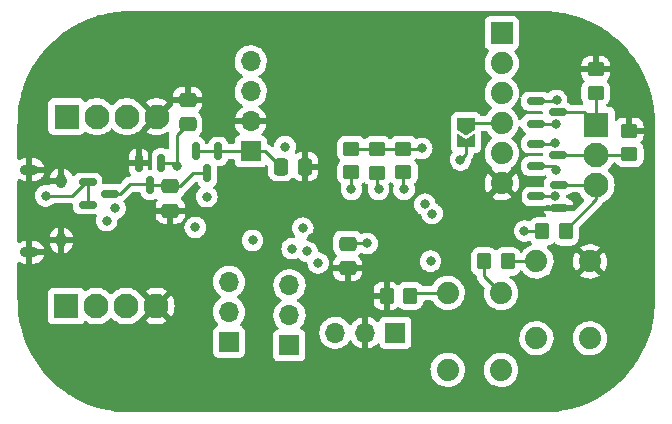
<source format=gbr>
%TF.GenerationSoftware,KiCad,Pcbnew,6.0.11-2627ca5db0~126~ubuntu22.04.1*%
%TF.CreationDate,2023-02-28T15:21:50-05:00*%
%TF.ProjectId,canbus-gpios,63616e62-7573-42d6-9770-696f732e6b69,1.0*%
%TF.SameCoordinates,Original*%
%TF.FileFunction,Copper,L4,Bot*%
%TF.FilePolarity,Positive*%
%FSLAX46Y46*%
G04 Gerber Fmt 4.6, Leading zero omitted, Abs format (unit mm)*
G04 Created by KiCad (PCBNEW 6.0.11-2627ca5db0~126~ubuntu22.04.1) date 2023-02-28 15:21:50*
%MOMM*%
%LPD*%
G01*
G04 APERTURE LIST*
G04 Aperture macros list*
%AMRoundRect*
0 Rectangle with rounded corners*
0 $1 Rounding radius*
0 $2 $3 $4 $5 $6 $7 $8 $9 X,Y pos of 4 corners*
0 Add a 4 corners polygon primitive as box body*
4,1,4,$2,$3,$4,$5,$6,$7,$8,$9,$2,$3,0*
0 Add four circle primitives for the rounded corners*
1,1,$1+$1,$2,$3*
1,1,$1+$1,$4,$5*
1,1,$1+$1,$6,$7*
1,1,$1+$1,$8,$9*
0 Add four rect primitives between the rounded corners*
20,1,$1+$1,$2,$3,$4,$5,0*
20,1,$1+$1,$4,$5,$6,$7,0*
20,1,$1+$1,$6,$7,$8,$9,0*
20,1,$1+$1,$8,$9,$2,$3,0*%
%AMFreePoly0*
4,1,6,1.000000,0.000000,0.500000,-0.750000,-0.500000,-0.750000,-0.500000,0.750000,0.500000,0.750000,1.000000,0.000000,1.000000,0.000000,$1*%
%AMFreePoly1*
4,1,6,0.500000,-0.750000,-0.650000,-0.750000,-0.150000,0.000000,-0.650000,0.750000,0.500000,0.750000,0.500000,-0.750000,0.500000,-0.750000,$1*%
G04 Aperture macros list end*
%TA.AperFunction,ComponentPad*%
%ADD10R,2.100000X2.100000*%
%TD*%
%TA.AperFunction,ComponentPad*%
%ADD11C,2.100000*%
%TD*%
%TA.AperFunction,ComponentPad*%
%ADD12R,1.700000X1.700000*%
%TD*%
%TA.AperFunction,ComponentPad*%
%ADD13O,1.700000X1.700000*%
%TD*%
%TA.AperFunction,SMDPad,CuDef*%
%ADD14RoundRect,0.250000X-0.450000X0.350000X-0.450000X-0.350000X0.450000X-0.350000X0.450000X0.350000X0*%
%TD*%
%TA.AperFunction,SMDPad,CuDef*%
%ADD15RoundRect,0.250000X0.350000X0.450000X-0.350000X0.450000X-0.350000X-0.450000X0.350000X-0.450000X0*%
%TD*%
%TA.AperFunction,SMDPad,CuDef*%
%ADD16RoundRect,0.250000X0.450000X-0.350000X0.450000X0.350000X-0.450000X0.350000X-0.450000X-0.350000X0*%
%TD*%
%TA.AperFunction,SMDPad,CuDef*%
%ADD17RoundRect,0.150000X-0.587500X-0.150000X0.587500X-0.150000X0.587500X0.150000X-0.587500X0.150000X0*%
%TD*%
%TA.AperFunction,SMDPad,CuDef*%
%ADD18RoundRect,0.150000X0.587500X0.150000X-0.587500X0.150000X-0.587500X-0.150000X0.587500X-0.150000X0*%
%TD*%
%TA.AperFunction,ComponentPad*%
%ADD19C,1.879600*%
%TD*%
%TA.AperFunction,ComponentPad*%
%ADD20R,1.879600X1.879600*%
%TD*%
%TA.AperFunction,ComponentPad*%
%ADD21O,0.950000X1.250000*%
%TD*%
%TA.AperFunction,ComponentPad*%
%ADD22O,1.550000X0.890000*%
%TD*%
%TA.AperFunction,SMDPad,CuDef*%
%ADD23RoundRect,0.250000X-0.337500X-0.475000X0.337500X-0.475000X0.337500X0.475000X-0.337500X0.475000X0*%
%TD*%
%TA.AperFunction,SMDPad,CuDef*%
%ADD24RoundRect,0.150000X-0.150000X0.587500X-0.150000X-0.587500X0.150000X-0.587500X0.150000X0.587500X0*%
%TD*%
%TA.AperFunction,SMDPad,CuDef*%
%ADD25RoundRect,0.250000X0.475000X-0.337500X0.475000X0.337500X-0.475000X0.337500X-0.475000X-0.337500X0*%
%TD*%
%TA.AperFunction,SMDPad,CuDef*%
%ADD26RoundRect,0.250000X-0.475000X0.337500X-0.475000X-0.337500X0.475000X-0.337500X0.475000X0.337500X0*%
%TD*%
%TA.AperFunction,SMDPad,CuDef*%
%ADD27FreePoly0,270.000000*%
%TD*%
%TA.AperFunction,SMDPad,CuDef*%
%ADD28FreePoly1,270.000000*%
%TD*%
%TA.AperFunction,SMDPad,CuDef*%
%ADD29RoundRect,0.250000X-0.350000X-0.450000X0.350000X-0.450000X0.350000X0.450000X-0.350000X0.450000X0*%
%TD*%
%TA.AperFunction,ViaPad*%
%ADD30C,0.800000*%
%TD*%
%TA.AperFunction,Conductor*%
%ADD31C,0.250000*%
%TD*%
G04 APERTURE END LIST*
D10*
%TO.P,J3,1,Pin_1*%
%TO.N,START_RUN*%
X104500000Y-78775000D03*
D11*
%TO.P,J3,2,Pin_2*%
%TO.N,IGNITION_SENSE*%
X104500000Y-81315000D03*
%TO.P,J3,3,Pin_3*%
%TO.N,~{EMERGENCY_STOP}*%
X104500000Y-83855000D03*
%TD*%
D12*
%TO.P,U3,1,Vout*%
%TO.N,+5V*%
X75247300Y-81002600D03*
D13*
%TO.P,U3,2,GND*%
%TO.N,GND*%
X75247300Y-78462600D03*
%TO.P,U3,3,Vin*%
%TO.N,+12V*%
X75247300Y-75922600D03*
%TO.P,U3,4,EN*%
%TO.N,unconnected-(U3-Pad4)*%
X75247300Y-73382600D03*
%TD*%
D14*
%TO.P,R10,1*%
%TO.N,GND*%
X104450000Y-74050000D03*
%TO.P,R10,2*%
%TO.N,START_RUN*%
X104450000Y-76050000D03*
%TD*%
%TO.P,R9,1*%
%TO.N,GND*%
X107300000Y-79250000D03*
%TO.P,R9,2*%
%TO.N,IGNITION_SENSE*%
X107300000Y-81250000D03*
%TD*%
D15*
%TO.P,R8,1*%
%TO.N,~{EMERGENCY_STOP}*%
X101925000Y-87775000D03*
%TO.P,R8,2*%
%TO.N,+12V*%
X99925000Y-87775000D03*
%TD*%
D16*
%TO.P,R7,1*%
%TO.N,START_RUN_3V*%
X83775000Y-82775000D03*
%TO.P,R7,2*%
%TO.N,+3V3*%
X83775000Y-80775000D03*
%TD*%
%TO.P,R4,1*%
%TO.N,IGNITION_SENSE_3V*%
X85975000Y-82800000D03*
%TO.P,R4,2*%
%TO.N,+3V3*%
X85975000Y-80800000D03*
%TD*%
%TO.P,R3,1*%
%TO.N,EMERGENCY_STOP_3V*%
X88175000Y-82775000D03*
%TO.P,R3,2*%
%TO.N,+3V3*%
X88175000Y-80775000D03*
%TD*%
D17*
%TO.P,Q5,1,G*%
%TO.N,+3V3*%
X99375000Y-78650000D03*
%TO.P,Q5,2,S*%
%TO.N,START_RUN_3V*%
X99375000Y-76750000D03*
%TO.P,Q5,3,D*%
%TO.N,START_RUN*%
X101250000Y-77700000D03*
%TD*%
%TO.P,Q4,1,G*%
%TO.N,+3V3*%
X99387500Y-82250000D03*
%TO.P,Q4,2,S*%
%TO.N,IGNITION_SENSE_3V*%
X99387500Y-80350000D03*
%TO.P,Q4,3,D*%
%TO.N,IGNITION_SENSE*%
X101262500Y-81300000D03*
%TD*%
D18*
%TO.P,Q3,1,G*%
%TO.N,~{EMERGENCY_STOP}*%
X101312500Y-83875000D03*
%TO.P,Q3,2,S*%
%TO.N,GND*%
X101312500Y-85775000D03*
%TO.P,Q3,3,D*%
%TO.N,EMERGENCY_STOP_3V*%
X99437500Y-84825000D03*
%TD*%
D12*
%TO.P,JP1,1,A*%
%TO.N,CAN_RX*%
X73400000Y-97140000D03*
D13*
%TO.P,JP1,2,C*%
%TO.N,Net-(JP1-Pad2)*%
X73400000Y-94600000D03*
%TO.P,JP1,3,B*%
%TO.N,USB_D-*%
X73400000Y-92060000D03*
%TD*%
D10*
%TO.P,J5,1,Pin_1*%
%TO.N,+BATT*%
X59625000Y-94100000D03*
D11*
%TO.P,J5,2,Pin_2*%
%TO.N,CANH*%
X62165000Y-94100000D03*
%TO.P,J5,3,Pin_3*%
%TO.N,CANL*%
X64705000Y-94100000D03*
%TO.P,J5,4,Pin_4*%
%TO.N,GND*%
X67245000Y-94100000D03*
%TD*%
D12*
%TO.P,J6,1,Pin_1*%
%TO.N,SWDIO*%
X87490000Y-96350000D03*
D13*
%TO.P,J6,2,Pin_2*%
%TO.N,GND*%
X84950000Y-96350000D03*
%TO.P,J6,3,Pin_3*%
%TO.N,SWDCLK*%
X82410000Y-96350000D03*
%TD*%
D19*
%TO.P,S1,1,1*%
%TO.N,+3V3*%
X96435600Y-92998800D03*
%TO.P,S1,2,1*%
%TO.N,unconnected-(S1-Pad2)*%
X96435600Y-99501200D03*
%TO.P,S1,3,2*%
%TO.N,Net-(R1-Pad1)*%
X91914400Y-92998800D03*
%TO.P,S1,4,2*%
%TO.N,unconnected-(S1-Pad4)*%
X91914400Y-99501200D03*
%TD*%
D20*
%TO.P,J2,1,DTR*%
%TO.N,unconnected-(J2-Pad1)*%
X96500000Y-70990000D03*
D19*
%TO.P,J2,2,RXD*%
%TO.N,RXD2*%
X96500000Y-73530000D03*
%TO.P,J2,3,TXD*%
%TO.N,TXD2*%
X96500000Y-76070000D03*
%TO.P,J2,4,VCC*%
%TO.N,Net-(J2-Pad4)*%
X96500000Y-78610000D03*
%TO.P,J2,5,CTS*%
%TO.N,unconnected-(J2-Pad5)*%
X96500000Y-81150000D03*
%TO.P,J2,6,GND*%
%TO.N,GND*%
X96500000Y-83690000D03*
%TD*%
D10*
%TO.P,J4,1,Pin_1*%
%TO.N,+BATT*%
X59660000Y-78075000D03*
D11*
%TO.P,J4,2,Pin_2*%
%TO.N,CANH*%
X62200000Y-78075000D03*
%TO.P,J4,3,Pin_3*%
%TO.N,CANL*%
X64740000Y-78075000D03*
%TO.P,J4,4,Pin_4*%
%TO.N,GND*%
X67280000Y-78075000D03*
%TD*%
D19*
%TO.P,S2,1,1*%
%TO.N,GND*%
X103960600Y-90323800D03*
%TO.P,S2,2,1*%
%TO.N,unconnected-(S2-Pad2)*%
X103960600Y-96826200D03*
%TO.P,S2,3,2*%
%TO.N,~{RESET}*%
X99439400Y-90323800D03*
%TO.P,S2,4,2*%
%TO.N,unconnected-(S2-Pad4)*%
X99439400Y-96826200D03*
%TD*%
D21*
%TO.P,J1,6,Shield*%
%TO.N,GND*%
X59210000Y-83550000D03*
D22*
X56510000Y-82550000D03*
X56510000Y-89550000D03*
D21*
X59210000Y-88550000D03*
%TD*%
D12*
%TO.P,JP2,1,A*%
%TO.N,CAN_TX*%
X78525000Y-97425000D03*
D13*
%TO.P,JP2,2,C*%
%TO.N,Net-(JP2-Pad2)*%
X78525000Y-94885000D03*
%TO.P,JP2,3,B*%
%TO.N,USB_D+*%
X78525000Y-92345000D03*
%TD*%
D23*
%TO.P,C7,1*%
%TO.N,+5V*%
X77787500Y-82300000D03*
%TO.P,C7,2*%
%TO.N,GND*%
X79862500Y-82300000D03*
%TD*%
D24*
%TO.P,U1,1,GND*%
%TO.N,GND*%
X65775000Y-81987500D03*
%TO.P,U1,2,VO*%
%TO.N,+3V3*%
X67675000Y-81987500D03*
%TO.P,U1,3,VI*%
%TO.N,+5VP*%
X66725000Y-83862500D03*
%TD*%
D15*
%TO.P,R1,1*%
%TO.N,Net-(R1-Pad1)*%
X88750000Y-93250000D03*
%TO.P,R1,2*%
%TO.N,GND*%
X86750000Y-93250000D03*
%TD*%
D25*
%TO.P,C1,1*%
%TO.N,GND*%
X83450000Y-90887500D03*
%TO.P,C1,2*%
%TO.N,+3V3*%
X83450000Y-88812500D03*
%TD*%
%TO.P,C4,1*%
%TO.N,+3V3*%
X69900000Y-78712500D03*
%TO.P,C4,2*%
%TO.N,GND*%
X69900000Y-76637500D03*
%TD*%
D26*
%TO.P,C2,1*%
%TO.N,+5VP*%
X68425000Y-83950000D03*
%TO.P,C2,2*%
%TO.N,GND*%
X68425000Y-86025000D03*
%TD*%
D17*
%TO.P,Q2,1,G*%
%TO.N,VBUS*%
X61437500Y-85525000D03*
%TO.P,Q2,2,S*%
X61437500Y-83625000D03*
%TO.P,Q2,3,D*%
%TO.N,+5VP*%
X63312500Y-84575000D03*
%TD*%
D24*
%TO.P,Q1,1,G*%
%TO.N,+5V*%
X70600000Y-81000000D03*
%TO.P,Q1,2,S*%
X72500000Y-81000000D03*
%TO.P,Q1,3,D*%
%TO.N,+5VP*%
X71550000Y-82875000D03*
%TD*%
D27*
%TO.P,JP3,1,A*%
%TO.N,Net-(J2-Pad4)*%
X93475000Y-78700000D03*
D28*
%TO.P,JP3,2,B*%
%TO.N,+3V3*%
X93475000Y-80150000D03*
%TD*%
D29*
%TO.P,R2,1*%
%TO.N,+3V3*%
X95000000Y-90325000D03*
%TO.P,R2,2*%
%TO.N,~{RESET}*%
X97000000Y-90325000D03*
%TD*%
D30*
%TO.N,+3V3*%
X89725000Y-80750000D03*
%TO.N,START_RUN_3V*%
X101150000Y-76700000D03*
%TO.N,+3V3*%
X101075000Y-78700000D03*
%TO.N,IGNITION_SENSE_3V*%
X101000000Y-80300000D03*
%TO.N,+3V3*%
X101100000Y-82550000D03*
%TO.N,EMERGENCY_STOP_3V*%
X101000000Y-84775000D03*
%TO.N,+12V*%
X98425000Y-87750000D03*
%TO.N,START_RUN_3V*%
X83775000Y-84225000D03*
%TO.N,IGNITION_SENSE_3V*%
X86075000Y-84225000D03*
%TO.N,EMERGENCY_STOP_3V*%
X88225000Y-84225000D03*
%TO.N,GND*%
X80450000Y-88350000D03*
X72725000Y-70575000D03*
X93350000Y-91850000D03*
X80600000Y-85425000D03*
X75300000Y-86775000D03*
%TO.N,+3V3*%
X78150000Y-80600000D03*
X85100000Y-88800000D03*
X92999500Y-81725000D03*
X78750000Y-89250000D03*
X68975000Y-82275000D03*
%TO.N,VBUS*%
X57884502Y-84775000D03*
%TO.N,USB_D-*%
X63750000Y-85825000D03*
%TO.N,USB_D+*%
X63050000Y-86875000D03*
%TO.N,CAN_RX*%
X71525000Y-84850000D03*
%TO.N,Net-(JP1-Pad2)*%
X80025000Y-89475000D03*
%TO.N,CAN_TX*%
X75400000Y-88550000D03*
%TO.N,Net-(JP2-Pad2)*%
X80950000Y-90450000D03*
%TO.N,CAN_STBY*%
X70550000Y-87450000D03*
X79650000Y-87500000D03*
%TO.N,TXD2*%
X90600000Y-86275000D03*
%TO.N,RXD2*%
X89990592Y-85482770D03*
%TO.N,~{RESET}*%
X90475000Y-90300000D03*
%TD*%
D31*
%TO.N,+3V3*%
X93475000Y-81249500D02*
X93475000Y-80150000D01*
X92999500Y-81725000D02*
X93475000Y-81249500D01*
X89700000Y-80775000D02*
X89725000Y-80750000D01*
X88175000Y-80775000D02*
X89700000Y-80775000D01*
X85975000Y-80800000D02*
X88150000Y-80800000D01*
X88150000Y-80800000D02*
X88175000Y-80775000D01*
X83775000Y-80775000D02*
X85950000Y-80775000D01*
X85950000Y-80775000D02*
X85975000Y-80800000D01*
%TO.N,START_RUN_3V*%
X101100000Y-76750000D02*
X101150000Y-76700000D01*
X99375000Y-76750000D02*
X101100000Y-76750000D01*
%TO.N,+3V3*%
X101025000Y-78650000D02*
X101075000Y-78700000D01*
X99375000Y-78650000D02*
X101025000Y-78650000D01*
%TO.N,IGNITION_SENSE_3V*%
X100950000Y-80350000D02*
X101000000Y-80300000D01*
X99387500Y-80350000D02*
X100950000Y-80350000D01*
%TO.N,+3V3*%
X100800000Y-82250000D02*
X101100000Y-82550000D01*
X99387500Y-82250000D02*
X100800000Y-82250000D01*
%TO.N,EMERGENCY_STOP_3V*%
X100950000Y-84825000D02*
X101000000Y-84775000D01*
X99437500Y-84825000D02*
X100950000Y-84825000D01*
%TO.N,+12V*%
X98450000Y-87775000D02*
X98425000Y-87750000D01*
X99925000Y-87775000D02*
X98450000Y-87775000D01*
%TO.N,START_RUN_3V*%
X83775000Y-82775000D02*
X83775000Y-84225000D01*
%TO.N,IGNITION_SENSE_3V*%
X85975000Y-84125000D02*
X86075000Y-84225000D01*
X85975000Y-82800000D02*
X85975000Y-84125000D01*
%TO.N,EMERGENCY_STOP_3V*%
X88175000Y-84175000D02*
X88225000Y-84225000D01*
X88175000Y-82775000D02*
X88175000Y-84175000D01*
%TO.N,~{EMERGENCY_STOP}*%
X101925000Y-87775000D02*
X101925000Y-87625000D01*
X101925000Y-87625000D02*
X104500000Y-85050000D01*
X104500000Y-85050000D02*
X104500000Y-83855000D01*
X104500000Y-83855000D02*
X101332500Y-83855000D01*
X101332500Y-83855000D02*
X101312500Y-83875000D01*
%TO.N,START_RUN*%
X101250000Y-77700000D02*
X103425000Y-77700000D01*
X103425000Y-77700000D02*
X104500000Y-78775000D01*
X104500000Y-78775000D02*
X104500000Y-76100000D01*
X104500000Y-76100000D02*
X104450000Y-76050000D01*
%TO.N,IGNITION_SENSE*%
X101262500Y-81300000D02*
X101277500Y-81315000D01*
X101277500Y-81315000D02*
X104500000Y-81315000D01*
X107300000Y-81250000D02*
X107235000Y-81315000D01*
X107235000Y-81315000D02*
X104500000Y-81315000D01*
%TO.N,+3V3*%
X83462500Y-88800000D02*
X83450000Y-88812500D01*
X68687500Y-81987500D02*
X68975000Y-82275000D01*
X85100000Y-88800000D02*
X83462500Y-88800000D01*
X67675000Y-81987500D02*
X68687500Y-81987500D01*
X68975000Y-79650000D02*
X68975000Y-82275000D01*
X69900000Y-78725000D02*
X68975000Y-79650000D01*
X95000000Y-90325000D02*
X95000000Y-91563200D01*
X95000000Y-91563200D02*
X96435600Y-92998800D01*
X69900000Y-78712500D02*
X69900000Y-78725000D01*
%TO.N,+5VP*%
X63312500Y-84575000D02*
X64200000Y-84575000D01*
X64200000Y-84575000D02*
X65000000Y-83775000D01*
X68425000Y-83950000D02*
X69300000Y-83950000D01*
X65000000Y-83775000D02*
X66675000Y-83775000D01*
X70375000Y-82875000D02*
X71550000Y-82875000D01*
X69300000Y-83950000D02*
X70375000Y-82875000D01*
X68337500Y-83862500D02*
X68425000Y-83950000D01*
X66725000Y-83862500D02*
X68337500Y-83862500D01*
%TO.N,+5V*%
X77787500Y-82300000D02*
X76490100Y-81002600D01*
X72500000Y-81000000D02*
X72502600Y-81002600D01*
X72500000Y-81000000D02*
X70600000Y-81000000D01*
X76490100Y-81002600D02*
X75247300Y-81002600D01*
X72502600Y-81002600D02*
X75247300Y-81002600D01*
%TO.N,VBUS*%
X57884502Y-84775000D02*
X60125000Y-84775000D01*
X60125000Y-84775000D02*
X61275000Y-83625000D01*
X61437500Y-85525000D02*
X61437500Y-83625000D01*
X61275000Y-83625000D02*
X61437500Y-83625000D01*
%TO.N,Net-(R1-Pad1)*%
X89001200Y-92998800D02*
X91914400Y-92998800D01*
X88750000Y-93250000D02*
X89001200Y-92998800D01*
%TO.N,~{RESET}*%
X99438200Y-90325000D02*
X99439400Y-90323800D01*
X97000000Y-90325000D02*
X99438200Y-90325000D01*
%TO.N,Net-(J2-Pad4)*%
X93565000Y-78610000D02*
X96500000Y-78610000D01*
X93475000Y-78700000D02*
X93565000Y-78610000D01*
%TD*%
%TA.AperFunction,Conductor*%
%TO.N,GND*%
G36*
X99961288Y-69127468D02*
G01*
X99976121Y-69129778D01*
X99976125Y-69129778D01*
X99984994Y-69131159D01*
X100008118Y-69128135D01*
X100028399Y-69127135D01*
X100583290Y-69144571D01*
X100591190Y-69145068D01*
X100925772Y-69176694D01*
X101176940Y-69200436D01*
X101184776Y-69201426D01*
X101505358Y-69252200D01*
X101765890Y-69293463D01*
X101773666Y-69294946D01*
X102347862Y-69423292D01*
X102355528Y-69425261D01*
X102756319Y-69541700D01*
X102779571Y-69548455D01*
X102920513Y-69589402D01*
X102928030Y-69591844D01*
X103267511Y-69714064D01*
X103481618Y-69791147D01*
X103488977Y-69794061D01*
X104028934Y-70027719D01*
X104036096Y-70031089D01*
X104036116Y-70031099D01*
X104560326Y-70298195D01*
X104567247Y-70301999D01*
X105073704Y-70601514D01*
X105080367Y-70605743D01*
X105080387Y-70605757D01*
X105566975Y-70936440D01*
X105573379Y-70941092D01*
X106038283Y-71301707D01*
X106044382Y-71306753D01*
X106485706Y-71695829D01*
X106491476Y-71701247D01*
X106907503Y-72117272D01*
X106912922Y-72123042D01*
X107195228Y-72443252D01*
X107302018Y-72564381D01*
X107307063Y-72570481D01*
X107667664Y-73035363D01*
X107672317Y-73041766D01*
X107765262Y-73178529D01*
X107976505Y-73489361D01*
X108003025Y-73528384D01*
X108007261Y-73535060D01*
X108283187Y-74001620D01*
X108306760Y-74041480D01*
X108310568Y-74048407D01*
X108566914Y-74551509D01*
X108577686Y-74572650D01*
X108581055Y-74579809D01*
X108804094Y-75095217D01*
X108814720Y-75119773D01*
X108817632Y-75127128D01*
X108970126Y-75550692D01*
X109016933Y-75680701D01*
X109019378Y-75688226D01*
X109169674Y-76205539D01*
X109183529Y-76253229D01*
X109185494Y-76260886D01*
X109212529Y-76381829D01*
X109313838Y-76835057D01*
X109315322Y-76842832D01*
X109379511Y-77248091D01*
X109395689Y-77350230D01*
X109407366Y-77423956D01*
X109408357Y-77431804D01*
X109415878Y-77511357D01*
X109463728Y-78017550D01*
X109464225Y-78025450D01*
X109481416Y-78572430D01*
X109479978Y-78595771D01*
X109478958Y-78602319D01*
X109478958Y-78602325D01*
X109477577Y-78611194D01*
X109478741Y-78620096D01*
X109478741Y-78620098D01*
X109481704Y-78642753D01*
X109482768Y-78659091D01*
X109482768Y-93568101D01*
X109481268Y-93587486D01*
X109478958Y-93602319D01*
X109478958Y-93602323D01*
X109477577Y-93611192D01*
X109480379Y-93632617D01*
X109480599Y-93634302D01*
X109481601Y-93654597D01*
X109464163Y-94209486D01*
X109463666Y-94217385D01*
X109424704Y-94629570D01*
X109409566Y-94789715D01*
X109408298Y-94803125D01*
X109407307Y-94810970D01*
X109378714Y-94991500D01*
X109315265Y-95392100D01*
X109313786Y-95399856D01*
X109185432Y-95974073D01*
X109183475Y-95981694D01*
X109019888Y-96544767D01*
X109019326Y-96546701D01*
X109016884Y-96554217D01*
X108948124Y-96745205D01*
X108817583Y-97107797D01*
X108814669Y-97115156D01*
X108623865Y-97556081D01*
X108597749Y-97616433D01*
X108581009Y-97655116D01*
X108577646Y-97662264D01*
X108398761Y-98013344D01*
X108310531Y-98186504D01*
X108306718Y-98193440D01*
X108007221Y-98699863D01*
X108002979Y-98706547D01*
X107954693Y-98777598D01*
X107777809Y-99037875D01*
X107672279Y-99193157D01*
X107667632Y-99199553D01*
X107307007Y-99664469D01*
X107301985Y-99670538D01*
X106979627Y-100036182D01*
X106912888Y-100111882D01*
X106907469Y-100117652D01*
X106491452Y-100533669D01*
X106485683Y-100539087D01*
X106044338Y-100928185D01*
X106038269Y-100933207D01*
X105885778Y-101051491D01*
X105573360Y-101293827D01*
X105566957Y-101298479D01*
X105080347Y-101629179D01*
X105073663Y-101633421D01*
X104567240Y-101932918D01*
X104560306Y-101936730D01*
X104036064Y-102203846D01*
X104028916Y-102207209D01*
X103488956Y-102440869D01*
X103481597Y-102443783D01*
X103204813Y-102543431D01*
X102928017Y-102643084D01*
X102920513Y-102645522D01*
X102355494Y-102809675D01*
X102347873Y-102811632D01*
X101773656Y-102939986D01*
X101765900Y-102941465D01*
X101431794Y-102994382D01*
X101184770Y-103033507D01*
X101176931Y-103034497D01*
X101011993Y-103050088D01*
X100591185Y-103089866D01*
X100583286Y-103090363D01*
X100035968Y-103107563D01*
X100012626Y-103106125D01*
X100006418Y-103105158D01*
X100006413Y-103105158D01*
X99997544Y-103103777D01*
X99988642Y-103104941D01*
X99988640Y-103104941D01*
X99974434Y-103106799D01*
X99965982Y-103107904D01*
X99949647Y-103108968D01*
X65040635Y-103108968D01*
X65021250Y-103107468D01*
X65006417Y-103105158D01*
X65006413Y-103105158D01*
X64997544Y-103103777D01*
X64988642Y-103104941D01*
X64988640Y-103104941D01*
X64980844Y-103105961D01*
X64974431Y-103106799D01*
X64954139Y-103107801D01*
X64399250Y-103090363D01*
X64391350Y-103089866D01*
X64054857Y-103058058D01*
X63805603Y-103034496D01*
X63797767Y-103033506D01*
X63216645Y-102941466D01*
X63208877Y-102939983D01*
X62634687Y-102811636D01*
X62627020Y-102809668D01*
X62356581Y-102731098D01*
X62062024Y-102645521D01*
X62054521Y-102643083D01*
X61500925Y-102443777D01*
X61493597Y-102440875D01*
X60953606Y-102207200D01*
X60946474Y-102203844D01*
X60422233Y-101936730D01*
X60415297Y-101932917D01*
X60347544Y-101892848D01*
X59908859Y-101633411D01*
X59902207Y-101629189D01*
X59415574Y-101298473D01*
X59409185Y-101293831D01*
X58944269Y-100933206D01*
X58938200Y-100928184D01*
X58496856Y-100539087D01*
X58491086Y-100533668D01*
X58075069Y-100117651D01*
X58069650Y-100111881D01*
X57680567Y-99670552D01*
X57675521Y-99664453D01*
X57521348Y-99465694D01*
X90461570Y-99465694D01*
X90461867Y-99470846D01*
X90461867Y-99470850D01*
X90467902Y-99575513D01*
X90475279Y-99703455D01*
X90476416Y-99708501D01*
X90476417Y-99708507D01*
X90509511Y-99855356D01*
X90527637Y-99935785D01*
X90529579Y-99940567D01*
X90529580Y-99940571D01*
X90599142Y-100111881D01*
X90617237Y-100156444D01*
X90741674Y-100359506D01*
X90897604Y-100539517D01*
X91080842Y-100691644D01*
X91085294Y-100694246D01*
X91085299Y-100694249D01*
X91183733Y-100751769D01*
X91286465Y-100811801D01*
X91508952Y-100896760D01*
X91514018Y-100897791D01*
X91514019Y-100897791D01*
X91568356Y-100908846D01*
X91742328Y-100944241D01*
X91876521Y-100949162D01*
X91975160Y-100952779D01*
X91975164Y-100952779D01*
X91980324Y-100952968D01*
X91985444Y-100952312D01*
X91985446Y-100952312D01*
X92211423Y-100923364D01*
X92211424Y-100923364D01*
X92216551Y-100922707D01*
X92299600Y-100897791D01*
X92439716Y-100855754D01*
X92439717Y-100855753D01*
X92444662Y-100854270D01*
X92658533Y-100749495D01*
X92662736Y-100746497D01*
X92662741Y-100746494D01*
X92848216Y-100614196D01*
X92848218Y-100614194D01*
X92852420Y-100611197D01*
X93021116Y-100443089D01*
X93160090Y-100249686D01*
X93206174Y-100156444D01*
X93263317Y-100040824D01*
X93263318Y-100040822D01*
X93265611Y-100036182D01*
X93334843Y-99808311D01*
X93349328Y-99698286D01*
X93365492Y-99575513D01*
X93365492Y-99575509D01*
X93365929Y-99572192D01*
X93367664Y-99501200D01*
X93364745Y-99465694D01*
X94982770Y-99465694D01*
X94983067Y-99470846D01*
X94983067Y-99470850D01*
X94989102Y-99575513D01*
X94996479Y-99703455D01*
X94997616Y-99708501D01*
X94997617Y-99708507D01*
X95030711Y-99855356D01*
X95048837Y-99935785D01*
X95050779Y-99940567D01*
X95050780Y-99940571D01*
X95120342Y-100111881D01*
X95138437Y-100156444D01*
X95262874Y-100359506D01*
X95418804Y-100539517D01*
X95602042Y-100691644D01*
X95606494Y-100694246D01*
X95606499Y-100694249D01*
X95704933Y-100751769D01*
X95807665Y-100811801D01*
X96030152Y-100896760D01*
X96035218Y-100897791D01*
X96035219Y-100897791D01*
X96089556Y-100908846D01*
X96263528Y-100944241D01*
X96397721Y-100949162D01*
X96496360Y-100952779D01*
X96496364Y-100952779D01*
X96501524Y-100952968D01*
X96506644Y-100952312D01*
X96506646Y-100952312D01*
X96732623Y-100923364D01*
X96732624Y-100923364D01*
X96737751Y-100922707D01*
X96820800Y-100897791D01*
X96960916Y-100855754D01*
X96960917Y-100855753D01*
X96965862Y-100854270D01*
X97179733Y-100749495D01*
X97183936Y-100746497D01*
X97183941Y-100746494D01*
X97369416Y-100614196D01*
X97369418Y-100614194D01*
X97373620Y-100611197D01*
X97542316Y-100443089D01*
X97681290Y-100249686D01*
X97727374Y-100156444D01*
X97784517Y-100040824D01*
X97784518Y-100040822D01*
X97786811Y-100036182D01*
X97856043Y-99808311D01*
X97870528Y-99698286D01*
X97886692Y-99575513D01*
X97886692Y-99575509D01*
X97887129Y-99572192D01*
X97888864Y-99501200D01*
X97869350Y-99263844D01*
X97811331Y-99032863D01*
X97716367Y-98814459D01*
X97699294Y-98788067D01*
X97589816Y-98618842D01*
X97587006Y-98614498D01*
X97426724Y-98438350D01*
X97422673Y-98435151D01*
X97422669Y-98435147D01*
X97243878Y-98293947D01*
X97243873Y-98293944D01*
X97239824Y-98290746D01*
X97235308Y-98288253D01*
X97235305Y-98288251D01*
X97035850Y-98178146D01*
X97035846Y-98178144D01*
X97031326Y-98175649D01*
X97026457Y-98173925D01*
X97026453Y-98173923D01*
X96811705Y-98097876D01*
X96811701Y-98097875D01*
X96806830Y-98096150D01*
X96801740Y-98095243D01*
X96801735Y-98095242D01*
X96674414Y-98072564D01*
X96572364Y-98054386D01*
X96483237Y-98053297D01*
X96339395Y-98051539D01*
X96339393Y-98051539D01*
X96334225Y-98051476D01*
X96098809Y-98087500D01*
X95872438Y-98161489D01*
X95867846Y-98163879D01*
X95867847Y-98163879D01*
X95714146Y-98243891D01*
X95661190Y-98271458D01*
X95657057Y-98274561D01*
X95657054Y-98274563D01*
X95474875Y-98411347D01*
X95470740Y-98414452D01*
X95306202Y-98586631D01*
X95303288Y-98590903D01*
X95303287Y-98590904D01*
X95228960Y-98699863D01*
X95171994Y-98783372D01*
X95071722Y-98999391D01*
X95008077Y-99228885D01*
X95007528Y-99234019D01*
X95007528Y-99234021D01*
X95002049Y-99285289D01*
X94982770Y-99465694D01*
X93364745Y-99465694D01*
X93348150Y-99263844D01*
X93290131Y-99032863D01*
X93195167Y-98814459D01*
X93178094Y-98788067D01*
X93068616Y-98618842D01*
X93065806Y-98614498D01*
X92905524Y-98438350D01*
X92901473Y-98435151D01*
X92901469Y-98435147D01*
X92722678Y-98293947D01*
X92722673Y-98293944D01*
X92718624Y-98290746D01*
X92714108Y-98288253D01*
X92714105Y-98288251D01*
X92514650Y-98178146D01*
X92514646Y-98178144D01*
X92510126Y-98175649D01*
X92505257Y-98173925D01*
X92505253Y-98173923D01*
X92290505Y-98097876D01*
X92290501Y-98097875D01*
X92285630Y-98096150D01*
X92280540Y-98095243D01*
X92280535Y-98095242D01*
X92153214Y-98072564D01*
X92051164Y-98054386D01*
X91962037Y-98053297D01*
X91818195Y-98051539D01*
X91818193Y-98051539D01*
X91813025Y-98051476D01*
X91577609Y-98087500D01*
X91351238Y-98161489D01*
X91346646Y-98163879D01*
X91346647Y-98163879D01*
X91192946Y-98243891D01*
X91139990Y-98271458D01*
X91135857Y-98274561D01*
X91135854Y-98274563D01*
X90953675Y-98411347D01*
X90949540Y-98414452D01*
X90785002Y-98586631D01*
X90782088Y-98590903D01*
X90782087Y-98590904D01*
X90707760Y-98699863D01*
X90650794Y-98783372D01*
X90550522Y-98999391D01*
X90486877Y-99228885D01*
X90486328Y-99234019D01*
X90486328Y-99234021D01*
X90480849Y-99285289D01*
X90461570Y-99465694D01*
X57521348Y-99465694D01*
X57364777Y-99263844D01*
X57314907Y-99199552D01*
X57310260Y-99193155D01*
X56979560Y-98706544D01*
X56975318Y-98699861D01*
X56675821Y-98193439D01*
X56672008Y-98186503D01*
X56583779Y-98013344D01*
X56404894Y-97662263D01*
X56401538Y-97655131D01*
X56167864Y-97115141D01*
X56164962Y-97107811D01*
X55965655Y-96554215D01*
X55963217Y-96546712D01*
X55839604Y-96121233D01*
X55799071Y-95981717D01*
X55797103Y-95974050D01*
X55668756Y-95399860D01*
X55667272Y-95392085D01*
X55665652Y-95381857D01*
X55636553Y-95198134D01*
X58066500Y-95198134D01*
X58073255Y-95260316D01*
X58124385Y-95396705D01*
X58211739Y-95513261D01*
X58328295Y-95600615D01*
X58464684Y-95651745D01*
X58526866Y-95658500D01*
X60723134Y-95658500D01*
X60785316Y-95651745D01*
X60921705Y-95600615D01*
X61038261Y-95513261D01*
X61111128Y-95416035D01*
X61167988Y-95373521D01*
X61238806Y-95368496D01*
X61277788Y-95384168D01*
X61303395Y-95399860D01*
X61455268Y-95492927D01*
X61526946Y-95522617D01*
X61677335Y-95584911D01*
X61677337Y-95584912D01*
X61681908Y-95586805D01*
X61716997Y-95595229D01*
X61915630Y-95642917D01*
X61915636Y-95642918D01*
X61920443Y-95644072D01*
X62165000Y-95663319D01*
X62409557Y-95644072D01*
X62414364Y-95642918D01*
X62414370Y-95642917D01*
X62613003Y-95595229D01*
X62648092Y-95586805D01*
X62652663Y-95584912D01*
X62652665Y-95584911D01*
X62803054Y-95522617D01*
X62874732Y-95492927D01*
X63026605Y-95399860D01*
X63079670Y-95367342D01*
X63079673Y-95367340D01*
X63083896Y-95364752D01*
X63089819Y-95359694D01*
X63266677Y-95208641D01*
X63270433Y-95205433D01*
X63302456Y-95167939D01*
X63339189Y-95124931D01*
X63398640Y-95086122D01*
X63469635Y-95085616D01*
X63530811Y-95124931D01*
X63567544Y-95167939D01*
X63599567Y-95205433D01*
X63603323Y-95208641D01*
X63780182Y-95359694D01*
X63786104Y-95364752D01*
X63790327Y-95367340D01*
X63790330Y-95367342D01*
X63843395Y-95399860D01*
X63995268Y-95492927D01*
X64066946Y-95522617D01*
X64217335Y-95584911D01*
X64217337Y-95584912D01*
X64221908Y-95586805D01*
X64256997Y-95595229D01*
X64455630Y-95642917D01*
X64455636Y-95642918D01*
X64460443Y-95644072D01*
X64705000Y-95663319D01*
X64949557Y-95644072D01*
X64954364Y-95642918D01*
X64954370Y-95642917D01*
X65153003Y-95595229D01*
X65188092Y-95586805D01*
X65192663Y-95584912D01*
X65192665Y-95584911D01*
X65343054Y-95522617D01*
X65414732Y-95492927D01*
X65566605Y-95399860D01*
X65616915Y-95369030D01*
X66340800Y-95369030D01*
X66346527Y-95376680D01*
X66531272Y-95489893D01*
X66540067Y-95494375D01*
X66757490Y-95584434D01*
X66766875Y-95587483D01*
X66995708Y-95642422D01*
X67005455Y-95643965D01*
X67240070Y-95662430D01*
X67249930Y-95662430D01*
X67484545Y-95643965D01*
X67494292Y-95642422D01*
X67723125Y-95587483D01*
X67732510Y-95584434D01*
X67949933Y-95494375D01*
X67958728Y-95489893D01*
X68139805Y-95378928D01*
X68149267Y-95368470D01*
X68145484Y-95359694D01*
X67257812Y-94472022D01*
X67243868Y-94464408D01*
X67242035Y-94464539D01*
X67235420Y-94468790D01*
X66347560Y-95356650D01*
X66340800Y-95369030D01*
X65616915Y-95369030D01*
X65619670Y-95367342D01*
X65619673Y-95367340D01*
X65623896Y-95364752D01*
X65629819Y-95359694D01*
X65806677Y-95208641D01*
X65810433Y-95205433D01*
X65969752Y-95018896D01*
X65971190Y-95016549D01*
X65982605Y-95003185D01*
X66872978Y-94112812D01*
X66879356Y-94101132D01*
X67609408Y-94101132D01*
X67609539Y-94102965D01*
X67613790Y-94109580D01*
X68501650Y-94997440D01*
X68514030Y-95004200D01*
X68521680Y-94998473D01*
X68634893Y-94813728D01*
X68639375Y-94804933D01*
X68729434Y-94587510D01*
X68732483Y-94578125D01*
X68735227Y-94566695D01*
X72037251Y-94566695D01*
X72037548Y-94571848D01*
X72037548Y-94571851D01*
X72043202Y-94669908D01*
X72050110Y-94789715D01*
X72051247Y-94794761D01*
X72051248Y-94794767D01*
X72062921Y-94846562D01*
X72099222Y-95007639D01*
X72146849Y-95124931D01*
X72177174Y-95199612D01*
X72183266Y-95214616D01*
X72211271Y-95260316D01*
X72295362Y-95397540D01*
X72299987Y-95405088D01*
X72446250Y-95573938D01*
X72450230Y-95577242D01*
X72454981Y-95581187D01*
X72494616Y-95640090D01*
X72496113Y-95711071D01*
X72458997Y-95771593D01*
X72418724Y-95796112D01*
X72303295Y-95839385D01*
X72186739Y-95926739D01*
X72099385Y-96043295D01*
X72048255Y-96179684D01*
X72041500Y-96241866D01*
X72041500Y-98038134D01*
X72048255Y-98100316D01*
X72099385Y-98236705D01*
X72186739Y-98353261D01*
X72303295Y-98440615D01*
X72439684Y-98491745D01*
X72501866Y-98498500D01*
X74298134Y-98498500D01*
X74360316Y-98491745D01*
X74496705Y-98440615D01*
X74613261Y-98353261D01*
X74700615Y-98236705D01*
X74751745Y-98100316D01*
X74758500Y-98038134D01*
X74758500Y-96241866D01*
X74751745Y-96179684D01*
X74700615Y-96043295D01*
X74613261Y-95926739D01*
X74496705Y-95839385D01*
X74484132Y-95834672D01*
X74378203Y-95794960D01*
X74321439Y-95752318D01*
X74296739Y-95685756D01*
X74311947Y-95616408D01*
X74333493Y-95587727D01*
X74403186Y-95518277D01*
X74438096Y-95483489D01*
X74470287Y-95438691D01*
X74565435Y-95306277D01*
X74568453Y-95302077D01*
X74589093Y-95260316D01*
X74665136Y-95106453D01*
X74665137Y-95106451D01*
X74667430Y-95101811D01*
X74732370Y-94888069D01*
X74737159Y-94851695D01*
X77162251Y-94851695D01*
X77162548Y-94856848D01*
X77162548Y-94856851D01*
X77173960Y-95054771D01*
X77175110Y-95074715D01*
X77176247Y-95079761D01*
X77176248Y-95079767D01*
X77186427Y-95124931D01*
X77224222Y-95292639D01*
X77271467Y-95408990D01*
X77306319Y-95494820D01*
X77308266Y-95499616D01*
X77319925Y-95518642D01*
X77419648Y-95681375D01*
X77424987Y-95690088D01*
X77571250Y-95858938D01*
X77575230Y-95862242D01*
X77579981Y-95866187D01*
X77619616Y-95925090D01*
X77621113Y-95996071D01*
X77583997Y-96056593D01*
X77543725Y-96081112D01*
X77458486Y-96113067D01*
X77428295Y-96124385D01*
X77311739Y-96211739D01*
X77224385Y-96328295D01*
X77173255Y-96464684D01*
X77166500Y-96526866D01*
X77166500Y-98323134D01*
X77173255Y-98385316D01*
X77224385Y-98521705D01*
X77311739Y-98638261D01*
X77428295Y-98725615D01*
X77564684Y-98776745D01*
X77626866Y-98783500D01*
X79423134Y-98783500D01*
X79485316Y-98776745D01*
X79621705Y-98725615D01*
X79738261Y-98638261D01*
X79825615Y-98521705D01*
X79876745Y-98385316D01*
X79883500Y-98323134D01*
X79883500Y-96526866D01*
X79876745Y-96464684D01*
X79825615Y-96328295D01*
X79816921Y-96316695D01*
X81047251Y-96316695D01*
X81047548Y-96321848D01*
X81047548Y-96321851D01*
X81053011Y-96416590D01*
X81060110Y-96539715D01*
X81061247Y-96544761D01*
X81061248Y-96544767D01*
X81071182Y-96588844D01*
X81109222Y-96757639D01*
X81193266Y-96964616D01*
X81235482Y-97033507D01*
X81299672Y-97138255D01*
X81309987Y-97155088D01*
X81456250Y-97323938D01*
X81628126Y-97466632D01*
X81821000Y-97579338D01*
X82029692Y-97659030D01*
X82034760Y-97660061D01*
X82034763Y-97660062D01*
X82129862Y-97679410D01*
X82248597Y-97703567D01*
X82253772Y-97703757D01*
X82253774Y-97703757D01*
X82466673Y-97711564D01*
X82466677Y-97711564D01*
X82471837Y-97711753D01*
X82476957Y-97711097D01*
X82476959Y-97711097D01*
X82688288Y-97684025D01*
X82688289Y-97684025D01*
X82693416Y-97683368D01*
X82698366Y-97681883D01*
X82902429Y-97620661D01*
X82902434Y-97620659D01*
X82907384Y-97619174D01*
X83107994Y-97520896D01*
X83289860Y-97391173D01*
X83448096Y-97233489D01*
X83507594Y-97150689D01*
X83578453Y-97052077D01*
X83579640Y-97052930D01*
X83626960Y-97009362D01*
X83696897Y-96997145D01*
X83762338Y-97024678D01*
X83790166Y-97056511D01*
X83847694Y-97150388D01*
X83853777Y-97158699D01*
X83993213Y-97319667D01*
X84000580Y-97326883D01*
X84164434Y-97462916D01*
X84172881Y-97468831D01*
X84356756Y-97576279D01*
X84366042Y-97580729D01*
X84565001Y-97656703D01*
X84574899Y-97659579D01*
X84678250Y-97680606D01*
X84692299Y-97679410D01*
X84696000Y-97669065D01*
X84696000Y-97668517D01*
X85204000Y-97668517D01*
X85208064Y-97682359D01*
X85221478Y-97684393D01*
X85228184Y-97683534D01*
X85238262Y-97681392D01*
X85442255Y-97620191D01*
X85451842Y-97616433D01*
X85643095Y-97522739D01*
X85651945Y-97517464D01*
X85825328Y-97393792D01*
X85833193Y-97387145D01*
X85937897Y-97282805D01*
X86000268Y-97248889D01*
X86071075Y-97254077D01*
X86127837Y-97296723D01*
X86144819Y-97327826D01*
X86155468Y-97356231D01*
X86189385Y-97446705D01*
X86276739Y-97563261D01*
X86393295Y-97650615D01*
X86529684Y-97701745D01*
X86591866Y-97708500D01*
X88388134Y-97708500D01*
X88450316Y-97701745D01*
X88586705Y-97650615D01*
X88703261Y-97563261D01*
X88790615Y-97446705D01*
X88841745Y-97310316D01*
X88848500Y-97248134D01*
X88848500Y-96790694D01*
X97986570Y-96790694D01*
X97986867Y-96795846D01*
X97986867Y-96795850D01*
X97992902Y-96900513D01*
X98000279Y-97028455D01*
X98001416Y-97033501D01*
X98001417Y-97033507D01*
X98027758Y-97150388D01*
X98052637Y-97260785D01*
X98054579Y-97265567D01*
X98054580Y-97265571D01*
X98134880Y-97463327D01*
X98142237Y-97481444D01*
X98266674Y-97684506D01*
X98422604Y-97864517D01*
X98605842Y-98016644D01*
X98610294Y-98019246D01*
X98610299Y-98019249D01*
X98807007Y-98134196D01*
X98811465Y-98136801D01*
X99033952Y-98221760D01*
X99039018Y-98222791D01*
X99039019Y-98222791D01*
X99066082Y-98228297D01*
X99267328Y-98269241D01*
X99401521Y-98274162D01*
X99500160Y-98277779D01*
X99500164Y-98277779D01*
X99505324Y-98277968D01*
X99510444Y-98277312D01*
X99510446Y-98277312D01*
X99736423Y-98248364D01*
X99736424Y-98248364D01*
X99741551Y-98247707D01*
X99746501Y-98246222D01*
X99964716Y-98180754D01*
X99964717Y-98180753D01*
X99969662Y-98179270D01*
X100183533Y-98074495D01*
X100187736Y-98071497D01*
X100187741Y-98071494D01*
X100373216Y-97939196D01*
X100373218Y-97939194D01*
X100377420Y-97936197D01*
X100546116Y-97768089D01*
X100685090Y-97574686D01*
X100710550Y-97523173D01*
X100788317Y-97365824D01*
X100788318Y-97365822D01*
X100790611Y-97361182D01*
X100859843Y-97133311D01*
X100862233Y-97115156D01*
X100890492Y-96900513D01*
X100890492Y-96900509D01*
X100890929Y-96897192D01*
X100892664Y-96826200D01*
X100889745Y-96790694D01*
X102507770Y-96790694D01*
X102508067Y-96795846D01*
X102508067Y-96795850D01*
X102514102Y-96900513D01*
X102521479Y-97028455D01*
X102522616Y-97033501D01*
X102522617Y-97033507D01*
X102548958Y-97150388D01*
X102573837Y-97260785D01*
X102575779Y-97265567D01*
X102575780Y-97265571D01*
X102656080Y-97463327D01*
X102663437Y-97481444D01*
X102787874Y-97684506D01*
X102943804Y-97864517D01*
X103127042Y-98016644D01*
X103131494Y-98019246D01*
X103131499Y-98019249D01*
X103328207Y-98134196D01*
X103332665Y-98136801D01*
X103555152Y-98221760D01*
X103560218Y-98222791D01*
X103560219Y-98222791D01*
X103587282Y-98228297D01*
X103788528Y-98269241D01*
X103922721Y-98274162D01*
X104021360Y-98277779D01*
X104021364Y-98277779D01*
X104026524Y-98277968D01*
X104031644Y-98277312D01*
X104031646Y-98277312D01*
X104257623Y-98248364D01*
X104257624Y-98248364D01*
X104262751Y-98247707D01*
X104267701Y-98246222D01*
X104485916Y-98180754D01*
X104485917Y-98180753D01*
X104490862Y-98179270D01*
X104704733Y-98074495D01*
X104708936Y-98071497D01*
X104708941Y-98071494D01*
X104894416Y-97939196D01*
X104894418Y-97939194D01*
X104898620Y-97936197D01*
X105067316Y-97768089D01*
X105206290Y-97574686D01*
X105231750Y-97523173D01*
X105309517Y-97365824D01*
X105309518Y-97365822D01*
X105311811Y-97361182D01*
X105381043Y-97133311D01*
X105383433Y-97115156D01*
X105411692Y-96900513D01*
X105411692Y-96900509D01*
X105412129Y-96897192D01*
X105413864Y-96826200D01*
X105394350Y-96588844D01*
X105336331Y-96357863D01*
X105241367Y-96139459D01*
X105237490Y-96133465D01*
X105139309Y-95981702D01*
X105112006Y-95939498D01*
X104951724Y-95763350D01*
X104947673Y-95760151D01*
X104947669Y-95760147D01*
X104768878Y-95618947D01*
X104768873Y-95618944D01*
X104764824Y-95615746D01*
X104760308Y-95613253D01*
X104760305Y-95613251D01*
X104560850Y-95503146D01*
X104560846Y-95503144D01*
X104556326Y-95500649D01*
X104551457Y-95498925D01*
X104551453Y-95498923D01*
X104336705Y-95422876D01*
X104336701Y-95422875D01*
X104331830Y-95421150D01*
X104326740Y-95420243D01*
X104326735Y-95420242D01*
X104168741Y-95392100D01*
X104097364Y-95379386D01*
X104008237Y-95378297D01*
X103864395Y-95376539D01*
X103864393Y-95376539D01*
X103859225Y-95376476D01*
X103623809Y-95412500D01*
X103397438Y-95486489D01*
X103385071Y-95492927D01*
X103196143Y-95591277D01*
X103186190Y-95596458D01*
X103182057Y-95599561D01*
X103182054Y-95599563D01*
X103026133Y-95716632D01*
X102995740Y-95739452D01*
X102992168Y-95743190D01*
X102868380Y-95872727D01*
X102831202Y-95911631D01*
X102828288Y-95915903D01*
X102828287Y-95915904D01*
X102785991Y-95977908D01*
X102696994Y-96108372D01*
X102684578Y-96135121D01*
X102635029Y-96241866D01*
X102596722Y-96324391D01*
X102533077Y-96553885D01*
X102532528Y-96559019D01*
X102532528Y-96559021D01*
X102527049Y-96610289D01*
X102507770Y-96790694D01*
X100889745Y-96790694D01*
X100873150Y-96588844D01*
X100815131Y-96357863D01*
X100720167Y-96139459D01*
X100716290Y-96133465D01*
X100618109Y-95981702D01*
X100590806Y-95939498D01*
X100430524Y-95763350D01*
X100426473Y-95760151D01*
X100426469Y-95760147D01*
X100247678Y-95618947D01*
X100247673Y-95618944D01*
X100243624Y-95615746D01*
X100239108Y-95613253D01*
X100239105Y-95613251D01*
X100039650Y-95503146D01*
X100039646Y-95503144D01*
X100035126Y-95500649D01*
X100030257Y-95498925D01*
X100030253Y-95498923D01*
X99815505Y-95422876D01*
X99815501Y-95422875D01*
X99810630Y-95421150D01*
X99805540Y-95420243D01*
X99805535Y-95420242D01*
X99647541Y-95392100D01*
X99576164Y-95379386D01*
X99487037Y-95378297D01*
X99343195Y-95376539D01*
X99343193Y-95376539D01*
X99338025Y-95376476D01*
X99102609Y-95412500D01*
X98876238Y-95486489D01*
X98863871Y-95492927D01*
X98674943Y-95591277D01*
X98664990Y-95596458D01*
X98660857Y-95599561D01*
X98660854Y-95599563D01*
X98504933Y-95716632D01*
X98474540Y-95739452D01*
X98470968Y-95743190D01*
X98347180Y-95872727D01*
X98310002Y-95911631D01*
X98307088Y-95915903D01*
X98307087Y-95915904D01*
X98264791Y-95977908D01*
X98175794Y-96108372D01*
X98163378Y-96135121D01*
X98113829Y-96241866D01*
X98075522Y-96324391D01*
X98011877Y-96553885D01*
X98011328Y-96559019D01*
X98011328Y-96559021D01*
X98005849Y-96610289D01*
X97986570Y-96790694D01*
X88848500Y-96790694D01*
X88848500Y-95451866D01*
X88841745Y-95389684D01*
X88790615Y-95253295D01*
X88703261Y-95136739D01*
X88586705Y-95049385D01*
X88450316Y-94998255D01*
X88388134Y-94991500D01*
X86591866Y-94991500D01*
X86529684Y-94998255D01*
X86393295Y-95049385D01*
X86276739Y-95136739D01*
X86189385Y-95253295D01*
X86186233Y-95261703D01*
X86186232Y-95261705D01*
X86144722Y-95372433D01*
X86102081Y-95429198D01*
X86035519Y-95453898D01*
X85966170Y-95438691D01*
X85933546Y-95413004D01*
X85882799Y-95357234D01*
X85875273Y-95350215D01*
X85708139Y-95218222D01*
X85699552Y-95212517D01*
X85513117Y-95109599D01*
X85503705Y-95105369D01*
X85302959Y-95034280D01*
X85292988Y-95031646D01*
X85221837Y-95018972D01*
X85208540Y-95020432D01*
X85204000Y-95034989D01*
X85204000Y-97668517D01*
X84696000Y-97668517D01*
X84696000Y-95033102D01*
X84692082Y-95019758D01*
X84677806Y-95017771D01*
X84639324Y-95023660D01*
X84629288Y-95026051D01*
X84426868Y-95092212D01*
X84417359Y-95096209D01*
X84228463Y-95194542D01*
X84219738Y-95200036D01*
X84049433Y-95327905D01*
X84041726Y-95334748D01*
X83894590Y-95488717D01*
X83888109Y-95496722D01*
X83783498Y-95650074D01*
X83728587Y-95695076D01*
X83658062Y-95703247D01*
X83594315Y-95671993D01*
X83573618Y-95647509D01*
X83492822Y-95522617D01*
X83492820Y-95522614D01*
X83490014Y-95518277D01*
X83339670Y-95353051D01*
X83335619Y-95349852D01*
X83335615Y-95349848D01*
X83168414Y-95217800D01*
X83168410Y-95217798D01*
X83164359Y-95214598D01*
X83134535Y-95198134D01*
X83079836Y-95167939D01*
X82968789Y-95106638D01*
X82963920Y-95104914D01*
X82963916Y-95104912D01*
X82763087Y-95033795D01*
X82763083Y-95033794D01*
X82758212Y-95032069D01*
X82753119Y-95031162D01*
X82753116Y-95031161D01*
X82543373Y-94993800D01*
X82543367Y-94993799D01*
X82538284Y-94992894D01*
X82464452Y-94991992D01*
X82320081Y-94990228D01*
X82320079Y-94990228D01*
X82314911Y-94990165D01*
X82094091Y-95023955D01*
X81881756Y-95093357D01*
X81821103Y-95124931D01*
X81738486Y-95167939D01*
X81683607Y-95196507D01*
X81679474Y-95199610D01*
X81679471Y-95199612D01*
X81509100Y-95327530D01*
X81504965Y-95330635D01*
X81350629Y-95492138D01*
X81347715Y-95496410D01*
X81347714Y-95496411D01*
X81287669Y-95584434D01*
X81224743Y-95676680D01*
X81206198Y-95716632D01*
X81141956Y-95855031D01*
X81130688Y-95879305D01*
X81070989Y-96094570D01*
X81047251Y-96316695D01*
X79816921Y-96316695D01*
X79738261Y-96211739D01*
X79621705Y-96124385D01*
X79609132Y-96119672D01*
X79503203Y-96079960D01*
X79446439Y-96037318D01*
X79421739Y-95970756D01*
X79436947Y-95901408D01*
X79458493Y-95872727D01*
X79559435Y-95772137D01*
X79563096Y-95768489D01*
X79622594Y-95685689D01*
X79690435Y-95591277D01*
X79693453Y-95587077D01*
X79727276Y-95518642D01*
X79790136Y-95391453D01*
X79790137Y-95391451D01*
X79792430Y-95386811D01*
X79843409Y-95219020D01*
X79855865Y-95178023D01*
X79855865Y-95178021D01*
X79857370Y-95173069D01*
X79886529Y-94951590D01*
X79888156Y-94885000D01*
X79869852Y-94662361D01*
X79815431Y-94445702D01*
X79726354Y-94240840D01*
X79654199Y-94129305D01*
X79607822Y-94057617D01*
X79607820Y-94057614D01*
X79605014Y-94053277D01*
X79454670Y-93888051D01*
X79450619Y-93884852D01*
X79450615Y-93884848D01*
X79283414Y-93752800D01*
X79283410Y-93752798D01*
X79279359Y-93749598D01*
X79274825Y-93747095D01*
X85642001Y-93747095D01*
X85642338Y-93753614D01*
X85652257Y-93849206D01*
X85655149Y-93862600D01*
X85706588Y-94016784D01*
X85712761Y-94029962D01*
X85798063Y-94167807D01*
X85807099Y-94179208D01*
X85921829Y-94293739D01*
X85933240Y-94302751D01*
X86071243Y-94387816D01*
X86084424Y-94393963D01*
X86238710Y-94445138D01*
X86252086Y-94448005D01*
X86346438Y-94457672D01*
X86352854Y-94458000D01*
X86477885Y-94458000D01*
X86493124Y-94453525D01*
X86494329Y-94452135D01*
X86496000Y-94444452D01*
X86496000Y-94439884D01*
X87004000Y-94439884D01*
X87008475Y-94455123D01*
X87009865Y-94456328D01*
X87017548Y-94457999D01*
X87147095Y-94457999D01*
X87153614Y-94457662D01*
X87249206Y-94447743D01*
X87262600Y-94444851D01*
X87416784Y-94393412D01*
X87429962Y-94387239D01*
X87567807Y-94301937D01*
X87579208Y-94292901D01*
X87660430Y-94211538D01*
X87722713Y-94177459D01*
X87793533Y-94182462D01*
X87838620Y-94211383D01*
X87921512Y-94294130D01*
X87921517Y-94294134D01*
X87926697Y-94299305D01*
X87932927Y-94303145D01*
X87932928Y-94303146D01*
X88070288Y-94387816D01*
X88077262Y-94392115D01*
X88087139Y-94395391D01*
X88238611Y-94445632D01*
X88238613Y-94445632D01*
X88245139Y-94447797D01*
X88251975Y-94448497D01*
X88251978Y-94448498D01*
X88295031Y-94452909D01*
X88349600Y-94458500D01*
X89150400Y-94458500D01*
X89153646Y-94458163D01*
X89153650Y-94458163D01*
X89249308Y-94448238D01*
X89249312Y-94448237D01*
X89256166Y-94447526D01*
X89262702Y-94445345D01*
X89262704Y-94445345D01*
X89412433Y-94395391D01*
X89423946Y-94391550D01*
X89574348Y-94298478D01*
X89699305Y-94173303D01*
X89703979Y-94165720D01*
X89788275Y-94028968D01*
X89788276Y-94028966D01*
X89792115Y-94022738D01*
X89835522Y-93891870D01*
X89845632Y-93861389D01*
X89845632Y-93861387D01*
X89847797Y-93854861D01*
X89858500Y-93750400D01*
X89858769Y-93750428D01*
X89881704Y-93684871D01*
X89937657Y-93641170D01*
X89984096Y-93632300D01*
X90533349Y-93632300D01*
X90601470Y-93652302D01*
X90640781Y-93692464D01*
X90741674Y-93857106D01*
X90897604Y-94037117D01*
X90988779Y-94112812D01*
X91068754Y-94179208D01*
X91080842Y-94189244D01*
X91085294Y-94191846D01*
X91085299Y-94191849D01*
X91269188Y-94299305D01*
X91286465Y-94309401D01*
X91508952Y-94394360D01*
X91514018Y-94395391D01*
X91514019Y-94395391D01*
X91568356Y-94406446D01*
X91742328Y-94441841D01*
X91876521Y-94446762D01*
X91975160Y-94450379D01*
X91975164Y-94450379D01*
X91980324Y-94450568D01*
X91985444Y-94449912D01*
X91985446Y-94449912D01*
X92211423Y-94420964D01*
X92211424Y-94420964D01*
X92216551Y-94420307D01*
X92302840Y-94394419D01*
X92439716Y-94353354D01*
X92439717Y-94353353D01*
X92444662Y-94351870D01*
X92658533Y-94247095D01*
X92662736Y-94244097D01*
X92662741Y-94244094D01*
X92848216Y-94111796D01*
X92848218Y-94111794D01*
X92852420Y-94108797D01*
X93021116Y-93940689D01*
X93031183Y-93926680D01*
X93075048Y-93865635D01*
X93160090Y-93747286D01*
X93162635Y-93742138D01*
X93263317Y-93538424D01*
X93263318Y-93538422D01*
X93265611Y-93533782D01*
X93334843Y-93305911D01*
X93345036Y-93228489D01*
X93365492Y-93073113D01*
X93365492Y-93073109D01*
X93365929Y-93069792D01*
X93366011Y-93066440D01*
X93367582Y-93002165D01*
X93367582Y-93002161D01*
X93367664Y-92998800D01*
X93348150Y-92761444D01*
X93290131Y-92530463D01*
X93210953Y-92348365D01*
X93197227Y-92316796D01*
X93197225Y-92316793D01*
X93195167Y-92312059D01*
X93180003Y-92288618D01*
X93072445Y-92122361D01*
X93065806Y-92112098D01*
X93061973Y-92107885D01*
X93002022Y-92042000D01*
X92905524Y-91935950D01*
X92901473Y-91932751D01*
X92901469Y-91932747D01*
X92722678Y-91791547D01*
X92722673Y-91791544D01*
X92718624Y-91788346D01*
X92714108Y-91785853D01*
X92714105Y-91785851D01*
X92514650Y-91675746D01*
X92514646Y-91675744D01*
X92510126Y-91673249D01*
X92505257Y-91671525D01*
X92505253Y-91671523D01*
X92290505Y-91595476D01*
X92290501Y-91595475D01*
X92285630Y-91593750D01*
X92280540Y-91592843D01*
X92280535Y-91592842D01*
X92153214Y-91570164D01*
X92051164Y-91551986D01*
X91962037Y-91550897D01*
X91818195Y-91549139D01*
X91818193Y-91549139D01*
X91813025Y-91549076D01*
X91577609Y-91585100D01*
X91351238Y-91659089D01*
X91139990Y-91769058D01*
X91135857Y-91772161D01*
X91135854Y-91772163D01*
X90953675Y-91908947D01*
X90949540Y-91912052D01*
X90945968Y-91915790D01*
X90816279Y-92051502D01*
X90785002Y-92084231D01*
X90782088Y-92088503D01*
X90782087Y-92088504D01*
X90755471Y-92127522D01*
X90650794Y-92280972D01*
X90648613Y-92285670D01*
X90648611Y-92285674D01*
X90645514Y-92292346D01*
X90598692Y-92345715D01*
X90531225Y-92365300D01*
X89789732Y-92365300D01*
X89721611Y-92345298D01*
X89699161Y-92324968D01*
X89698478Y-92325652D01*
X89622409Y-92249715D01*
X89573303Y-92200695D01*
X89453083Y-92126590D01*
X89428968Y-92111725D01*
X89428966Y-92111724D01*
X89422738Y-92107885D01*
X89288514Y-92063365D01*
X89261389Y-92054368D01*
X89261387Y-92054368D01*
X89254861Y-92052203D01*
X89248025Y-92051503D01*
X89248022Y-92051502D01*
X89204969Y-92047091D01*
X89150400Y-92041500D01*
X88349600Y-92041500D01*
X88346354Y-92041837D01*
X88346350Y-92041837D01*
X88250692Y-92051762D01*
X88250688Y-92051763D01*
X88243834Y-92052474D01*
X88237298Y-92054655D01*
X88237296Y-92054655D01*
X88159848Y-92080494D01*
X88076054Y-92108450D01*
X87925652Y-92201522D01*
X87920479Y-92206704D01*
X87838862Y-92288463D01*
X87776579Y-92322542D01*
X87705759Y-92317539D01*
X87660671Y-92288618D01*
X87578171Y-92206261D01*
X87566760Y-92197249D01*
X87428757Y-92112184D01*
X87415576Y-92106037D01*
X87261290Y-92054862D01*
X87247914Y-92051995D01*
X87153562Y-92042328D01*
X87147145Y-92042000D01*
X87022115Y-92042000D01*
X87006876Y-92046475D01*
X87005671Y-92047865D01*
X87004000Y-92055548D01*
X87004000Y-94439884D01*
X86496000Y-94439884D01*
X86496000Y-93522115D01*
X86491525Y-93506876D01*
X86490135Y-93505671D01*
X86482452Y-93504000D01*
X85660116Y-93504000D01*
X85644877Y-93508475D01*
X85643672Y-93509865D01*
X85642001Y-93517548D01*
X85642001Y-93747095D01*
X79274825Y-93747095D01*
X79238053Y-93726796D01*
X79188084Y-93676364D01*
X79173312Y-93606921D01*
X79198428Y-93540516D01*
X79225780Y-93513909D01*
X79290422Y-93467800D01*
X79404860Y-93386173D01*
X79434499Y-93356638D01*
X79559435Y-93232137D01*
X79563096Y-93228489D01*
X79569573Y-93219476D01*
X79690435Y-93051277D01*
X79693453Y-93047077D01*
X79717477Y-92998469D01*
X79727650Y-92977885D01*
X85642000Y-92977885D01*
X85646475Y-92993124D01*
X85647865Y-92994329D01*
X85655548Y-92996000D01*
X86477885Y-92996000D01*
X86493124Y-92991525D01*
X86494329Y-92990135D01*
X86496000Y-92982452D01*
X86496000Y-92060116D01*
X86491525Y-92044877D01*
X86490135Y-92043672D01*
X86482452Y-92042001D01*
X86352905Y-92042001D01*
X86346386Y-92042338D01*
X86250794Y-92052257D01*
X86237400Y-92055149D01*
X86083216Y-92106588D01*
X86070038Y-92112761D01*
X85932193Y-92198063D01*
X85920792Y-92207099D01*
X85806261Y-92321829D01*
X85797249Y-92333240D01*
X85712184Y-92471243D01*
X85706037Y-92484424D01*
X85654862Y-92638710D01*
X85651995Y-92652086D01*
X85642328Y-92746438D01*
X85642000Y-92752855D01*
X85642000Y-92977885D01*
X79727650Y-92977885D01*
X79790136Y-92851453D01*
X79790137Y-92851451D01*
X79792430Y-92846811D01*
X79844747Y-92674616D01*
X79855865Y-92638023D01*
X79855865Y-92638021D01*
X79857370Y-92633069D01*
X79886529Y-92411590D01*
X79888156Y-92345000D01*
X79869852Y-92122361D01*
X79815431Y-91905702D01*
X79726354Y-91700840D01*
X79652518Y-91586707D01*
X79607822Y-91517617D01*
X79607820Y-91517614D01*
X79605014Y-91513277D01*
X79454670Y-91348051D01*
X79450619Y-91344852D01*
X79450615Y-91344848D01*
X79283414Y-91212800D01*
X79283410Y-91212798D01*
X79279359Y-91209598D01*
X79083789Y-91101638D01*
X79078920Y-91099914D01*
X79078916Y-91099912D01*
X78878087Y-91028795D01*
X78878083Y-91028794D01*
X78873212Y-91027069D01*
X78868119Y-91026162D01*
X78868116Y-91026161D01*
X78658373Y-90988800D01*
X78658367Y-90988799D01*
X78653284Y-90987894D01*
X78575525Y-90986944D01*
X78435081Y-90985228D01*
X78435079Y-90985228D01*
X78429911Y-90985165D01*
X78209091Y-91018955D01*
X77996756Y-91088357D01*
X77966443Y-91104137D01*
X77809169Y-91186009D01*
X77798607Y-91191507D01*
X77794474Y-91194610D01*
X77794471Y-91194612D01*
X77671567Y-91286891D01*
X77619965Y-91325635D01*
X77465629Y-91487138D01*
X77462715Y-91491410D01*
X77462714Y-91491411D01*
X77399876Y-91583528D01*
X77339743Y-91671680D01*
X77317132Y-91720391D01*
X77250729Y-91863446D01*
X77245688Y-91874305D01*
X77185989Y-92089570D01*
X77162251Y-92311695D01*
X77162548Y-92316848D01*
X77162548Y-92316851D01*
X77168011Y-92411590D01*
X77175110Y-92534715D01*
X77176247Y-92539761D01*
X77176248Y-92539767D01*
X77188974Y-92596233D01*
X77224222Y-92752639D01*
X77271467Y-92868990D01*
X77301718Y-92943489D01*
X77308266Y-92959616D01*
X77319461Y-92977885D01*
X77403108Y-93114384D01*
X77424987Y-93150088D01*
X77571250Y-93318938D01*
X77743126Y-93461632D01*
X77813595Y-93502811D01*
X77816445Y-93504476D01*
X77865169Y-93556114D01*
X77878240Y-93625897D01*
X77851509Y-93691669D01*
X77811055Y-93725027D01*
X77798607Y-93731507D01*
X77794474Y-93734610D01*
X77794471Y-93734612D01*
X77626864Y-93860455D01*
X77619965Y-93865635D01*
X77616393Y-93869373D01*
X77475524Y-94016784D01*
X77465629Y-94027138D01*
X77462715Y-94031410D01*
X77462714Y-94031411D01*
X77416698Y-94098868D01*
X77339743Y-94211680D01*
X77302042Y-94292901D01*
X77254468Y-94395391D01*
X77245688Y-94414305D01*
X77185989Y-94629570D01*
X77162251Y-94851695D01*
X74737159Y-94851695D01*
X74761529Y-94666590D01*
X74763156Y-94600000D01*
X74744852Y-94377361D01*
X74690431Y-94160702D01*
X74601354Y-93955840D01*
X74532369Y-93849206D01*
X74482822Y-93772617D01*
X74482820Y-93772614D01*
X74480014Y-93768277D01*
X74329670Y-93603051D01*
X74325619Y-93599852D01*
X74325615Y-93599848D01*
X74158414Y-93467800D01*
X74158410Y-93467798D01*
X74154359Y-93464598D01*
X74113053Y-93441796D01*
X74063084Y-93391364D01*
X74048312Y-93321921D01*
X74073428Y-93255516D01*
X74100780Y-93228909D01*
X74167800Y-93181104D01*
X74279860Y-93101173D01*
X74306056Y-93075069D01*
X74382591Y-92998800D01*
X74438096Y-92943489D01*
X74497594Y-92860689D01*
X74565435Y-92766277D01*
X74568453Y-92762077D01*
X74571247Y-92756425D01*
X74665136Y-92566453D01*
X74665137Y-92566451D01*
X74667430Y-92561811D01*
X74732370Y-92348069D01*
X74761529Y-92126590D01*
X74763156Y-92060000D01*
X74744852Y-91837361D01*
X74690431Y-91620702D01*
X74601354Y-91415840D01*
X74517833Y-91286736D01*
X74482822Y-91232617D01*
X74482820Y-91232614D01*
X74480014Y-91228277D01*
X74329670Y-91063051D01*
X74325619Y-91059852D01*
X74325615Y-91059848D01*
X74158414Y-90927800D01*
X74158410Y-90927798D01*
X74154359Y-90924598D01*
X73958789Y-90816638D01*
X73953920Y-90814914D01*
X73953916Y-90814912D01*
X73753087Y-90743795D01*
X73753083Y-90743794D01*
X73748212Y-90742069D01*
X73743119Y-90741162D01*
X73743116Y-90741161D01*
X73533373Y-90703800D01*
X73533367Y-90703799D01*
X73528284Y-90702894D01*
X73454452Y-90701992D01*
X73310081Y-90700228D01*
X73310079Y-90700228D01*
X73304911Y-90700165D01*
X73084091Y-90733955D01*
X72871756Y-90803357D01*
X72841443Y-90819137D01*
X72756369Y-90863424D01*
X72673607Y-90906507D01*
X72669474Y-90909610D01*
X72669471Y-90909612D01*
X72513033Y-91027069D01*
X72494965Y-91040635D01*
X72491393Y-91044373D01*
X72363982Y-91177701D01*
X72340629Y-91202138D01*
X72337715Y-91206410D01*
X72337714Y-91206411D01*
X72305604Y-91253483D01*
X72214743Y-91386680D01*
X72176593Y-91468868D01*
X72123370Y-91583528D01*
X72120688Y-91589305D01*
X72060989Y-91804570D01*
X72037251Y-92026695D01*
X72037548Y-92031848D01*
X72037548Y-92031851D01*
X72047630Y-92206704D01*
X72050110Y-92249715D01*
X72051247Y-92254761D01*
X72051248Y-92254767D01*
X72067069Y-92324968D01*
X72099222Y-92467639D01*
X72151438Y-92596233D01*
X72174118Y-92652086D01*
X72183266Y-92674616D01*
X72190695Y-92686739D01*
X72284801Y-92840306D01*
X72299987Y-92865088D01*
X72446250Y-93033938D01*
X72618126Y-93176632D01*
X72659921Y-93201055D01*
X72691445Y-93219476D01*
X72740169Y-93271114D01*
X72753240Y-93340897D01*
X72726509Y-93406669D01*
X72686055Y-93440027D01*
X72673607Y-93446507D01*
X72669474Y-93449610D01*
X72669471Y-93449612D01*
X72501342Y-93575847D01*
X72494965Y-93580635D01*
X72465764Y-93611192D01*
X72346885Y-93735592D01*
X72340629Y-93742138D01*
X72337715Y-93746410D01*
X72337714Y-93746411D01*
X72325404Y-93764457D01*
X72214743Y-93926680D01*
X72199003Y-93960590D01*
X72128344Y-94112812D01*
X72120688Y-94129305D01*
X72060989Y-94344570D01*
X72037251Y-94566695D01*
X68735227Y-94566695D01*
X68787422Y-94349292D01*
X68788965Y-94339545D01*
X68807430Y-94104930D01*
X68807430Y-94095070D01*
X68788965Y-93860455D01*
X68787422Y-93850708D01*
X68732483Y-93621875D01*
X68729434Y-93612490D01*
X68639375Y-93395067D01*
X68634893Y-93386272D01*
X68523928Y-93205195D01*
X68513470Y-93195733D01*
X68504694Y-93199516D01*
X67617022Y-94087188D01*
X67609408Y-94101132D01*
X66879356Y-94101132D01*
X66880592Y-94098868D01*
X66880461Y-94097035D01*
X66876210Y-94090420D01*
X65982605Y-93196815D01*
X65971190Y-93183451D01*
X65969752Y-93181104D01*
X65810433Y-92994567D01*
X65769511Y-92959616D01*
X65627663Y-92838465D01*
X65627660Y-92838463D01*
X65623896Y-92835248D01*
X65619673Y-92832660D01*
X65619670Y-92832658D01*
X65617829Y-92831530D01*
X66340733Y-92831530D01*
X66344516Y-92840306D01*
X67232188Y-93727978D01*
X67246132Y-93735592D01*
X67247965Y-93735461D01*
X67254580Y-93731210D01*
X68142440Y-92843350D01*
X68149200Y-92830970D01*
X68143473Y-92823320D01*
X67958728Y-92710107D01*
X67949933Y-92705625D01*
X67732510Y-92615566D01*
X67723125Y-92612517D01*
X67494292Y-92557578D01*
X67484545Y-92556035D01*
X67249930Y-92537570D01*
X67240070Y-92537570D01*
X67005455Y-92556035D01*
X66995708Y-92557578D01*
X66766875Y-92612517D01*
X66757490Y-92615566D01*
X66540067Y-92705625D01*
X66531272Y-92710107D01*
X66350195Y-92821072D01*
X66340733Y-92831530D01*
X65617829Y-92831530D01*
X65503458Y-92761444D01*
X65414732Y-92707073D01*
X65223687Y-92627939D01*
X65192665Y-92615089D01*
X65192663Y-92615088D01*
X65188092Y-92613195D01*
X65105437Y-92593351D01*
X64954370Y-92557083D01*
X64954364Y-92557082D01*
X64949557Y-92555928D01*
X64705000Y-92536681D01*
X64460443Y-92555928D01*
X64455636Y-92557082D01*
X64455630Y-92557083D01*
X64304563Y-92593351D01*
X64221908Y-92613195D01*
X64217337Y-92615088D01*
X64217335Y-92615089D01*
X64186313Y-92627939D01*
X63995268Y-92707073D01*
X63906542Y-92761444D01*
X63790330Y-92832658D01*
X63790327Y-92832660D01*
X63786104Y-92835248D01*
X63782340Y-92838463D01*
X63782337Y-92838465D01*
X63640489Y-92959616D01*
X63599567Y-92994567D01*
X63596359Y-92998323D01*
X63530811Y-93075069D01*
X63471360Y-93113878D01*
X63400365Y-93114384D01*
X63339189Y-93075069D01*
X63273641Y-92998323D01*
X63270433Y-92994567D01*
X63229511Y-92959616D01*
X63087663Y-92838465D01*
X63087660Y-92838463D01*
X63083896Y-92835248D01*
X63079673Y-92832660D01*
X63079670Y-92832658D01*
X62963458Y-92761444D01*
X62874732Y-92707073D01*
X62683687Y-92627939D01*
X62652665Y-92615089D01*
X62652663Y-92615088D01*
X62648092Y-92613195D01*
X62565437Y-92593351D01*
X62414370Y-92557083D01*
X62414364Y-92557082D01*
X62409557Y-92555928D01*
X62165000Y-92536681D01*
X61920443Y-92555928D01*
X61915636Y-92557082D01*
X61915630Y-92557083D01*
X61764563Y-92593351D01*
X61681908Y-92613195D01*
X61677337Y-92615088D01*
X61677335Y-92615089D01*
X61646313Y-92627939D01*
X61455268Y-92707073D01*
X61358120Y-92766605D01*
X61277788Y-92815832D01*
X61209255Y-92834370D01*
X61141578Y-92812913D01*
X61111128Y-92783965D01*
X61098117Y-92766605D01*
X61038261Y-92686739D01*
X60921705Y-92599385D01*
X60785316Y-92548255D01*
X60723134Y-92541500D01*
X58526866Y-92541500D01*
X58464684Y-92548255D01*
X58328295Y-92599385D01*
X58211739Y-92686739D01*
X58124385Y-92803295D01*
X58073255Y-92939684D01*
X58066500Y-93001866D01*
X58066500Y-95198134D01*
X55636553Y-95198134D01*
X55575233Y-94810969D01*
X55574242Y-94803125D01*
X55572975Y-94789715D01*
X55542638Y-94468790D01*
X55518874Y-94217386D01*
X55518377Y-94209486D01*
X55501176Y-93662149D01*
X55502614Y-93638805D01*
X55503578Y-93632617D01*
X55503578Y-93632612D01*
X55504959Y-93623744D01*
X55503488Y-93612490D01*
X55500832Y-93592185D01*
X55499768Y-93575847D01*
X55499768Y-90479152D01*
X55519770Y-90411031D01*
X55573426Y-90364538D01*
X55643700Y-90354434D01*
X55698038Y-90375938D01*
X55707444Y-90382524D01*
X55718531Y-90388720D01*
X55884495Y-90460540D01*
X55896607Y-90464382D01*
X56075134Y-90501677D01*
X56084666Y-90502915D01*
X56087889Y-90503000D01*
X56237885Y-90503000D01*
X56253124Y-90498525D01*
X56254329Y-90497135D01*
X56256000Y-90489452D01*
X56256000Y-90484885D01*
X56764000Y-90484885D01*
X56768475Y-90500124D01*
X56769865Y-90501329D01*
X56777548Y-90503000D01*
X56885192Y-90503000D01*
X56891567Y-90502677D01*
X57026267Y-90488995D01*
X57038707Y-90486441D01*
X57211264Y-90432365D01*
X57222952Y-90427356D01*
X57381111Y-90339686D01*
X57391544Y-90332435D01*
X57528843Y-90214756D01*
X57537612Y-90205547D01*
X57648442Y-90062667D01*
X57655178Y-90051887D01*
X57735019Y-89889626D01*
X57739445Y-89877727D01*
X57754082Y-89821531D01*
X57753648Y-89807436D01*
X57745467Y-89804000D01*
X56782115Y-89804000D01*
X56766876Y-89808475D01*
X56765671Y-89809865D01*
X56764000Y-89817548D01*
X56764000Y-90484885D01*
X56256000Y-90484885D01*
X56256000Y-89277885D01*
X56764000Y-89277885D01*
X56768475Y-89293124D01*
X56769865Y-89294329D01*
X56777548Y-89296000D01*
X57743901Y-89296000D01*
X57757432Y-89292027D01*
X57758309Y-89285925D01*
X57703170Y-89136064D01*
X57697608Y-89124658D01*
X57602309Y-88970956D01*
X57594560Y-88960895D01*
X57470310Y-88829504D01*
X57460690Y-88821201D01*
X57459967Y-88820695D01*
X58234191Y-88820695D01*
X58241467Y-88892331D01*
X58244021Y-88904770D01*
X58299920Y-89083143D01*
X58304929Y-89094831D01*
X58395553Y-89258320D01*
X58402804Y-89268753D01*
X58524456Y-89410688D01*
X58533647Y-89419441D01*
X58681364Y-89534021D01*
X58692124Y-89540745D01*
X58859860Y-89623281D01*
X58871767Y-89627709D01*
X58938469Y-89645083D01*
X58952564Y-89644649D01*
X58956000Y-89636468D01*
X58956000Y-89635867D01*
X59464000Y-89635867D01*
X59467973Y-89649398D01*
X59474075Y-89650275D01*
X59637145Y-89590277D01*
X59648573Y-89584703D01*
X59807440Y-89486201D01*
X59817504Y-89478451D01*
X59953322Y-89350014D01*
X59961625Y-89340394D01*
X60068845Y-89187269D01*
X60075042Y-89176180D01*
X60149284Y-89004618D01*
X60153123Y-88992515D01*
X60188801Y-88821736D01*
X60187678Y-88807675D01*
X60177571Y-88804000D01*
X59482115Y-88804000D01*
X59466876Y-88808475D01*
X59465671Y-88809865D01*
X59464000Y-88817548D01*
X59464000Y-89635867D01*
X58956000Y-89635867D01*
X58956000Y-88822115D01*
X58951525Y-88806876D01*
X58950135Y-88805671D01*
X58942452Y-88804000D01*
X58250610Y-88804000D01*
X58236250Y-88808216D01*
X58234191Y-88820695D01*
X57459967Y-88820695D01*
X57312557Y-88717477D01*
X57301469Y-88711280D01*
X57135505Y-88639460D01*
X57123393Y-88635618D01*
X56944866Y-88598323D01*
X56935334Y-88597085D01*
X56932111Y-88597000D01*
X56782115Y-88597000D01*
X56766876Y-88601475D01*
X56765671Y-88602865D01*
X56764000Y-88610548D01*
X56764000Y-89277885D01*
X56256000Y-89277885D01*
X56256000Y-88615115D01*
X56251525Y-88599876D01*
X56250135Y-88598671D01*
X56242452Y-88597000D01*
X56134808Y-88597000D01*
X56128433Y-88597323D01*
X55993733Y-88611005D01*
X55981293Y-88613559D01*
X55808736Y-88667635D01*
X55797048Y-88672644D01*
X55686854Y-88733726D01*
X55617577Y-88749258D01*
X55550901Y-88724870D01*
X55507994Y-88668305D01*
X55499768Y-88623524D01*
X55499768Y-88550000D01*
X74486496Y-88550000D01*
X74487186Y-88556565D01*
X74505735Y-88733045D01*
X74506458Y-88739928D01*
X74565473Y-88921556D01*
X74568776Y-88927278D01*
X74568777Y-88927279D01*
X74583615Y-88952979D01*
X74660960Y-89086944D01*
X74665378Y-89091851D01*
X74665379Y-89091852D01*
X74747854Y-89183450D01*
X74788747Y-89228866D01*
X74943248Y-89341118D01*
X74949276Y-89343802D01*
X74949278Y-89343803D01*
X75105830Y-89413504D01*
X75117712Y-89418794D01*
X75203825Y-89437098D01*
X75298056Y-89457128D01*
X75298061Y-89457128D01*
X75304513Y-89458500D01*
X75495487Y-89458500D01*
X75501939Y-89457128D01*
X75501944Y-89457128D01*
X75596175Y-89437098D01*
X75682288Y-89418794D01*
X75694170Y-89413504D01*
X75850722Y-89343803D01*
X75850724Y-89343802D01*
X75856752Y-89341118D01*
X75982165Y-89250000D01*
X77836496Y-89250000D01*
X77837186Y-89256565D01*
X77853955Y-89416109D01*
X77856458Y-89439928D01*
X77915473Y-89621556D01*
X77918776Y-89627278D01*
X77918777Y-89627279D01*
X77927295Y-89642033D01*
X78010960Y-89786944D01*
X78015378Y-89791851D01*
X78015379Y-89791852D01*
X78077313Y-89860637D01*
X78138747Y-89928866D01*
X78293248Y-90041118D01*
X78299276Y-90043802D01*
X78299278Y-90043803D01*
X78385504Y-90082193D01*
X78467712Y-90118794D01*
X78561112Y-90138647D01*
X78648056Y-90157128D01*
X78648061Y-90157128D01*
X78654513Y-90158500D01*
X78845487Y-90158500D01*
X78851939Y-90157128D01*
X78851944Y-90157128D01*
X78938888Y-90138647D01*
X79032288Y-90118794D01*
X79116037Y-90081507D01*
X79198415Y-90044830D01*
X79268782Y-90035396D01*
X79333079Y-90065503D01*
X79343295Y-90075621D01*
X79413747Y-90153866D01*
X79484880Y-90205547D01*
X79551286Y-90253794D01*
X79568248Y-90266118D01*
X79574276Y-90268802D01*
X79574278Y-90268803D01*
X79733485Y-90339686D01*
X79742712Y-90343794D01*
X79836113Y-90363647D01*
X79923056Y-90382128D01*
X79923061Y-90382128D01*
X79929513Y-90383500D01*
X79930873Y-90383500D01*
X79994731Y-90409772D01*
X80035362Y-90467993D01*
X80041215Y-90494899D01*
X80055607Y-90631829D01*
X80056458Y-90639928D01*
X80115473Y-90821556D01*
X80118776Y-90827278D01*
X80118777Y-90827279D01*
X80152686Y-90886010D01*
X80210960Y-90986944D01*
X80215378Y-90991851D01*
X80215379Y-90991852D01*
X80305551Y-91091998D01*
X80338747Y-91128866D01*
X80493248Y-91241118D01*
X80499276Y-91243802D01*
X80499278Y-91243803D01*
X80595708Y-91286736D01*
X80667712Y-91318794D01*
X80761113Y-91338647D01*
X80848056Y-91357128D01*
X80848061Y-91357128D01*
X80854513Y-91358500D01*
X81045487Y-91358500D01*
X81051939Y-91357128D01*
X81051944Y-91357128D01*
X81138887Y-91338647D01*
X81232288Y-91318794D01*
X81304292Y-91286736D01*
X81337177Y-91272095D01*
X82217001Y-91272095D01*
X82217338Y-91278614D01*
X82227257Y-91374206D01*
X82230149Y-91387600D01*
X82281588Y-91541784D01*
X82287761Y-91554962D01*
X82373063Y-91692807D01*
X82382099Y-91704208D01*
X82496829Y-91818739D01*
X82508240Y-91827751D01*
X82646243Y-91912816D01*
X82659424Y-91918963D01*
X82813710Y-91970138D01*
X82827086Y-91973005D01*
X82921438Y-91982672D01*
X82927854Y-91983000D01*
X83177885Y-91983000D01*
X83193124Y-91978525D01*
X83194329Y-91977135D01*
X83196000Y-91969452D01*
X83196000Y-91964884D01*
X83704000Y-91964884D01*
X83708475Y-91980123D01*
X83709865Y-91981328D01*
X83717548Y-91982999D01*
X83972095Y-91982999D01*
X83978614Y-91982662D01*
X84074206Y-91972743D01*
X84087600Y-91969851D01*
X84241784Y-91918412D01*
X84254962Y-91912239D01*
X84392807Y-91826937D01*
X84404208Y-91817901D01*
X84518739Y-91703171D01*
X84527751Y-91691760D01*
X84612816Y-91553757D01*
X84618963Y-91540576D01*
X84670138Y-91386290D01*
X84673005Y-91372914D01*
X84682672Y-91278562D01*
X84683000Y-91272146D01*
X84683000Y-91159615D01*
X84678525Y-91144376D01*
X84677135Y-91143171D01*
X84669452Y-91141500D01*
X83722115Y-91141500D01*
X83706876Y-91145975D01*
X83705671Y-91147365D01*
X83704000Y-91155048D01*
X83704000Y-91964884D01*
X83196000Y-91964884D01*
X83196000Y-91159615D01*
X83191525Y-91144376D01*
X83190135Y-91143171D01*
X83182452Y-91141500D01*
X82235116Y-91141500D01*
X82219877Y-91145975D01*
X82218672Y-91147365D01*
X82217001Y-91155048D01*
X82217001Y-91272095D01*
X81337177Y-91272095D01*
X81400722Y-91243803D01*
X81400724Y-91243802D01*
X81406752Y-91241118D01*
X81561253Y-91128866D01*
X81594449Y-91091998D01*
X81684621Y-90991852D01*
X81684622Y-90991851D01*
X81689040Y-90986944D01*
X81747314Y-90886010D01*
X81781223Y-90827279D01*
X81781224Y-90827278D01*
X81784527Y-90821556D01*
X81843542Y-90639928D01*
X81845029Y-90625785D01*
X81862814Y-90456565D01*
X81863504Y-90450000D01*
X81858048Y-90398088D01*
X81844232Y-90266635D01*
X81844232Y-90266633D01*
X81843542Y-90260072D01*
X81784527Y-90078444D01*
X81777056Y-90065503D01*
X81715792Y-89959392D01*
X81689040Y-89913056D01*
X81606515Y-89821402D01*
X81565675Y-89776045D01*
X81565674Y-89776044D01*
X81561253Y-89771134D01*
X81406752Y-89658882D01*
X81400724Y-89656198D01*
X81400722Y-89656197D01*
X81238319Y-89583891D01*
X81238318Y-89583891D01*
X81232288Y-89581206D01*
X81128801Y-89559209D01*
X81051944Y-89542872D01*
X81051939Y-89542872D01*
X81045487Y-89541500D01*
X81044127Y-89541500D01*
X80980269Y-89515228D01*
X80939638Y-89457007D01*
X80933785Y-89430101D01*
X80919232Y-89291634D01*
X80919231Y-89291631D01*
X80918542Y-89285072D01*
X80891030Y-89200400D01*
X82216500Y-89200400D01*
X82216837Y-89203646D01*
X82216837Y-89203650D01*
X82226246Y-89294329D01*
X82227474Y-89306166D01*
X82229655Y-89312702D01*
X82229655Y-89312704D01*
X82268733Y-89429834D01*
X82283450Y-89473946D01*
X82376522Y-89624348D01*
X82501697Y-89749305D01*
X82506235Y-89752102D01*
X82546824Y-89809353D01*
X82550054Y-89880276D01*
X82514428Y-89941687D01*
X82505932Y-89949062D01*
X82495793Y-89957098D01*
X82381261Y-90071829D01*
X82372249Y-90083240D01*
X82287184Y-90221243D01*
X82281037Y-90234424D01*
X82229862Y-90388710D01*
X82226995Y-90402086D01*
X82217328Y-90496438D01*
X82217000Y-90502855D01*
X82217000Y-90615385D01*
X82221475Y-90630624D01*
X82222865Y-90631829D01*
X82230548Y-90633500D01*
X84664884Y-90633500D01*
X84680123Y-90629025D01*
X84681328Y-90627635D01*
X84682999Y-90619952D01*
X84682999Y-90502905D01*
X84682662Y-90496386D01*
X84672743Y-90400794D01*
X84669851Y-90387400D01*
X84640693Y-90300000D01*
X89561496Y-90300000D01*
X89562186Y-90306565D01*
X89579153Y-90467993D01*
X89581458Y-90489928D01*
X89640473Y-90671556D01*
X89643776Y-90677278D01*
X89643777Y-90677279D01*
X89658530Y-90702831D01*
X89735960Y-90836944D01*
X89740378Y-90841851D01*
X89740379Y-90841852D01*
X89845409Y-90958500D01*
X89863747Y-90978866D01*
X89932468Y-91028795D01*
X89992919Y-91072715D01*
X90018248Y-91091118D01*
X90024276Y-91093802D01*
X90024278Y-91093803D01*
X90186605Y-91166075D01*
X90192712Y-91168794D01*
X90255340Y-91182106D01*
X90373056Y-91207128D01*
X90373061Y-91207128D01*
X90379513Y-91208500D01*
X90570487Y-91208500D01*
X90576939Y-91207128D01*
X90576944Y-91207128D01*
X90694660Y-91182106D01*
X90757288Y-91168794D01*
X90763395Y-91166075D01*
X90925722Y-91093803D01*
X90925724Y-91093802D01*
X90931752Y-91091118D01*
X90957082Y-91072715D01*
X91017532Y-91028795D01*
X91086253Y-90978866D01*
X91104591Y-90958500D01*
X91209621Y-90841852D01*
X91209622Y-90841851D01*
X91214040Y-90836944D01*
X91291470Y-90702831D01*
X91306223Y-90677279D01*
X91306224Y-90677278D01*
X91309527Y-90671556D01*
X91368542Y-90489928D01*
X91370848Y-90467993D01*
X91387814Y-90306565D01*
X91388504Y-90300000D01*
X91368542Y-90110072D01*
X91309527Y-89928444D01*
X91291677Y-89897526D01*
X91251043Y-89827147D01*
X91214040Y-89763056D01*
X91203577Y-89751435D01*
X91090675Y-89626045D01*
X91090674Y-89626044D01*
X91086253Y-89621134D01*
X90976491Y-89541387D01*
X90937094Y-89512763D01*
X90937093Y-89512762D01*
X90931752Y-89508882D01*
X90925724Y-89506198D01*
X90925722Y-89506197D01*
X90763319Y-89433891D01*
X90763318Y-89433891D01*
X90757288Y-89431206D01*
X90660759Y-89410688D01*
X90576944Y-89392872D01*
X90576939Y-89392872D01*
X90570487Y-89391500D01*
X90379513Y-89391500D01*
X90373061Y-89392872D01*
X90373056Y-89392872D01*
X90289241Y-89410688D01*
X90192712Y-89431206D01*
X90186682Y-89433891D01*
X90186681Y-89433891D01*
X90024278Y-89506197D01*
X90024276Y-89506198D01*
X90018248Y-89508882D01*
X90012907Y-89512762D01*
X90012906Y-89512763D01*
X89973509Y-89541387D01*
X89863747Y-89621134D01*
X89859326Y-89626044D01*
X89859325Y-89626045D01*
X89746424Y-89751435D01*
X89735960Y-89763056D01*
X89698957Y-89827147D01*
X89658324Y-89897526D01*
X89640473Y-89928444D01*
X89581458Y-90110072D01*
X89561496Y-90300000D01*
X84640693Y-90300000D01*
X84618412Y-90233216D01*
X84612239Y-90220038D01*
X84526937Y-90082193D01*
X84517901Y-90070792D01*
X84403172Y-89956262D01*
X84394238Y-89949206D01*
X84353177Y-89891288D01*
X84349947Y-89820365D01*
X84385574Y-89758954D01*
X84393407Y-89752154D01*
X84399348Y-89748478D01*
X84521909Y-89625703D01*
X84584191Y-89591624D01*
X84655011Y-89596627D01*
X84662324Y-89599611D01*
X84725433Y-89627709D01*
X84789419Y-89656197D01*
X84817712Y-89668794D01*
X84911112Y-89688647D01*
X84998056Y-89707128D01*
X84998061Y-89707128D01*
X85004513Y-89708500D01*
X85195487Y-89708500D01*
X85201939Y-89707128D01*
X85201944Y-89707128D01*
X85288888Y-89688647D01*
X85382288Y-89668794D01*
X85404551Y-89658882D01*
X85550722Y-89593803D01*
X85550724Y-89593802D01*
X85556752Y-89591118D01*
X85565582Y-89584703D01*
X85623157Y-89542872D01*
X85711253Y-89478866D01*
X85764107Y-89420166D01*
X85834621Y-89341852D01*
X85834622Y-89341851D01*
X85839040Y-89336944D01*
X85904274Y-89223955D01*
X85931223Y-89177279D01*
X85931224Y-89177278D01*
X85934527Y-89171556D01*
X85993542Y-88989928D01*
X85995209Y-88974073D01*
X86012814Y-88806565D01*
X86013504Y-88800000D01*
X86006538Y-88733726D01*
X85994232Y-88616635D01*
X85994232Y-88616633D01*
X85993542Y-88610072D01*
X85934527Y-88428444D01*
X85931135Y-88422568D01*
X85875030Y-88325393D01*
X85839040Y-88263056D01*
X85815793Y-88237237D01*
X85715675Y-88126045D01*
X85715674Y-88126044D01*
X85711253Y-88121134D01*
X85556752Y-88008882D01*
X85550724Y-88006198D01*
X85550722Y-88006197D01*
X85388319Y-87933891D01*
X85388318Y-87933891D01*
X85382288Y-87931206D01*
X85288888Y-87911353D01*
X85201944Y-87892872D01*
X85201939Y-87892872D01*
X85195487Y-87891500D01*
X85004513Y-87891500D01*
X84998061Y-87892872D01*
X84998056Y-87892872D01*
X84911112Y-87911353D01*
X84817712Y-87931206D01*
X84645157Y-88008032D01*
X84574791Y-88017466D01*
X84510494Y-87987360D01*
X84504902Y-87982108D01*
X84398303Y-87875695D01*
X84392072Y-87871854D01*
X84253968Y-87786725D01*
X84253966Y-87786724D01*
X84247738Y-87782885D01*
X84129882Y-87743794D01*
X84086389Y-87729368D01*
X84086387Y-87729368D01*
X84079861Y-87727203D01*
X84073025Y-87726503D01*
X84073022Y-87726502D01*
X84029969Y-87722091D01*
X83975400Y-87716500D01*
X82924600Y-87716500D01*
X82921354Y-87716837D01*
X82921350Y-87716837D01*
X82825692Y-87726762D01*
X82825688Y-87726763D01*
X82818834Y-87727474D01*
X82812298Y-87729655D01*
X82812296Y-87729655D01*
X82732741Y-87756197D01*
X82651054Y-87783450D01*
X82500652Y-87876522D01*
X82375695Y-88001697D01*
X82371855Y-88007927D01*
X82371854Y-88007928D01*
X82297307Y-88128866D01*
X82282885Y-88152262D01*
X82280581Y-88159209D01*
X82235210Y-88296000D01*
X82227203Y-88320139D01*
X82226503Y-88326975D01*
X82226502Y-88326978D01*
X82223111Y-88360072D01*
X82216500Y-88424600D01*
X82216500Y-89200400D01*
X80891030Y-89200400D01*
X80859527Y-89103444D01*
X80852835Y-89091852D01*
X80800502Y-89001210D01*
X80764040Y-88938056D01*
X80754337Y-88927279D01*
X80640675Y-88801045D01*
X80640674Y-88801044D01*
X80636253Y-88796134D01*
X80510159Y-88704521D01*
X80487094Y-88687763D01*
X80487093Y-88687762D01*
X80481752Y-88683882D01*
X80475724Y-88681198D01*
X80475722Y-88681197D01*
X80313319Y-88608891D01*
X80313318Y-88608891D01*
X80307288Y-88606206D01*
X80213888Y-88586353D01*
X80126944Y-88567872D01*
X80126939Y-88567872D01*
X80120487Y-88566500D01*
X80081018Y-88566500D01*
X80012897Y-88546498D01*
X79966404Y-88492842D01*
X79956300Y-88422568D01*
X79985794Y-88357988D01*
X80029769Y-88325393D01*
X80100722Y-88293803D01*
X80100724Y-88293802D01*
X80106752Y-88291118D01*
X80261253Y-88178866D01*
X80389040Y-88036944D01*
X80484527Y-87871556D01*
X80543542Y-87689928D01*
X80546453Y-87662237D01*
X80562814Y-87506565D01*
X80563504Y-87500000D01*
X80543542Y-87310072D01*
X80484527Y-87128444D01*
X80479746Y-87120162D01*
X80439087Y-87049739D01*
X80389040Y-86963056D01*
X80382148Y-86955401D01*
X80265675Y-86826045D01*
X80265674Y-86826044D01*
X80261253Y-86821134D01*
X80106752Y-86708882D01*
X80100724Y-86706198D01*
X80100722Y-86706197D01*
X79938319Y-86633891D01*
X79938318Y-86633891D01*
X79932288Y-86631206D01*
X79838887Y-86611353D01*
X79751944Y-86592872D01*
X79751939Y-86592872D01*
X79745487Y-86591500D01*
X79554513Y-86591500D01*
X79548061Y-86592872D01*
X79548056Y-86592872D01*
X79461113Y-86611353D01*
X79367712Y-86631206D01*
X79361682Y-86633891D01*
X79361681Y-86633891D01*
X79199278Y-86706197D01*
X79199276Y-86706198D01*
X79193248Y-86708882D01*
X79038747Y-86821134D01*
X79034326Y-86826044D01*
X79034325Y-86826045D01*
X78917853Y-86955401D01*
X78910960Y-86963056D01*
X78860913Y-87049739D01*
X78820255Y-87120162D01*
X78815473Y-87128444D01*
X78756458Y-87310072D01*
X78736496Y-87500000D01*
X78737186Y-87506565D01*
X78753548Y-87662237D01*
X78756458Y-87689928D01*
X78815473Y-87871556D01*
X78910960Y-88036944D01*
X79006105Y-88142614D01*
X79036821Y-88206619D01*
X79028057Y-88277073D01*
X78982595Y-88331604D01*
X78914867Y-88352899D01*
X78886271Y-88350169D01*
X78851944Y-88342872D01*
X78851939Y-88342872D01*
X78845487Y-88341500D01*
X78654513Y-88341500D01*
X78648061Y-88342872D01*
X78648056Y-88342872D01*
X78567139Y-88360072D01*
X78467712Y-88381206D01*
X78461682Y-88383891D01*
X78461681Y-88383891D01*
X78299278Y-88456197D01*
X78299276Y-88456198D01*
X78293248Y-88458882D01*
X78138747Y-88571134D01*
X78134326Y-88576044D01*
X78134325Y-88576045D01*
X78019580Y-88703483D01*
X78010960Y-88713056D01*
X77915473Y-88878444D01*
X77856458Y-89060072D01*
X77855768Y-89066633D01*
X77855768Y-89066635D01*
X77839233Y-89223955D01*
X77836496Y-89250000D01*
X75982165Y-89250000D01*
X76011253Y-89228866D01*
X76052146Y-89183450D01*
X76134621Y-89091852D01*
X76134622Y-89091851D01*
X76139040Y-89086944D01*
X76216385Y-88952979D01*
X76231223Y-88927279D01*
X76231224Y-88927278D01*
X76234527Y-88921556D01*
X76293542Y-88739928D01*
X76294266Y-88733045D01*
X76312814Y-88556565D01*
X76313504Y-88550000D01*
X76301181Y-88432749D01*
X76294232Y-88366635D01*
X76294232Y-88366633D01*
X76293542Y-88360072D01*
X76234527Y-88178444D01*
X76139040Y-88013056D01*
X76134517Y-88008032D01*
X76015675Y-87876045D01*
X76015674Y-87876044D01*
X76011253Y-87871134D01*
X75895874Y-87787306D01*
X75862094Y-87762763D01*
X75862093Y-87762762D01*
X75856752Y-87758882D01*
X75850724Y-87756198D01*
X75850722Y-87756197D01*
X75688319Y-87683891D01*
X75688318Y-87683891D01*
X75682288Y-87681206D01*
X75588888Y-87661353D01*
X75501944Y-87642872D01*
X75501939Y-87642872D01*
X75495487Y-87641500D01*
X75304513Y-87641500D01*
X75298061Y-87642872D01*
X75298056Y-87642872D01*
X75211112Y-87661353D01*
X75117712Y-87681206D01*
X75111682Y-87683891D01*
X75111681Y-87683891D01*
X74949278Y-87756197D01*
X74949276Y-87756198D01*
X74943248Y-87758882D01*
X74937907Y-87762762D01*
X74937906Y-87762763D01*
X74904126Y-87787306D01*
X74788747Y-87871134D01*
X74784326Y-87876044D01*
X74784325Y-87876045D01*
X74665484Y-88008032D01*
X74660960Y-88013056D01*
X74565473Y-88178444D01*
X74506458Y-88360072D01*
X74505768Y-88366633D01*
X74505768Y-88366635D01*
X74498819Y-88432749D01*
X74486496Y-88550000D01*
X55499768Y-88550000D01*
X55499768Y-88278264D01*
X58231199Y-88278264D01*
X58232322Y-88292325D01*
X58242429Y-88296000D01*
X58937885Y-88296000D01*
X58953124Y-88291525D01*
X58954329Y-88290135D01*
X58956000Y-88282452D01*
X58956000Y-88277885D01*
X59464000Y-88277885D01*
X59468475Y-88293124D01*
X59469865Y-88294329D01*
X59477548Y-88296000D01*
X60169390Y-88296000D01*
X60183750Y-88291784D01*
X60185809Y-88279305D01*
X60178533Y-88207669D01*
X60175979Y-88195230D01*
X60120080Y-88016857D01*
X60115071Y-88005169D01*
X60024447Y-87841680D01*
X60017196Y-87831247D01*
X59895544Y-87689312D01*
X59886353Y-87680559D01*
X59738636Y-87565979D01*
X59727876Y-87559255D01*
X59560140Y-87476719D01*
X59548233Y-87472291D01*
X59481531Y-87454917D01*
X59467436Y-87455351D01*
X59464000Y-87463532D01*
X59464000Y-88277885D01*
X58956000Y-88277885D01*
X58956000Y-87464133D01*
X58952027Y-87450602D01*
X58945925Y-87449725D01*
X58782855Y-87509723D01*
X58771427Y-87515297D01*
X58612560Y-87613799D01*
X58602496Y-87621549D01*
X58466678Y-87749986D01*
X58458375Y-87759606D01*
X58351155Y-87912731D01*
X58344958Y-87923820D01*
X58270716Y-88095382D01*
X58266877Y-88107485D01*
X58231199Y-88278264D01*
X55499768Y-88278264D01*
X55499768Y-84775000D01*
X56970998Y-84775000D01*
X56971688Y-84781565D01*
X56990218Y-84957865D01*
X56990960Y-84964928D01*
X57049975Y-85146556D01*
X57145462Y-85311944D01*
X57149880Y-85316851D01*
X57149881Y-85316852D01*
X57234384Y-85410702D01*
X57273249Y-85453866D01*
X57324251Y-85490921D01*
X57401997Y-85547407D01*
X57427750Y-85566118D01*
X57433778Y-85568802D01*
X57433780Y-85568803D01*
X57594602Y-85640405D01*
X57602214Y-85643794D01*
X57695614Y-85663647D01*
X57782558Y-85682128D01*
X57782563Y-85682128D01*
X57789015Y-85683500D01*
X57979989Y-85683500D01*
X57986441Y-85682128D01*
X57986446Y-85682128D01*
X58073390Y-85663647D01*
X58166790Y-85643794D01*
X58174402Y-85640405D01*
X58335224Y-85568803D01*
X58335226Y-85568802D01*
X58341254Y-85566118D01*
X58367008Y-85547407D01*
X58487685Y-85459729D01*
X58495755Y-85453866D01*
X58500170Y-85448963D01*
X58505082Y-85444540D01*
X58506207Y-85445789D01*
X58559516Y-85412949D01*
X58592702Y-85408500D01*
X60046233Y-85408500D01*
X60057421Y-85409028D01*
X60064909Y-85410702D01*
X60072827Y-85410453D01*
X60077362Y-85410882D01*
X60143297Y-85437208D01*
X60184532Y-85495003D01*
X60191500Y-85536322D01*
X60191500Y-85741502D01*
X60191693Y-85743950D01*
X60191693Y-85743958D01*
X60193822Y-85771000D01*
X60194438Y-85778831D01*
X60240855Y-85938601D01*
X60244892Y-85945427D01*
X60321509Y-86074980D01*
X60321511Y-86074983D01*
X60325547Y-86081807D01*
X60443193Y-86199453D01*
X60450017Y-86203489D01*
X60450020Y-86203491D01*
X60557589Y-86267107D01*
X60586399Y-86284145D01*
X60594010Y-86286356D01*
X60594012Y-86286357D01*
X60631042Y-86297115D01*
X60746169Y-86330562D01*
X60752574Y-86331066D01*
X60752579Y-86331067D01*
X60781042Y-86333307D01*
X60781050Y-86333307D01*
X60783498Y-86333500D01*
X62091502Y-86333500D01*
X62093156Y-86333370D01*
X62161900Y-86350662D01*
X62210459Y-86402455D01*
X62223307Y-86472280D01*
X62215014Y-86503295D01*
X62215473Y-86503444D01*
X62156458Y-86685072D01*
X62155768Y-86691633D01*
X62155768Y-86691635D01*
X62142566Y-86817251D01*
X62136496Y-86875000D01*
X62137186Y-86881565D01*
X62154862Y-87049739D01*
X62156458Y-87064928D01*
X62215473Y-87246556D01*
X62310960Y-87411944D01*
X62315378Y-87416851D01*
X62315379Y-87416852D01*
X62404019Y-87515297D01*
X62438747Y-87553866D01*
X62456322Y-87566635D01*
X62565842Y-87646206D01*
X62593248Y-87666118D01*
X62599276Y-87668802D01*
X62599278Y-87668803D01*
X62735955Y-87729655D01*
X62767712Y-87743794D01*
X62856954Y-87762763D01*
X62948056Y-87782128D01*
X62948061Y-87782128D01*
X62954513Y-87783500D01*
X63145487Y-87783500D01*
X63151939Y-87782128D01*
X63151944Y-87782128D01*
X63243046Y-87762763D01*
X63332288Y-87743794D01*
X63364045Y-87729655D01*
X63500722Y-87668803D01*
X63500724Y-87668802D01*
X63506752Y-87666118D01*
X63534159Y-87646206D01*
X63643678Y-87566635D01*
X63661253Y-87553866D01*
X63695981Y-87515297D01*
X63754774Y-87450000D01*
X69636496Y-87450000D01*
X69656458Y-87639928D01*
X69715473Y-87821556D01*
X69718776Y-87827278D01*
X69718777Y-87827279D01*
X69740712Y-87865271D01*
X69810960Y-87986944D01*
X69815378Y-87991851D01*
X69815379Y-87991852D01*
X69908598Y-88095382D01*
X69938747Y-88128866D01*
X70093248Y-88241118D01*
X70099276Y-88243802D01*
X70099278Y-88243803D01*
X70261681Y-88316109D01*
X70267712Y-88318794D01*
X70361112Y-88338647D01*
X70448056Y-88357128D01*
X70448061Y-88357128D01*
X70454513Y-88358500D01*
X70645487Y-88358500D01*
X70651939Y-88357128D01*
X70651944Y-88357128D01*
X70738888Y-88338647D01*
X70832288Y-88318794D01*
X70838319Y-88316109D01*
X71000722Y-88243803D01*
X71000724Y-88243802D01*
X71006752Y-88241118D01*
X71161253Y-88128866D01*
X71191402Y-88095382D01*
X71284621Y-87991852D01*
X71284622Y-87991851D01*
X71289040Y-87986944D01*
X71359288Y-87865271D01*
X71381223Y-87827279D01*
X71381224Y-87827278D01*
X71384527Y-87821556D01*
X71443542Y-87639928D01*
X71463504Y-87450000D01*
X71443542Y-87260072D01*
X71384527Y-87078444D01*
X71289040Y-86913056D01*
X71260686Y-86881565D01*
X71165675Y-86776045D01*
X71165674Y-86776044D01*
X71161253Y-86771134D01*
X71052971Y-86692462D01*
X71012094Y-86662763D01*
X71012093Y-86662762D01*
X71006752Y-86658882D01*
X71000724Y-86656198D01*
X71000722Y-86656197D01*
X70838319Y-86583891D01*
X70838318Y-86583891D01*
X70832288Y-86581206D01*
X70738888Y-86561353D01*
X70651944Y-86542872D01*
X70651939Y-86542872D01*
X70645487Y-86541500D01*
X70454513Y-86541500D01*
X70448061Y-86542872D01*
X70448056Y-86542872D01*
X70361112Y-86561353D01*
X70267712Y-86581206D01*
X70261682Y-86583891D01*
X70261681Y-86583891D01*
X70099278Y-86656197D01*
X70099276Y-86656198D01*
X70093248Y-86658882D01*
X70087907Y-86662762D01*
X70087906Y-86662763D01*
X70047029Y-86692462D01*
X69938747Y-86771134D01*
X69934326Y-86776044D01*
X69934325Y-86776045D01*
X69839315Y-86881565D01*
X69810960Y-86913056D01*
X69715473Y-87078444D01*
X69656458Y-87260072D01*
X69636496Y-87450000D01*
X63754774Y-87450000D01*
X63784621Y-87416852D01*
X63784622Y-87416851D01*
X63789040Y-87411944D01*
X63884527Y-87246556D01*
X63943542Y-87064928D01*
X63945139Y-87049739D01*
X63962814Y-86881565D01*
X63963504Y-86875000D01*
X63957950Y-86822161D01*
X63970722Y-86752324D01*
X64019223Y-86700477D01*
X64032582Y-86694453D01*
X64032288Y-86693794D01*
X64200722Y-86618803D01*
X64200724Y-86618802D01*
X64206752Y-86616118D01*
X64251109Y-86583891D01*
X64352240Y-86510414D01*
X64361253Y-86503866D01*
X64365675Y-86498955D01*
X64446135Y-86409595D01*
X67192001Y-86409595D01*
X67192338Y-86416114D01*
X67202257Y-86511706D01*
X67205149Y-86525100D01*
X67256588Y-86679284D01*
X67262761Y-86692462D01*
X67348063Y-86830307D01*
X67357099Y-86841708D01*
X67471829Y-86956239D01*
X67483240Y-86965251D01*
X67621243Y-87050316D01*
X67634424Y-87056463D01*
X67788710Y-87107638D01*
X67802086Y-87110505D01*
X67896438Y-87120172D01*
X67902854Y-87120500D01*
X68152885Y-87120500D01*
X68168124Y-87116025D01*
X68169329Y-87114635D01*
X68171000Y-87106952D01*
X68171000Y-87102384D01*
X68679000Y-87102384D01*
X68683475Y-87117623D01*
X68684865Y-87118828D01*
X68692548Y-87120499D01*
X68947095Y-87120499D01*
X68953614Y-87120162D01*
X69049206Y-87110243D01*
X69062600Y-87107351D01*
X69216784Y-87055912D01*
X69229962Y-87049739D01*
X69367807Y-86964437D01*
X69379208Y-86955401D01*
X69493739Y-86840671D01*
X69502751Y-86829260D01*
X69587816Y-86691257D01*
X69593963Y-86678076D01*
X69645138Y-86523790D01*
X69648005Y-86510414D01*
X69657672Y-86416062D01*
X69658000Y-86409646D01*
X69658000Y-86297115D01*
X69653525Y-86281876D01*
X69652135Y-86280671D01*
X69644452Y-86279000D01*
X68697115Y-86279000D01*
X68681876Y-86283475D01*
X68680671Y-86284865D01*
X68679000Y-86292548D01*
X68679000Y-87102384D01*
X68171000Y-87102384D01*
X68171000Y-86297115D01*
X68166525Y-86281876D01*
X68165135Y-86280671D01*
X68157452Y-86279000D01*
X67210116Y-86279000D01*
X67194877Y-86283475D01*
X67193672Y-86284865D01*
X67192001Y-86292548D01*
X67192001Y-86409595D01*
X64446135Y-86409595D01*
X64484621Y-86366852D01*
X64484622Y-86366851D01*
X64489040Y-86361944D01*
X64584527Y-86196556D01*
X64643542Y-86014928D01*
X64645819Y-85993269D01*
X64662814Y-85831565D01*
X64663504Y-85825000D01*
X64656405Y-85757452D01*
X64644232Y-85641635D01*
X64644232Y-85641633D01*
X64643542Y-85635072D01*
X64584527Y-85453444D01*
X64580108Y-85445789D01*
X64489040Y-85288056D01*
X64491617Y-85286568D01*
X64472108Y-85231912D01*
X64488178Y-85162758D01*
X64523840Y-85122766D01*
X64543397Y-85108557D01*
X64553307Y-85102048D01*
X64584535Y-85083580D01*
X64584538Y-85083578D01*
X64591362Y-85079542D01*
X64605683Y-85065221D01*
X64620717Y-85052380D01*
X64637107Y-85040472D01*
X64642158Y-85034367D01*
X64642163Y-85034362D01*
X64665299Y-85006396D01*
X64673287Y-84997618D01*
X65225500Y-84445405D01*
X65287812Y-84411379D01*
X65314595Y-84408500D01*
X65791526Y-84408500D01*
X65859647Y-84428502D01*
X65906140Y-84482158D01*
X65917137Y-84524612D01*
X65918932Y-84547411D01*
X65918933Y-84547418D01*
X65919438Y-84553831D01*
X65965855Y-84713601D01*
X65969892Y-84720427D01*
X66046509Y-84849980D01*
X66046511Y-84849983D01*
X66050547Y-84856807D01*
X66168193Y-84974453D01*
X66175017Y-84978489D01*
X66175020Y-84978491D01*
X66269493Y-85034362D01*
X66311399Y-85059145D01*
X66319010Y-85061356D01*
X66319012Y-85061357D01*
X66357096Y-85072421D01*
X66471169Y-85105562D01*
X66477574Y-85106066D01*
X66477579Y-85106067D01*
X66506042Y-85108307D01*
X66506050Y-85108307D01*
X66508498Y-85108500D01*
X66941502Y-85108500D01*
X66943950Y-85108307D01*
X66943958Y-85108307D01*
X66972421Y-85106067D01*
X66972426Y-85106066D01*
X66978831Y-85105562D01*
X67092904Y-85072421D01*
X67130988Y-85061357D01*
X67130990Y-85061356D01*
X67138601Y-85059145D01*
X67187244Y-85030377D01*
X67256058Y-85012919D01*
X67323390Y-85035436D01*
X67367859Y-85090781D01*
X67375347Y-85161381D01*
X67350262Y-85216925D01*
X67347250Y-85220739D01*
X67262184Y-85358743D01*
X67256037Y-85371924D01*
X67204862Y-85526210D01*
X67201995Y-85539586D01*
X67192328Y-85633936D01*
X67192000Y-85640355D01*
X67192000Y-85752885D01*
X67196475Y-85768124D01*
X67197865Y-85769329D01*
X67205548Y-85771000D01*
X69639884Y-85771000D01*
X69655123Y-85766525D01*
X69656328Y-85765135D01*
X69657999Y-85757452D01*
X69657999Y-85640405D01*
X69657662Y-85633886D01*
X69647743Y-85538294D01*
X69644851Y-85524900D01*
X69593412Y-85370716D01*
X69587239Y-85357538D01*
X69501937Y-85219693D01*
X69492901Y-85208292D01*
X69378172Y-85093762D01*
X69369238Y-85086706D01*
X69328177Y-85028788D01*
X69324947Y-84957865D01*
X69360574Y-84896454D01*
X69368407Y-84889654D01*
X69374348Y-84885978D01*
X69499305Y-84760803D01*
X69539538Y-84695533D01*
X69588275Y-84616468D01*
X69588276Y-84616466D01*
X69592115Y-84610238D01*
X69617289Y-84534340D01*
X69657719Y-84475980D01*
X69672742Y-84465554D01*
X69684535Y-84458580D01*
X69684538Y-84458578D01*
X69691362Y-84454542D01*
X69705683Y-84440221D01*
X69720717Y-84427380D01*
X69737107Y-84415472D01*
X69765298Y-84381395D01*
X69773288Y-84372616D01*
X70556671Y-83589233D01*
X70618983Y-83555207D01*
X70689798Y-83560272D01*
X70746634Y-83602819D01*
X70766763Y-83643175D01*
X70777584Y-83680420D01*
X70790855Y-83726101D01*
X70794892Y-83732927D01*
X70871509Y-83862480D01*
X70871511Y-83862483D01*
X70875547Y-83869307D01*
X70962120Y-83955880D01*
X70996146Y-84018192D01*
X70991081Y-84089007D01*
X70947088Y-84146910D01*
X70913747Y-84171134D01*
X70785960Y-84313056D01*
X70770275Y-84340223D01*
X70701942Y-84458580D01*
X70690473Y-84478444D01*
X70631458Y-84660072D01*
X70630768Y-84666633D01*
X70630768Y-84666635D01*
X70624841Y-84723025D01*
X70611496Y-84850000D01*
X70612186Y-84856565D01*
X70629401Y-85020352D01*
X70631458Y-85039928D01*
X70690473Y-85221556D01*
X70693776Y-85227278D01*
X70693777Y-85227279D01*
X70696452Y-85231912D01*
X70785960Y-85386944D01*
X70790378Y-85391851D01*
X70790379Y-85391852D01*
X70880867Y-85492349D01*
X70913747Y-85528866D01*
X70984275Y-85580108D01*
X71051286Y-85628794D01*
X71068248Y-85641118D01*
X71074276Y-85643802D01*
X71074278Y-85643803D01*
X71160358Y-85682128D01*
X71242712Y-85718794D01*
X71333332Y-85738056D01*
X71423056Y-85757128D01*
X71423061Y-85757128D01*
X71429513Y-85758500D01*
X71620487Y-85758500D01*
X71626939Y-85757128D01*
X71626944Y-85757128D01*
X71716668Y-85738056D01*
X71807288Y-85718794D01*
X71889642Y-85682128D01*
X71975722Y-85643803D01*
X71975724Y-85643802D01*
X71981752Y-85641118D01*
X71998715Y-85628794D01*
X72065725Y-85580108D01*
X72136253Y-85528866D01*
X72169133Y-85492349D01*
X72177758Y-85482770D01*
X89077088Y-85482770D01*
X89077778Y-85489335D01*
X89093651Y-85640355D01*
X89097050Y-85672698D01*
X89156065Y-85854326D01*
X89251552Y-86019714D01*
X89255970Y-86024621D01*
X89255971Y-86024622D01*
X89312511Y-86087416D01*
X89379339Y-86161636D01*
X89435279Y-86202279D01*
X89526335Y-86268435D01*
X89533840Y-86273888D01*
X89539866Y-86276571D01*
X89539873Y-86276575D01*
X89627410Y-86315548D01*
X89681506Y-86361528D01*
X89701472Y-86417485D01*
X89706458Y-86464928D01*
X89765473Y-86646556D01*
X89768776Y-86652278D01*
X89768777Y-86652279D01*
X89787710Y-86685072D01*
X89860960Y-86811944D01*
X89865378Y-86816851D01*
X89865379Y-86816852D01*
X89970792Y-86933925D01*
X89988747Y-86953866D01*
X90087843Y-87025864D01*
X90129201Y-87055912D01*
X90143248Y-87066118D01*
X90149276Y-87068802D01*
X90149278Y-87068803D01*
X90311681Y-87141109D01*
X90317712Y-87143794D01*
X90411113Y-87163647D01*
X90498056Y-87182128D01*
X90498061Y-87182128D01*
X90504513Y-87183500D01*
X90695487Y-87183500D01*
X90701939Y-87182128D01*
X90701944Y-87182128D01*
X90788887Y-87163647D01*
X90882288Y-87143794D01*
X90888319Y-87141109D01*
X91050722Y-87068803D01*
X91050724Y-87068802D01*
X91056752Y-87066118D01*
X91070800Y-87055912D01*
X91112157Y-87025864D01*
X91211253Y-86953866D01*
X91229208Y-86933925D01*
X91334621Y-86816852D01*
X91334622Y-86816851D01*
X91339040Y-86811944D01*
X91412290Y-86685072D01*
X91431223Y-86652279D01*
X91431224Y-86652278D01*
X91434527Y-86646556D01*
X91493542Y-86464928D01*
X91498673Y-86416114D01*
X91512814Y-86281565D01*
X91513504Y-86275000D01*
X91493542Y-86085072D01*
X91434527Y-85903444D01*
X91339040Y-85738056D01*
X91321697Y-85718794D01*
X91215675Y-85601045D01*
X91215674Y-85601044D01*
X91211253Y-85596134D01*
X91091501Y-85509129D01*
X91062094Y-85487763D01*
X91062093Y-85487762D01*
X91056752Y-85483882D01*
X91050726Y-85481199D01*
X91050719Y-85481195D01*
X90963182Y-85442222D01*
X90909086Y-85396242D01*
X90889120Y-85340284D01*
X90884824Y-85299406D01*
X90884824Y-85299405D01*
X90884134Y-85292842D01*
X90825119Y-85111214D01*
X90821574Y-85105073D01*
X90742921Y-84968844D01*
X90729632Y-84945826D01*
X90695348Y-84907749D01*
X90670815Y-84880503D01*
X95674326Y-84880503D01*
X95679607Y-84887558D01*
X95867821Y-84997541D01*
X95877108Y-85001991D01*
X96089861Y-85083233D01*
X96099763Y-85086110D01*
X96322911Y-85131510D01*
X96333163Y-85132733D01*
X96560738Y-85141077D01*
X96571024Y-85140610D01*
X96796915Y-85111673D01*
X96807001Y-85109530D01*
X97025128Y-85044088D01*
X97034723Y-85040328D01*
X97239237Y-84940137D01*
X97248083Y-84934863D01*
X97313631Y-84888108D01*
X97322032Y-84877408D01*
X97315045Y-84864256D01*
X96512811Y-84062021D01*
X96498868Y-84054408D01*
X96497034Y-84054539D01*
X96490420Y-84058790D01*
X95681083Y-84868128D01*
X95674326Y-84880503D01*
X90670815Y-84880503D01*
X90606267Y-84808815D01*
X90606266Y-84808814D01*
X90601845Y-84803904D01*
X90447344Y-84691652D01*
X90441316Y-84688968D01*
X90441314Y-84688967D01*
X90278911Y-84616661D01*
X90278910Y-84616661D01*
X90272880Y-84613976D01*
X90179479Y-84594123D01*
X90092536Y-84575642D01*
X90092531Y-84575642D01*
X90086079Y-84574270D01*
X89895105Y-84574270D01*
X89888653Y-84575642D01*
X89888648Y-84575642D01*
X89801705Y-84594123D01*
X89708304Y-84613976D01*
X89702274Y-84616661D01*
X89702273Y-84616661D01*
X89539870Y-84688967D01*
X89539868Y-84688968D01*
X89533840Y-84691652D01*
X89379339Y-84803904D01*
X89374918Y-84808814D01*
X89374917Y-84808815D01*
X89285837Y-84907749D01*
X89251552Y-84945826D01*
X89238263Y-84968844D01*
X89159611Y-85105073D01*
X89156065Y-85111214D01*
X89097050Y-85292842D01*
X89096360Y-85299403D01*
X89096360Y-85299405D01*
X89078783Y-85466644D01*
X89077088Y-85482770D01*
X72177758Y-85482770D01*
X72259621Y-85391852D01*
X72259622Y-85391851D01*
X72264040Y-85386944D01*
X72353548Y-85231912D01*
X72356223Y-85227279D01*
X72356224Y-85227278D01*
X72359527Y-85221556D01*
X72418542Y-85039928D01*
X72420600Y-85020352D01*
X72437814Y-84856565D01*
X72438504Y-84850000D01*
X72425159Y-84723025D01*
X72419232Y-84666635D01*
X72419232Y-84666633D01*
X72418542Y-84660072D01*
X72359527Y-84478444D01*
X72348059Y-84458580D01*
X72279725Y-84340223D01*
X72264040Y-84313056D01*
X72136253Y-84171134D01*
X72130909Y-84167251D01*
X72126002Y-84162833D01*
X72127039Y-84161681D01*
X72088521Y-84111734D01*
X72082443Y-84040998D01*
X72116839Y-83976921D01*
X72224453Y-83869307D01*
X72228489Y-83862483D01*
X72228491Y-83862480D01*
X72305108Y-83732927D01*
X72309145Y-83726101D01*
X72323120Y-83678000D01*
X72331470Y-83649258D01*
X72355562Y-83566331D01*
X72358186Y-83533000D01*
X72358307Y-83531458D01*
X72358307Y-83531450D01*
X72358500Y-83529002D01*
X72358500Y-82372000D01*
X72378502Y-82303879D01*
X72432158Y-82257386D01*
X72484500Y-82246000D01*
X72716502Y-82246000D01*
X72718950Y-82245807D01*
X72718958Y-82245807D01*
X72747421Y-82243567D01*
X72747426Y-82243566D01*
X72753831Y-82243062D01*
X72853769Y-82214028D01*
X72905988Y-82198857D01*
X72905990Y-82198856D01*
X72913601Y-82196645D01*
X73016038Y-82136064D01*
X73049980Y-82115991D01*
X73049983Y-82115989D01*
X73056807Y-82111953D01*
X73174453Y-81994307D01*
X73178489Y-81987483D01*
X73178491Y-81987480D01*
X73255108Y-81857927D01*
X73259145Y-81851101D01*
X73261357Y-81843488D01*
X73295215Y-81726947D01*
X73333428Y-81667112D01*
X73397924Y-81637434D01*
X73416212Y-81636100D01*
X73762800Y-81636100D01*
X73830921Y-81656102D01*
X73877414Y-81709758D01*
X73888800Y-81762100D01*
X73888800Y-81900734D01*
X73895555Y-81962916D01*
X73946685Y-82099305D01*
X74034039Y-82215861D01*
X74150595Y-82303215D01*
X74286984Y-82354345D01*
X74349166Y-82361100D01*
X76145434Y-82361100D01*
X76207616Y-82354345D01*
X76344005Y-82303215D01*
X76460561Y-82215861D01*
X76465942Y-82208681D01*
X76472292Y-82202331D01*
X76473634Y-82203673D01*
X76521533Y-82167858D01*
X76592351Y-82162832D01*
X76654645Y-82196892D01*
X76688635Y-82259223D01*
X76691500Y-82285938D01*
X76691500Y-82825400D01*
X76691837Y-82828646D01*
X76691837Y-82828650D01*
X76701712Y-82923820D01*
X76702474Y-82931166D01*
X76704655Y-82937702D01*
X76704655Y-82937704D01*
X76716047Y-82971850D01*
X76758450Y-83098946D01*
X76851522Y-83249348D01*
X76856704Y-83254521D01*
X76884684Y-83282452D01*
X76976697Y-83374305D01*
X76982927Y-83378145D01*
X76982928Y-83378146D01*
X77120288Y-83462816D01*
X77127262Y-83467115D01*
X77193229Y-83488995D01*
X77288611Y-83520632D01*
X77288613Y-83520632D01*
X77295139Y-83522797D01*
X77301975Y-83523497D01*
X77301978Y-83523498D01*
X77345031Y-83527909D01*
X77399600Y-83533500D01*
X78175400Y-83533500D01*
X78178646Y-83533163D01*
X78178650Y-83533163D01*
X78274308Y-83523238D01*
X78274312Y-83523237D01*
X78281166Y-83522526D01*
X78287702Y-83520345D01*
X78287704Y-83520345D01*
X78419806Y-83476272D01*
X78448946Y-83466550D01*
X78599348Y-83373478D01*
X78724305Y-83248303D01*
X78727102Y-83243765D01*
X78784353Y-83203176D01*
X78855276Y-83199946D01*
X78916687Y-83235572D01*
X78924062Y-83244068D01*
X78932098Y-83254207D01*
X79046829Y-83368739D01*
X79058240Y-83377751D01*
X79196243Y-83462816D01*
X79209424Y-83468963D01*
X79363710Y-83520138D01*
X79377086Y-83523005D01*
X79471438Y-83532672D01*
X79477854Y-83533000D01*
X79590385Y-83533000D01*
X79605624Y-83528525D01*
X79606829Y-83527135D01*
X79608500Y-83519452D01*
X79608500Y-83514884D01*
X80116500Y-83514884D01*
X80120975Y-83530123D01*
X80122365Y-83531328D01*
X80130048Y-83532999D01*
X80247095Y-83532999D01*
X80253614Y-83532662D01*
X80349206Y-83522743D01*
X80362600Y-83519851D01*
X80516784Y-83468412D01*
X80529962Y-83462239D01*
X80667807Y-83376937D01*
X80679208Y-83367901D01*
X80793739Y-83253171D01*
X80802751Y-83241760D01*
X80843655Y-83175400D01*
X82566500Y-83175400D01*
X82566837Y-83178646D01*
X82566837Y-83178650D01*
X82574677Y-83254207D01*
X82577474Y-83281166D01*
X82579655Y-83287702D01*
X82579655Y-83287704D01*
X82609353Y-83376720D01*
X82633450Y-83448946D01*
X82726522Y-83599348D01*
X82851697Y-83724305D01*
X82857925Y-83728144D01*
X82857930Y-83728148D01*
X82876291Y-83739466D01*
X82923783Y-83792239D01*
X82935204Y-83862311D01*
X82930005Y-83885660D01*
X82923775Y-83904834D01*
X82881458Y-84035072D01*
X82880768Y-84041633D01*
X82880768Y-84041635D01*
X82871563Y-84129221D01*
X82861496Y-84225000D01*
X82862186Y-84231565D01*
X82880370Y-84404573D01*
X82881458Y-84414928D01*
X82940473Y-84596556D01*
X83035960Y-84761944D01*
X83040378Y-84766851D01*
X83040379Y-84766852D01*
X83148385Y-84886805D01*
X83163747Y-84903866D01*
X83246020Y-84963641D01*
X83309401Y-85009690D01*
X83318248Y-85016118D01*
X83324276Y-85018802D01*
X83324278Y-85018803D01*
X83486681Y-85091109D01*
X83492712Y-85093794D01*
X83562190Y-85108562D01*
X83673056Y-85132128D01*
X83673061Y-85132128D01*
X83679513Y-85133500D01*
X83870487Y-85133500D01*
X83876939Y-85132128D01*
X83876944Y-85132128D01*
X83987810Y-85108562D01*
X84057288Y-85093794D01*
X84063319Y-85091109D01*
X84225722Y-85018803D01*
X84225724Y-85018802D01*
X84231752Y-85016118D01*
X84240600Y-85009690D01*
X84303980Y-84963641D01*
X84386253Y-84903866D01*
X84401615Y-84886805D01*
X84509621Y-84766852D01*
X84509622Y-84766851D01*
X84514040Y-84761944D01*
X84609527Y-84596556D01*
X84668542Y-84414928D01*
X84669631Y-84404573D01*
X84687814Y-84231565D01*
X84688504Y-84225000D01*
X84678437Y-84129221D01*
X84669232Y-84041635D01*
X84669232Y-84041633D01*
X84668542Y-84035072D01*
X84651037Y-83981197D01*
X84619962Y-83885558D01*
X84617935Y-83814590D01*
X84654597Y-83753793D01*
X84673489Y-83739480D01*
X84699348Y-83723478D01*
X84773284Y-83649413D01*
X84835566Y-83615334D01*
X84906387Y-83620337D01*
X84951475Y-83649258D01*
X85046516Y-83744134D01*
X85046521Y-83744138D01*
X85051697Y-83749305D01*
X85057927Y-83753145D01*
X85057928Y-83753146D01*
X85152834Y-83811647D01*
X85200327Y-83864419D01*
X85211751Y-83934491D01*
X85206551Y-83957843D01*
X85183500Y-84028786D01*
X85181458Y-84035072D01*
X85180768Y-84041635D01*
X85180767Y-84041642D01*
X85169703Y-84146910D01*
X85161496Y-84225000D01*
X85162186Y-84231565D01*
X85180370Y-84404573D01*
X85181458Y-84414928D01*
X85240473Y-84596556D01*
X85335960Y-84761944D01*
X85340378Y-84766851D01*
X85340379Y-84766852D01*
X85448385Y-84886805D01*
X85463747Y-84903866D01*
X85546020Y-84963641D01*
X85609401Y-85009690D01*
X85618248Y-85016118D01*
X85624276Y-85018802D01*
X85624278Y-85018803D01*
X85786681Y-85091109D01*
X85792712Y-85093794D01*
X85862190Y-85108562D01*
X85973056Y-85132128D01*
X85973061Y-85132128D01*
X85979513Y-85133500D01*
X86170487Y-85133500D01*
X86176939Y-85132128D01*
X86176944Y-85132128D01*
X86287810Y-85108562D01*
X86357288Y-85093794D01*
X86363319Y-85091109D01*
X86525722Y-85018803D01*
X86525724Y-85018802D01*
X86531752Y-85016118D01*
X86540600Y-85009690D01*
X86603980Y-84963641D01*
X86686253Y-84903866D01*
X86701615Y-84886805D01*
X86809621Y-84766852D01*
X86809622Y-84766851D01*
X86814040Y-84761944D01*
X86909527Y-84596556D01*
X86968542Y-84414928D01*
X86969631Y-84404573D01*
X86987814Y-84231565D01*
X86988504Y-84225000D01*
X86978437Y-84129221D01*
X86969232Y-84041635D01*
X86969232Y-84041633D01*
X86968542Y-84035072D01*
X86926225Y-83904834D01*
X86911568Y-83859724D01*
X86911566Y-83859720D01*
X86909527Y-83853444D01*
X86908510Y-83851682D01*
X86899301Y-83782994D01*
X86929408Y-83718698D01*
X86934668Y-83713097D01*
X86973395Y-83674302D01*
X86998284Y-83649370D01*
X87060565Y-83615290D01*
X87131386Y-83620293D01*
X87176475Y-83649214D01*
X87251697Y-83724305D01*
X87257927Y-83728145D01*
X87257928Y-83728146D01*
X87317945Y-83765141D01*
X87365438Y-83817913D01*
X87376862Y-83887985D01*
X87371662Y-83911337D01*
X87331458Y-84035072D01*
X87330768Y-84041633D01*
X87330768Y-84041635D01*
X87321563Y-84129221D01*
X87311496Y-84225000D01*
X87312186Y-84231565D01*
X87330370Y-84404573D01*
X87331458Y-84414928D01*
X87390473Y-84596556D01*
X87485960Y-84761944D01*
X87490378Y-84766851D01*
X87490379Y-84766852D01*
X87598385Y-84886805D01*
X87613747Y-84903866D01*
X87696020Y-84963641D01*
X87759401Y-85009690D01*
X87768248Y-85016118D01*
X87774276Y-85018802D01*
X87774278Y-85018803D01*
X87936681Y-85091109D01*
X87942712Y-85093794D01*
X88012190Y-85108562D01*
X88123056Y-85132128D01*
X88123061Y-85132128D01*
X88129513Y-85133500D01*
X88320487Y-85133500D01*
X88326939Y-85132128D01*
X88326944Y-85132128D01*
X88437810Y-85108562D01*
X88507288Y-85093794D01*
X88513319Y-85091109D01*
X88675722Y-85018803D01*
X88675724Y-85018802D01*
X88681752Y-85016118D01*
X88690600Y-85009690D01*
X88753980Y-84963641D01*
X88836253Y-84903866D01*
X88851615Y-84886805D01*
X88959621Y-84766852D01*
X88959622Y-84766851D01*
X88964040Y-84761944D01*
X89059527Y-84596556D01*
X89118542Y-84414928D01*
X89119631Y-84404573D01*
X89137814Y-84231565D01*
X89138504Y-84225000D01*
X89128437Y-84129221D01*
X89119232Y-84041635D01*
X89119232Y-84041633D01*
X89118542Y-84035072D01*
X89060883Y-83857617D01*
X89058855Y-83786651D01*
X89095518Y-83725853D01*
X89095539Y-83725835D01*
X89099348Y-83723478D01*
X89163053Y-83659662D01*
X95047969Y-83659662D01*
X95061078Y-83887017D01*
X95062514Y-83897237D01*
X95112580Y-84119393D01*
X95115659Y-84129221D01*
X95201338Y-84340223D01*
X95205991Y-84349434D01*
X95301153Y-84504723D01*
X95311611Y-84514185D01*
X95320387Y-84510402D01*
X96127979Y-83702811D01*
X96134356Y-83691132D01*
X96864408Y-83691132D01*
X96864539Y-83692966D01*
X96868790Y-83699580D01*
X97674826Y-84505615D01*
X97686832Y-84512171D01*
X97698571Y-84503202D01*
X97742241Y-84442429D01*
X97747551Y-84433592D01*
X97848450Y-84229438D01*
X97852249Y-84219843D01*
X97918449Y-84001957D01*
X97920628Y-83991876D01*
X97950591Y-83764288D01*
X97951110Y-83757615D01*
X97952680Y-83693365D01*
X97952486Y-83686646D01*
X97933679Y-83457887D01*
X97931994Y-83447707D01*
X97876515Y-83226837D01*
X97873195Y-83217086D01*
X97782384Y-83008233D01*
X97777518Y-82999158D01*
X97698008Y-82876256D01*
X97687322Y-82867052D01*
X97677755Y-82871456D01*
X96872021Y-83677189D01*
X96864408Y-83691132D01*
X96134356Y-83691132D01*
X96135592Y-83688868D01*
X96135461Y-83687034D01*
X96131210Y-83680420D01*
X95325220Y-82874431D01*
X95313688Y-82868134D01*
X95301406Y-82877757D01*
X95239747Y-82968146D01*
X95234654Y-82977110D01*
X95138768Y-83183679D01*
X95135211Y-83193347D01*
X95074352Y-83412797D01*
X95072421Y-83422916D01*
X95048221Y-83649370D01*
X95047969Y-83659662D01*
X89163053Y-83659662D01*
X89224305Y-83598303D01*
X89264250Y-83533500D01*
X89313275Y-83453968D01*
X89313276Y-83453966D01*
X89317115Y-83447738D01*
X89360154Y-83317979D01*
X89370632Y-83286389D01*
X89370632Y-83286387D01*
X89372797Y-83279861D01*
X89373761Y-83270458D01*
X89378919Y-83220110D01*
X89383500Y-83175400D01*
X89383500Y-82374600D01*
X89382244Y-82362495D01*
X89373238Y-82275692D01*
X89373237Y-82275688D01*
X89372526Y-82268834D01*
X89370228Y-82261944D01*
X89318868Y-82108002D01*
X89316550Y-82101054D01*
X89223478Y-81950652D01*
X89136891Y-81864216D01*
X89102812Y-81801934D01*
X89107815Y-81731114D01*
X89111737Y-81725000D01*
X92085996Y-81725000D01*
X92086686Y-81731565D01*
X92099250Y-81851101D01*
X92105958Y-81914928D01*
X92164973Y-82096556D01*
X92168276Y-82102278D01*
X92168277Y-82102279D01*
X92170624Y-82106344D01*
X92260460Y-82261944D01*
X92264878Y-82266851D01*
X92264879Y-82266852D01*
X92376025Y-82390292D01*
X92388247Y-82403866D01*
X92471197Y-82464133D01*
X92523219Y-82501929D01*
X92542748Y-82516118D01*
X92548776Y-82518802D01*
X92548778Y-82518803D01*
X92711181Y-82591109D01*
X92717212Y-82593794D01*
X92810613Y-82613647D01*
X92897556Y-82632128D01*
X92897561Y-82632128D01*
X92904013Y-82633500D01*
X93094987Y-82633500D01*
X93101439Y-82632128D01*
X93101444Y-82632128D01*
X93188387Y-82613647D01*
X93281788Y-82593794D01*
X93287819Y-82591109D01*
X93450222Y-82518803D01*
X93450224Y-82518802D01*
X93456252Y-82516118D01*
X93475782Y-82501929D01*
X93527803Y-82464133D01*
X93610753Y-82403866D01*
X93622975Y-82390292D01*
X93734121Y-82266852D01*
X93734122Y-82266851D01*
X93738540Y-82261944D01*
X93828376Y-82106344D01*
X93830723Y-82102279D01*
X93830724Y-82102278D01*
X93834027Y-82096556D01*
X93893042Y-81914928D01*
X93900496Y-81844012D01*
X93905122Y-81799991D01*
X93910407Y-81749706D01*
X93937420Y-81684050D01*
X93946622Y-81673782D01*
X93951135Y-81669269D01*
X93953612Y-81666076D01*
X93961317Y-81657055D01*
X93979742Y-81637434D01*
X93991586Y-81624821D01*
X93995407Y-81617871D01*
X94001346Y-81607068D01*
X94012202Y-81590541D01*
X94019757Y-81580802D01*
X94019758Y-81580800D01*
X94024614Y-81574540D01*
X94042174Y-81533960D01*
X94047391Y-81523312D01*
X94064875Y-81491509D01*
X94064876Y-81491507D01*
X94068695Y-81484560D01*
X94073733Y-81464937D01*
X94080137Y-81446234D01*
X94085033Y-81434920D01*
X94085033Y-81434919D01*
X94088181Y-81427645D01*
X94089420Y-81419822D01*
X94089423Y-81419812D01*
X94095099Y-81383976D01*
X94097505Y-81372356D01*
X94106528Y-81337211D01*
X94106528Y-81337210D01*
X94108500Y-81329530D01*
X94108500Y-81309276D01*
X94110051Y-81289565D01*
X94113220Y-81269557D01*
X94116662Y-81270102D01*
X94133945Y-81217615D01*
X94189084Y-81172891D01*
X94228683Y-81163466D01*
X94291373Y-81158982D01*
X94291374Y-81158982D01*
X94298111Y-81158500D01*
X94377618Y-81135155D01*
X94429765Y-81119843D01*
X94429767Y-81119842D01*
X94438411Y-81117304D01*
X94501133Y-81076995D01*
X94553841Y-81043122D01*
X94553844Y-81043120D01*
X94561421Y-81038250D01*
X94573376Y-81024453D01*
X94651274Y-80934555D01*
X94651276Y-80934552D01*
X94657176Y-80927743D01*
X94664072Y-80912644D01*
X94714175Y-80802932D01*
X94717919Y-80794734D01*
X94738729Y-80650000D01*
X94738729Y-79500000D01*
X94736280Y-79469375D01*
X94732760Y-79425353D01*
X94732759Y-79425350D01*
X94732200Y-79418355D01*
X94729327Y-79409145D01*
X94728667Y-79407028D01*
X94727471Y-79336042D01*
X94764844Y-79275678D01*
X94828920Y-79245102D01*
X94848948Y-79243500D01*
X95118949Y-79243500D01*
X95187070Y-79263502D01*
X95226381Y-79303664D01*
X95327274Y-79468306D01*
X95483204Y-79648317D01*
X95589692Y-79736725D01*
X95647560Y-79784768D01*
X95687195Y-79843671D01*
X95688693Y-79914651D01*
X95651578Y-79975174D01*
X95642728Y-79982472D01*
X95541810Y-80058244D01*
X95535140Y-80063252D01*
X95490398Y-80110072D01*
X95382756Y-80222713D01*
X95370602Y-80235431D01*
X95367688Y-80239703D01*
X95367687Y-80239704D01*
X95300211Y-80338620D01*
X95236394Y-80432172D01*
X95197353Y-80516280D01*
X95157764Y-80601568D01*
X95136122Y-80648191D01*
X95072477Y-80877685D01*
X95071928Y-80882819D01*
X95071928Y-80882821D01*
X95068004Y-80919545D01*
X95047170Y-81114494D01*
X95047467Y-81119646D01*
X95047467Y-81119650D01*
X95053383Y-81222249D01*
X95060879Y-81352255D01*
X95062016Y-81357301D01*
X95062017Y-81357307D01*
X95086273Y-81464938D01*
X95113237Y-81584585D01*
X95115179Y-81589367D01*
X95115180Y-81589371D01*
X95190560Y-81775009D01*
X95202837Y-81805244D01*
X95327274Y-82008306D01*
X95483204Y-82188317D01*
X95607549Y-82291550D01*
X95655535Y-82331389D01*
X95695170Y-82390292D01*
X95696668Y-82461272D01*
X95676887Y-82501929D01*
X95683825Y-82514614D01*
X96487189Y-83317979D01*
X96501132Y-83325592D01*
X96502966Y-83325461D01*
X96509580Y-83321210D01*
X97317331Y-82513458D01*
X97324348Y-82500607D01*
X97322815Y-82498503D01*
X97298865Y-82431668D01*
X97314851Y-82362495D01*
X97351480Y-82321726D01*
X97438020Y-82259997D01*
X97606716Y-82091889D01*
X97619321Y-82074348D01*
X97669939Y-82003905D01*
X97745690Y-81898486D01*
X97762628Y-81864216D01*
X97848917Y-81689624D01*
X97848918Y-81689622D01*
X97851211Y-81684982D01*
X97912103Y-81484560D01*
X97918941Y-81462055D01*
X97918941Y-81462054D01*
X97920443Y-81457111D01*
X97921875Y-81446233D01*
X97951092Y-81224313D01*
X97951092Y-81224309D01*
X97951529Y-81220992D01*
X97952564Y-81178650D01*
X97953182Y-81153365D01*
X97953182Y-81153361D01*
X97953264Y-81150000D01*
X97933750Y-80912644D01*
X97875731Y-80681663D01*
X97794324Y-80494438D01*
X97782827Y-80467996D01*
X97782825Y-80467993D01*
X97780767Y-80463259D01*
X97763694Y-80436867D01*
X97670966Y-80293533D01*
X97651406Y-80263298D01*
X97491124Y-80087150D01*
X97487073Y-80083951D01*
X97487069Y-80083947D01*
X97407959Y-80021470D01*
X97353347Y-79978341D01*
X97312285Y-79920425D01*
X97309053Y-79849502D01*
X97344678Y-79788091D01*
X97358271Y-79776882D01*
X97433814Y-79722998D01*
X97433821Y-79722992D01*
X97438020Y-79719997D01*
X97606716Y-79551889D01*
X97745690Y-79358486D01*
X97758954Y-79331650D01*
X97848917Y-79149624D01*
X97848918Y-79149622D01*
X97851211Y-79144982D01*
X97852718Y-79140023D01*
X97907269Y-78960476D01*
X97946210Y-78901112D01*
X98011064Y-78872225D01*
X98081240Y-78882986D01*
X98134458Y-78929980D01*
X98148824Y-78961952D01*
X98178355Y-79063601D01*
X98182392Y-79070427D01*
X98259009Y-79199980D01*
X98259011Y-79199983D01*
X98263047Y-79206807D01*
X98380693Y-79324453D01*
X98387517Y-79328489D01*
X98387520Y-79328491D01*
X98500392Y-79395243D01*
X98548845Y-79447136D01*
X98561550Y-79516986D01*
X98534475Y-79582617D01*
X98500393Y-79612149D01*
X98393193Y-79675547D01*
X98275547Y-79793193D01*
X98271511Y-79800017D01*
X98271509Y-79800020D01*
X98223496Y-79881206D01*
X98190855Y-79936399D01*
X98188644Y-79944010D01*
X98188643Y-79944012D01*
X98173472Y-79996231D01*
X98144438Y-80096169D01*
X98143934Y-80102574D01*
X98143933Y-80102579D01*
X98142827Y-80116635D01*
X98141500Y-80133498D01*
X98141500Y-80566502D01*
X98141693Y-80568950D01*
X98141693Y-80568958D01*
X98143789Y-80595582D01*
X98144438Y-80603831D01*
X98165673Y-80676924D01*
X98187105Y-80750692D01*
X98190855Y-80763601D01*
X98194892Y-80770427D01*
X98271509Y-80899980D01*
X98271511Y-80899983D01*
X98275547Y-80906807D01*
X98393193Y-81024453D01*
X98400017Y-81028489D01*
X98400020Y-81028491D01*
X98488044Y-81080548D01*
X98536399Y-81109145D01*
X98544010Y-81111356D01*
X98544012Y-81111357D01*
X98573222Y-81119843D01*
X98696169Y-81155562D01*
X98702574Y-81156066D01*
X98702579Y-81156067D01*
X98731042Y-81158307D01*
X98731050Y-81158307D01*
X98733498Y-81158500D01*
X99890500Y-81158500D01*
X99958621Y-81178502D01*
X100005114Y-81232158D01*
X100016500Y-81284500D01*
X100016500Y-81315500D01*
X99996498Y-81383621D01*
X99942842Y-81430114D01*
X99890500Y-81441500D01*
X98733498Y-81441500D01*
X98731050Y-81441693D01*
X98731042Y-81441693D01*
X98702579Y-81443933D01*
X98702574Y-81443934D01*
X98696169Y-81444438D01*
X98625607Y-81464938D01*
X98544012Y-81488643D01*
X98544010Y-81488644D01*
X98536399Y-81490855D01*
X98507589Y-81507893D01*
X98400020Y-81571509D01*
X98400017Y-81571511D01*
X98393193Y-81575547D01*
X98275547Y-81693193D01*
X98271511Y-81700017D01*
X98271509Y-81700020D01*
X98235216Y-81761389D01*
X98190855Y-81836399D01*
X98188644Y-81844010D01*
X98188643Y-81844012D01*
X98182773Y-81864216D01*
X98144438Y-81996169D01*
X98143934Y-82002574D01*
X98143933Y-82002579D01*
X98141857Y-82028957D01*
X98141500Y-82033498D01*
X98141500Y-82466502D01*
X98141693Y-82468950D01*
X98141693Y-82468958D01*
X98143781Y-82495481D01*
X98144438Y-82503831D01*
X98190855Y-82663601D01*
X98194892Y-82670427D01*
X98271509Y-82799980D01*
X98271511Y-82799983D01*
X98275547Y-82806807D01*
X98393193Y-82924453D01*
X98400017Y-82928489D01*
X98400020Y-82928491D01*
X98478668Y-82975003D01*
X98536399Y-83009145D01*
X98544010Y-83011356D01*
X98544012Y-83011357D01*
X98544157Y-83011399D01*
X98696169Y-83055562D01*
X98702574Y-83056066D01*
X98702579Y-83056067D01*
X98731042Y-83058307D01*
X98731050Y-83058307D01*
X98733498Y-83058500D01*
X100041502Y-83058500D01*
X100043950Y-83058307D01*
X100043958Y-83058307D01*
X100072421Y-83056067D01*
X100072426Y-83056066D01*
X100078831Y-83055562D01*
X100085007Y-83053768D01*
X100085011Y-83053767D01*
X100149316Y-83035085D01*
X100220312Y-83035288D01*
X100279928Y-83073842D01*
X100309236Y-83138507D01*
X100298931Y-83208752D01*
X100273563Y-83245177D01*
X100200547Y-83318193D01*
X100196511Y-83325017D01*
X100196509Y-83325020D01*
X100158837Y-83388720D01*
X100115855Y-83461399D01*
X100069438Y-83621169D01*
X100068934Y-83627574D01*
X100068933Y-83627579D01*
X100067227Y-83649258D01*
X100066500Y-83658498D01*
X100066500Y-83890500D01*
X100046498Y-83958621D01*
X99992842Y-84005114D01*
X99940500Y-84016500D01*
X98783498Y-84016500D01*
X98781050Y-84016693D01*
X98781042Y-84016693D01*
X98752579Y-84018933D01*
X98752574Y-84018934D01*
X98746169Y-84019438D01*
X98669766Y-84041635D01*
X98594012Y-84063643D01*
X98594010Y-84063644D01*
X98586399Y-84065855D01*
X98579572Y-84069892D01*
X98579573Y-84069892D01*
X98450020Y-84146509D01*
X98450017Y-84146511D01*
X98443193Y-84150547D01*
X98325547Y-84268193D01*
X98321511Y-84275017D01*
X98321509Y-84275020D01*
X98284209Y-84338092D01*
X98240855Y-84411399D01*
X98238644Y-84419010D01*
X98238643Y-84419012D01*
X98231840Y-84442429D01*
X98194438Y-84571169D01*
X98193934Y-84577574D01*
X98193933Y-84577579D01*
X98192827Y-84591635D01*
X98191500Y-84608498D01*
X98191500Y-85041502D01*
X98191693Y-85043950D01*
X98191693Y-85043958D01*
X98193367Y-85065221D01*
X98194438Y-85078831D01*
X98218315Y-85161018D01*
X98237566Y-85227279D01*
X98240855Y-85238601D01*
X98244892Y-85245427D01*
X98321509Y-85374980D01*
X98321511Y-85374983D01*
X98325547Y-85381807D01*
X98443193Y-85499453D01*
X98450017Y-85503489D01*
X98450020Y-85503491D01*
X98534838Y-85553652D01*
X98586399Y-85584145D01*
X98594010Y-85586356D01*
X98594012Y-85586357D01*
X98614300Y-85592251D01*
X98746169Y-85630562D01*
X98752574Y-85631066D01*
X98752579Y-85631067D01*
X98781042Y-85633307D01*
X98781050Y-85633307D01*
X98783498Y-85633500D01*
X100091502Y-85633500D01*
X100093950Y-85633307D01*
X100093958Y-85633307D01*
X100122421Y-85631067D01*
X100122426Y-85631066D01*
X100128831Y-85630562D01*
X100260700Y-85592251D01*
X100280988Y-85586357D01*
X100280990Y-85586356D01*
X100288601Y-85584145D01*
X100340162Y-85553652D01*
X100365703Y-85538547D01*
X100429842Y-85521000D01*
X100440209Y-85521000D01*
X100508330Y-85541002D01*
X100514255Y-85545053D01*
X100543248Y-85566118D01*
X100549276Y-85568802D01*
X100549278Y-85568803D01*
X100710100Y-85640405D01*
X100717712Y-85643794D01*
X100811112Y-85663647D01*
X100898056Y-85682128D01*
X100898061Y-85682128D01*
X100904513Y-85683500D01*
X101095487Y-85683500D01*
X101101939Y-85682128D01*
X101101944Y-85682128D01*
X101188888Y-85663647D01*
X101282288Y-85643794D01*
X101289900Y-85640405D01*
X101450722Y-85568803D01*
X101450724Y-85568802D01*
X101456752Y-85566118D01*
X101485731Y-85545063D01*
X101552597Y-85521206D01*
X101559791Y-85521000D01*
X102536878Y-85521000D01*
X102550409Y-85517027D01*
X102551544Y-85509129D01*
X102510893Y-85369210D01*
X102504648Y-85354779D01*
X102428089Y-85225322D01*
X102418449Y-85212896D01*
X102312104Y-85106551D01*
X102299678Y-85096911D01*
X102170221Y-85020352D01*
X102155790Y-85014107D01*
X102009933Y-84971731D01*
X102009912Y-84971727D01*
X102009901Y-84971722D01*
X102003752Y-84969935D01*
X102004084Y-84968794D01*
X101946493Y-84939812D01*
X101910396Y-84878676D01*
X101907239Y-84834606D01*
X101912066Y-84788682D01*
X101939080Y-84723025D01*
X101997301Y-84682396D01*
X102003872Y-84680702D01*
X102003831Y-84680562D01*
X102155988Y-84636357D01*
X102155990Y-84636356D01*
X102163601Y-84634145D01*
X102202791Y-84610968D01*
X102299980Y-84553491D01*
X102299983Y-84553489D01*
X102306807Y-84549453D01*
X102330855Y-84525405D01*
X102393167Y-84491379D01*
X102419950Y-84488500D01*
X102991454Y-84488500D01*
X103059575Y-84508502D01*
X103103721Y-84557297D01*
X103105177Y-84560154D01*
X103107073Y-84564732D01*
X103109662Y-84568956D01*
X103109662Y-84568957D01*
X103231902Y-84768435D01*
X103235248Y-84773896D01*
X103238463Y-84777660D01*
X103238465Y-84777663D01*
X103306061Y-84856807D01*
X103394567Y-84960433D01*
X103398323Y-84963641D01*
X103398324Y-84963642D01*
X103452238Y-85009690D01*
X103491046Y-85069141D01*
X103491552Y-85140136D01*
X103459503Y-85194593D01*
X102660826Y-85993270D01*
X102598515Y-86027294D01*
X102562924Y-86029865D01*
X102550580Y-86029000D01*
X100088122Y-86029000D01*
X100074591Y-86032973D01*
X100073456Y-86040871D01*
X100114107Y-86180790D01*
X100120352Y-86195221D01*
X100196911Y-86324678D01*
X100206551Y-86337104D01*
X100220852Y-86351405D01*
X100254878Y-86413717D01*
X100249813Y-86484532D01*
X100207266Y-86541368D01*
X100140746Y-86566179D01*
X100131757Y-86566500D01*
X99524600Y-86566500D01*
X99521354Y-86566837D01*
X99521350Y-86566837D01*
X99425692Y-86576762D01*
X99425688Y-86576763D01*
X99418834Y-86577474D01*
X99412298Y-86579655D01*
X99412296Y-86579655D01*
X99314637Y-86612237D01*
X99251054Y-86633450D01*
X99100652Y-86726522D01*
X98975695Y-86851697D01*
X98971853Y-86857929D01*
X98971852Y-86857931D01*
X98961451Y-86874804D01*
X98908679Y-86922297D01*
X98838607Y-86933719D01*
X98802944Y-86923794D01*
X98713323Y-86883892D01*
X98713315Y-86883889D01*
X98707288Y-86881206D01*
X98613887Y-86861353D01*
X98526944Y-86842872D01*
X98526939Y-86842872D01*
X98520487Y-86841500D01*
X98329513Y-86841500D01*
X98323061Y-86842872D01*
X98323056Y-86842872D01*
X98236113Y-86861353D01*
X98142712Y-86881206D01*
X98136682Y-86883891D01*
X98136681Y-86883891D01*
X97974278Y-86956197D01*
X97974276Y-86956198D01*
X97968248Y-86958882D01*
X97962907Y-86962762D01*
X97962906Y-86962763D01*
X97912843Y-86999136D01*
X97813747Y-87071134D01*
X97809326Y-87076044D01*
X97809325Y-87076045D01*
X97713808Y-87182128D01*
X97685960Y-87213056D01*
X97590473Y-87378444D01*
X97531458Y-87560072D01*
X97530768Y-87566633D01*
X97530768Y-87566635D01*
X97513966Y-87726502D01*
X97511496Y-87750000D01*
X97512186Y-87756565D01*
X97528600Y-87912731D01*
X97531458Y-87939928D01*
X97590473Y-88121556D01*
X97685960Y-88286944D01*
X97690378Y-88291851D01*
X97690379Y-88291852D01*
X97795409Y-88408500D01*
X97813747Y-88428866D01*
X97968248Y-88541118D01*
X97974276Y-88543802D01*
X97974278Y-88543803D01*
X98136605Y-88616075D01*
X98142712Y-88618794D01*
X98222559Y-88635766D01*
X98323056Y-88657128D01*
X98323061Y-88657128D01*
X98329513Y-88658500D01*
X98520487Y-88658500D01*
X98526939Y-88657128D01*
X98526944Y-88657128D01*
X98627441Y-88635766D01*
X98707288Y-88618794D01*
X98715552Y-88615115D01*
X98738643Y-88604834D01*
X98778785Y-88586962D01*
X98849150Y-88577528D01*
X98913447Y-88607634D01*
X98937176Y-88635766D01*
X98976522Y-88699348D01*
X99014131Y-88736891D01*
X99021293Y-88744041D01*
X99055372Y-88806323D01*
X99050369Y-88877144D01*
X99007872Y-88934016D01*
X98971420Y-88952979D01*
X98876238Y-88984089D01*
X98664990Y-89094058D01*
X98660857Y-89097161D01*
X98660854Y-89097163D01*
X98480271Y-89232749D01*
X98474540Y-89237052D01*
X98440505Y-89272668D01*
X98321511Y-89397188D01*
X98310002Y-89409231D01*
X98307088Y-89413503D01*
X98307087Y-89413504D01*
X98295765Y-89430101D01*
X98242025Y-89508882D01*
X98232456Y-89522909D01*
X98177545Y-89567912D01*
X98107020Y-89576083D01*
X98043273Y-89544829D01*
X98021224Y-89518208D01*
X98016180Y-89510056D01*
X97948478Y-89400652D01*
X97823303Y-89275695D01*
X97812041Y-89268753D01*
X97678968Y-89186725D01*
X97678966Y-89186724D01*
X97672738Y-89182885D01*
X97568811Y-89148414D01*
X97511389Y-89129368D01*
X97511387Y-89129368D01*
X97504861Y-89127203D01*
X97498025Y-89126503D01*
X97498022Y-89126502D01*
X97454969Y-89122091D01*
X97400400Y-89116500D01*
X96599600Y-89116500D01*
X96596354Y-89116837D01*
X96596350Y-89116837D01*
X96500692Y-89126762D01*
X96500688Y-89126763D01*
X96493834Y-89127474D01*
X96487298Y-89129655D01*
X96487296Y-89129655D01*
X96455195Y-89140365D01*
X96326054Y-89183450D01*
X96175652Y-89276522D01*
X96111169Y-89341118D01*
X96089216Y-89363109D01*
X96026934Y-89397188D01*
X95956114Y-89392185D01*
X95911025Y-89363264D01*
X95828483Y-89280866D01*
X95823303Y-89275695D01*
X95812041Y-89268753D01*
X95678968Y-89186725D01*
X95678966Y-89186724D01*
X95672738Y-89182885D01*
X95568811Y-89148414D01*
X95511389Y-89129368D01*
X95511387Y-89129368D01*
X95504861Y-89127203D01*
X95498025Y-89126503D01*
X95498022Y-89126502D01*
X95454969Y-89122091D01*
X95400400Y-89116500D01*
X94599600Y-89116500D01*
X94596354Y-89116837D01*
X94596350Y-89116837D01*
X94500692Y-89126762D01*
X94500688Y-89126763D01*
X94493834Y-89127474D01*
X94487298Y-89129655D01*
X94487296Y-89129655D01*
X94455195Y-89140365D01*
X94326054Y-89183450D01*
X94175652Y-89276522D01*
X94050695Y-89401697D01*
X94046855Y-89407927D01*
X94046854Y-89407928D01*
X93964063Y-89542240D01*
X93957885Y-89552262D01*
X93932259Y-89629521D01*
X93906519Y-89707128D01*
X93902203Y-89720139D01*
X93891500Y-89824600D01*
X93891500Y-90825400D01*
X93891837Y-90828646D01*
X93891837Y-90828650D01*
X93900238Y-90909612D01*
X93902474Y-90931166D01*
X93904655Y-90937702D01*
X93904655Y-90937704D01*
X93931502Y-91018173D01*
X93958450Y-91098946D01*
X94051522Y-91249348D01*
X94056704Y-91254521D01*
X94071546Y-91269337D01*
X94176697Y-91374305D01*
X94182927Y-91378145D01*
X94182928Y-91378146D01*
X94306183Y-91454122D01*
X94353677Y-91506895D01*
X94366005Y-91557420D01*
X94366438Y-91571183D01*
X94366500Y-91575145D01*
X94366500Y-91603056D01*
X94366997Y-91606990D01*
X94366997Y-91606991D01*
X94367005Y-91607056D01*
X94367938Y-91618893D01*
X94369327Y-91663089D01*
X94373762Y-91678354D01*
X94374978Y-91682539D01*
X94378987Y-91701900D01*
X94381526Y-91721997D01*
X94384445Y-91729368D01*
X94384445Y-91729370D01*
X94397804Y-91763112D01*
X94401649Y-91774342D01*
X94410431Y-91804570D01*
X94413982Y-91816793D01*
X94418015Y-91823612D01*
X94418017Y-91823617D01*
X94424293Y-91834228D01*
X94432988Y-91851976D01*
X94440448Y-91870817D01*
X94445110Y-91877233D01*
X94445110Y-91877234D01*
X94466436Y-91906587D01*
X94472952Y-91916507D01*
X94486712Y-91939773D01*
X94495458Y-91954562D01*
X94509779Y-91968883D01*
X94522619Y-91983916D01*
X94534528Y-92000307D01*
X94540634Y-92005358D01*
X94568605Y-92028498D01*
X94577384Y-92036488D01*
X95012417Y-92471521D01*
X95046443Y-92533833D01*
X95044739Y-92594288D01*
X95008077Y-92726485D01*
X95007528Y-92731619D01*
X95007528Y-92731621D01*
X95002049Y-92782889D01*
X94982770Y-92963294D01*
X94983067Y-92968446D01*
X94983067Y-92968450D01*
X94989102Y-93073113D01*
X94996479Y-93201055D01*
X94997616Y-93206101D01*
X94997617Y-93206107D01*
X95022165Y-93315031D01*
X95048837Y-93433385D01*
X95050779Y-93438167D01*
X95050780Y-93438171D01*
X95136493Y-93649257D01*
X95138437Y-93654044D01*
X95262874Y-93857106D01*
X95418804Y-94037117D01*
X95509979Y-94112812D01*
X95589954Y-94179208D01*
X95602042Y-94189244D01*
X95606494Y-94191846D01*
X95606499Y-94191849D01*
X95790388Y-94299305D01*
X95807665Y-94309401D01*
X96030152Y-94394360D01*
X96035218Y-94395391D01*
X96035219Y-94395391D01*
X96089556Y-94406446D01*
X96263528Y-94441841D01*
X96397721Y-94446762D01*
X96496360Y-94450379D01*
X96496364Y-94450379D01*
X96501524Y-94450568D01*
X96506644Y-94449912D01*
X96506646Y-94449912D01*
X96732623Y-94420964D01*
X96732624Y-94420964D01*
X96737751Y-94420307D01*
X96824040Y-94394419D01*
X96960916Y-94353354D01*
X96960917Y-94353353D01*
X96965862Y-94351870D01*
X97179733Y-94247095D01*
X97183936Y-94244097D01*
X97183941Y-94244094D01*
X97369416Y-94111796D01*
X97369418Y-94111794D01*
X97373620Y-94108797D01*
X97542316Y-93940689D01*
X97552383Y-93926680D01*
X97596248Y-93865635D01*
X97681290Y-93747286D01*
X97683835Y-93742138D01*
X97784517Y-93538424D01*
X97784518Y-93538422D01*
X97786811Y-93533782D01*
X97856043Y-93305911D01*
X97866236Y-93228489D01*
X97886692Y-93073113D01*
X97886692Y-93073109D01*
X97887129Y-93069792D01*
X97887211Y-93066440D01*
X97888782Y-93002165D01*
X97888782Y-93002161D01*
X97888864Y-92998800D01*
X97869350Y-92761444D01*
X97811331Y-92530463D01*
X97732153Y-92348365D01*
X97718427Y-92316796D01*
X97718425Y-92316793D01*
X97716367Y-92312059D01*
X97701203Y-92288618D01*
X97593645Y-92122361D01*
X97587006Y-92112098D01*
X97583173Y-92107885D01*
X97523222Y-92042000D01*
X97426724Y-91935950D01*
X97422673Y-91932751D01*
X97422669Y-91932747D01*
X97243878Y-91791547D01*
X97243873Y-91791544D01*
X97239824Y-91788346D01*
X97235306Y-91785852D01*
X97235300Y-91785848D01*
X97206245Y-91769809D01*
X97156274Y-91719376D01*
X97141502Y-91649934D01*
X97166618Y-91583528D01*
X97223649Y-91541243D01*
X97267138Y-91533500D01*
X97400400Y-91533500D01*
X97403646Y-91533163D01*
X97403650Y-91533163D01*
X97499308Y-91523238D01*
X97499312Y-91523237D01*
X97506166Y-91522526D01*
X97512702Y-91520345D01*
X97512704Y-91520345D01*
X97666998Y-91468868D01*
X97673946Y-91466550D01*
X97824348Y-91373478D01*
X97949305Y-91248303D01*
X98021223Y-91131631D01*
X98073994Y-91084139D01*
X98144066Y-91072715D01*
X98209190Y-91100989D01*
X98235914Y-91131912D01*
X98263974Y-91177701D01*
X98263978Y-91177706D01*
X98266674Y-91182106D01*
X98422604Y-91362117D01*
X98605842Y-91514244D01*
X98610294Y-91516846D01*
X98610299Y-91516849D01*
X98788022Y-91620702D01*
X98811465Y-91634401D01*
X99033952Y-91719360D01*
X99039018Y-91720391D01*
X99039019Y-91720391D01*
X99046913Y-91721997D01*
X99267328Y-91766841D01*
X99401521Y-91771762D01*
X99500160Y-91775379D01*
X99500164Y-91775379D01*
X99505324Y-91775568D01*
X99510444Y-91774912D01*
X99510446Y-91774912D01*
X99736423Y-91745964D01*
X99736424Y-91745964D01*
X99741551Y-91745307D01*
X99748141Y-91743330D01*
X99964716Y-91678354D01*
X99964717Y-91678353D01*
X99969662Y-91676870D01*
X100183533Y-91572095D01*
X100187736Y-91569097D01*
X100187741Y-91569094D01*
X100264555Y-91514303D01*
X103134926Y-91514303D01*
X103140207Y-91521358D01*
X103328421Y-91631341D01*
X103337708Y-91635791D01*
X103550461Y-91717033D01*
X103560363Y-91719910D01*
X103783511Y-91765310D01*
X103793763Y-91766533D01*
X104021338Y-91774877D01*
X104031624Y-91774410D01*
X104257515Y-91745473D01*
X104267601Y-91743330D01*
X104485728Y-91677888D01*
X104495323Y-91674128D01*
X104699837Y-91573937D01*
X104708683Y-91568663D01*
X104774231Y-91521908D01*
X104782632Y-91511208D01*
X104775645Y-91498056D01*
X103973411Y-90695821D01*
X103959468Y-90688208D01*
X103957634Y-90688339D01*
X103951020Y-90692590D01*
X103141683Y-91501928D01*
X103134926Y-91514303D01*
X100264555Y-91514303D01*
X100373216Y-91436796D01*
X100373218Y-91436794D01*
X100377420Y-91433797D01*
X100546116Y-91265689D01*
X100562334Y-91243120D01*
X100575744Y-91224457D01*
X100685090Y-91072286D01*
X100689655Y-91063051D01*
X100788317Y-90863424D01*
X100788318Y-90863422D01*
X100790611Y-90858782D01*
X100855196Y-90646206D01*
X100858341Y-90635855D01*
X100858341Y-90635854D01*
X100859843Y-90630911D01*
X100876694Y-90502915D01*
X100890492Y-90398113D01*
X100890492Y-90398109D01*
X100890929Y-90394792D01*
X100891390Y-90375938D01*
X100892582Y-90327165D01*
X100892582Y-90327161D01*
X100892664Y-90323800D01*
X100890170Y-90293462D01*
X102508569Y-90293462D01*
X102521678Y-90520817D01*
X102523114Y-90531037D01*
X102573180Y-90753193D01*
X102576259Y-90763021D01*
X102661938Y-90974023D01*
X102666591Y-90983234D01*
X102761753Y-91138523D01*
X102772211Y-91147985D01*
X102780987Y-91144202D01*
X103588579Y-90336611D01*
X103594956Y-90324932D01*
X104325008Y-90324932D01*
X104325139Y-90326766D01*
X104329390Y-90333380D01*
X105135426Y-91139415D01*
X105147432Y-91145971D01*
X105159171Y-91137002D01*
X105202841Y-91076229D01*
X105208151Y-91067392D01*
X105309050Y-90863238D01*
X105312849Y-90853643D01*
X105379049Y-90635757D01*
X105381228Y-90625676D01*
X105411191Y-90398088D01*
X105411710Y-90391415D01*
X105413280Y-90327165D01*
X105413086Y-90320446D01*
X105394279Y-90091687D01*
X105392594Y-90081507D01*
X105337115Y-89860637D01*
X105333795Y-89850886D01*
X105242984Y-89642033D01*
X105238118Y-89632958D01*
X105158608Y-89510056D01*
X105147922Y-89500852D01*
X105138355Y-89505256D01*
X104332621Y-90310989D01*
X104325008Y-90324932D01*
X103594956Y-90324932D01*
X103596192Y-90322668D01*
X103596061Y-90320834D01*
X103591810Y-90314220D01*
X102785820Y-89508231D01*
X102774288Y-89501934D01*
X102762006Y-89511557D01*
X102700347Y-89601946D01*
X102695254Y-89610910D01*
X102599368Y-89817479D01*
X102595811Y-89827147D01*
X102534952Y-90046597D01*
X102533021Y-90056716D01*
X102508821Y-90283173D01*
X102508569Y-90293462D01*
X100890170Y-90293462D01*
X100873150Y-90086444D01*
X100815131Y-89855463D01*
X100756291Y-89720139D01*
X100722227Y-89641796D01*
X100722225Y-89641793D01*
X100720167Y-89637059D01*
X100715291Y-89629521D01*
X100635508Y-89506197D01*
X100590806Y-89437098D01*
X100584440Y-89430101D01*
X100502812Y-89340394D01*
X100430524Y-89260950D01*
X100426473Y-89257751D01*
X100426469Y-89257747D01*
X100351172Y-89198282D01*
X100310109Y-89140365D01*
X100309914Y-89136085D01*
X103137681Y-89136085D01*
X103144425Y-89148414D01*
X103947789Y-89951779D01*
X103961732Y-89959392D01*
X103963566Y-89959261D01*
X103970180Y-89955010D01*
X104777931Y-89147258D01*
X104784948Y-89134407D01*
X104777174Y-89123737D01*
X104768604Y-89116969D01*
X104760017Y-89111264D01*
X104560655Y-89001210D01*
X104551243Y-88996980D01*
X104336571Y-88920960D01*
X104326614Y-88918330D01*
X104102405Y-88878391D01*
X104092154Y-88877422D01*
X103864430Y-88874640D01*
X103854146Y-88875360D01*
X103629037Y-88909806D01*
X103619010Y-88912195D01*
X103402551Y-88982944D01*
X103393042Y-88986941D01*
X103191051Y-89092092D01*
X103182316Y-89097593D01*
X103146135Y-89124758D01*
X103137681Y-89136085D01*
X100309914Y-89136085D01*
X100306877Y-89069442D01*
X100342502Y-89008031D01*
X100405673Y-88975628D01*
X100416257Y-88974073D01*
X100417462Y-88973948D01*
X100431166Y-88972526D01*
X100437702Y-88970345D01*
X100437704Y-88970345D01*
X100585728Y-88920960D01*
X100598946Y-88916550D01*
X100749348Y-88823478D01*
X100835784Y-88736891D01*
X100898066Y-88702812D01*
X100968886Y-88707815D01*
X101013976Y-88736736D01*
X101101697Y-88824305D01*
X101107927Y-88828145D01*
X101107928Y-88828146D01*
X101245090Y-88912694D01*
X101252262Y-88917115D01*
X101303217Y-88934016D01*
X101413611Y-88970632D01*
X101413613Y-88970632D01*
X101420139Y-88972797D01*
X101426975Y-88973497D01*
X101426978Y-88973498D01*
X101470031Y-88977909D01*
X101524600Y-88983500D01*
X102325400Y-88983500D01*
X102328646Y-88983163D01*
X102328650Y-88983163D01*
X102424308Y-88973238D01*
X102424312Y-88973237D01*
X102431166Y-88972526D01*
X102437702Y-88970345D01*
X102437704Y-88970345D01*
X102585728Y-88920960D01*
X102598946Y-88916550D01*
X102749348Y-88823478D01*
X102874305Y-88698303D01*
X102924646Y-88616635D01*
X102963275Y-88553968D01*
X102963276Y-88553966D01*
X102967115Y-88547738D01*
X103022797Y-88379861D01*
X103026728Y-88341500D01*
X103031389Y-88296000D01*
X103033500Y-88275400D01*
X103033500Y-87464594D01*
X103053502Y-87396473D01*
X103070405Y-87375499D01*
X103973625Y-86472280D01*
X104892253Y-85553652D01*
X104900539Y-85546112D01*
X104907018Y-85542000D01*
X104953644Y-85492348D01*
X104956398Y-85489507D01*
X104976135Y-85469770D01*
X104978615Y-85466573D01*
X104986320Y-85457551D01*
X105016586Y-85425321D01*
X105020405Y-85418375D01*
X105020407Y-85418372D01*
X105026348Y-85407566D01*
X105037199Y-85391047D01*
X105040381Y-85386944D01*
X105049614Y-85375041D01*
X105052759Y-85367772D01*
X105052762Y-85367768D01*
X105061397Y-85347813D01*
X105106808Y-85293238D01*
X105128816Y-85281444D01*
X105205161Y-85249821D01*
X105205167Y-85249818D01*
X105209732Y-85247927D01*
X105351556Y-85161018D01*
X105414670Y-85122342D01*
X105414673Y-85122340D01*
X105418896Y-85119752D01*
X105428356Y-85111673D01*
X105601677Y-84963641D01*
X105605433Y-84960433D01*
X105693939Y-84856807D01*
X105761535Y-84777663D01*
X105761537Y-84777660D01*
X105764752Y-84773896D01*
X105768099Y-84768435D01*
X105850391Y-84634145D01*
X105892927Y-84564732D01*
X105957697Y-84408365D01*
X105984911Y-84342665D01*
X105984912Y-84342663D01*
X105986805Y-84338092D01*
X106012380Y-84231565D01*
X106042917Y-84104370D01*
X106042918Y-84104364D01*
X106044072Y-84099557D01*
X106063319Y-83855000D01*
X106044072Y-83610443D01*
X106042651Y-83604521D01*
X105999051Y-83422916D01*
X105986805Y-83371908D01*
X105892927Y-83145268D01*
X105777040Y-82956156D01*
X105767342Y-82940330D01*
X105767340Y-82940327D01*
X105764752Y-82936104D01*
X105754678Y-82924308D01*
X105608641Y-82753323D01*
X105605433Y-82749567D01*
X105524931Y-82680811D01*
X105486122Y-82621360D01*
X105485616Y-82550365D01*
X105524931Y-82489189D01*
X105601677Y-82423641D01*
X105605433Y-82420433D01*
X105641831Y-82377817D01*
X105761535Y-82237663D01*
X105761537Y-82237660D01*
X105764752Y-82233896D01*
X105772507Y-82221242D01*
X105890338Y-82028957D01*
X105890338Y-82028956D01*
X105892927Y-82024732D01*
X105894823Y-82020154D01*
X105896279Y-82017297D01*
X105945027Y-81965682D01*
X106008546Y-81948500D01*
X106103443Y-81948500D01*
X106171564Y-81968502D01*
X106210586Y-82008196D01*
X106251522Y-82074348D01*
X106376697Y-82199305D01*
X106382927Y-82203145D01*
X106382928Y-82203146D01*
X106520090Y-82287694D01*
X106527262Y-82292115D01*
X106570231Y-82306367D01*
X106688611Y-82345632D01*
X106688613Y-82345632D01*
X106695139Y-82347797D01*
X106701975Y-82348497D01*
X106701978Y-82348498D01*
X106745031Y-82352909D01*
X106799600Y-82358500D01*
X107800400Y-82358500D01*
X107803646Y-82358163D01*
X107803650Y-82358163D01*
X107899308Y-82348238D01*
X107899312Y-82348237D01*
X107906166Y-82347526D01*
X107912702Y-82345345D01*
X107912704Y-82345345D01*
X108060608Y-82296000D01*
X108073946Y-82291550D01*
X108224348Y-82198478D01*
X108238392Y-82184410D01*
X108344134Y-82078483D01*
X108349305Y-82073303D01*
X108375355Y-82031042D01*
X108438275Y-81928968D01*
X108438276Y-81928966D01*
X108442115Y-81922738D01*
X108497797Y-81754861D01*
X108499963Y-81733726D01*
X108504850Y-81686026D01*
X108508500Y-81650400D01*
X108508500Y-80849600D01*
X108508163Y-80846350D01*
X108498238Y-80750692D01*
X108498237Y-80750688D01*
X108497526Y-80743834D01*
X108470057Y-80661498D01*
X108443868Y-80583002D01*
X108441550Y-80576054D01*
X108348478Y-80425652D01*
X108339445Y-80416635D01*
X108261537Y-80338862D01*
X108227458Y-80276579D01*
X108232461Y-80205759D01*
X108261382Y-80160671D01*
X108343739Y-80078171D01*
X108352751Y-80066760D01*
X108437816Y-79928757D01*
X108443963Y-79915576D01*
X108495138Y-79761290D01*
X108498005Y-79747914D01*
X108507672Y-79653562D01*
X108508000Y-79647146D01*
X108508000Y-79522115D01*
X108503525Y-79506876D01*
X108502135Y-79505671D01*
X108494452Y-79504000D01*
X107172000Y-79504000D01*
X107103879Y-79483998D01*
X107057386Y-79430342D01*
X107046000Y-79378000D01*
X107046000Y-78977885D01*
X107554000Y-78977885D01*
X107558475Y-78993124D01*
X107559865Y-78994329D01*
X107567548Y-78996000D01*
X108489884Y-78996000D01*
X108505123Y-78991525D01*
X108506328Y-78990135D01*
X108507999Y-78982452D01*
X108507999Y-78852905D01*
X108507662Y-78846386D01*
X108497743Y-78750794D01*
X108494851Y-78737400D01*
X108443412Y-78583216D01*
X108437239Y-78570038D01*
X108351937Y-78432193D01*
X108342901Y-78420792D01*
X108228171Y-78306261D01*
X108216760Y-78297249D01*
X108078757Y-78212184D01*
X108065576Y-78206037D01*
X107911290Y-78154862D01*
X107897914Y-78151995D01*
X107803562Y-78142328D01*
X107797145Y-78142000D01*
X107572115Y-78142000D01*
X107556876Y-78146475D01*
X107555671Y-78147865D01*
X107554000Y-78155548D01*
X107554000Y-78977885D01*
X107046000Y-78977885D01*
X107046000Y-78160116D01*
X107041525Y-78144877D01*
X107040135Y-78143672D01*
X107032452Y-78142001D01*
X106802905Y-78142001D01*
X106796386Y-78142338D01*
X106700794Y-78152257D01*
X106687400Y-78155149D01*
X106533216Y-78206588D01*
X106520038Y-78212761D01*
X106382193Y-78298063D01*
X106370792Y-78307099D01*
X106273673Y-78404387D01*
X106211390Y-78438466D01*
X106140570Y-78433463D01*
X106083697Y-78390966D01*
X106058829Y-78324467D01*
X106058500Y-78315369D01*
X106058500Y-77676866D01*
X106051745Y-77614684D01*
X106000615Y-77478295D01*
X105913261Y-77361739D01*
X105796705Y-77274385D01*
X105660316Y-77223255D01*
X105598134Y-77216500D01*
X105459731Y-77216500D01*
X105391610Y-77196498D01*
X105345117Y-77142842D01*
X105335013Y-77072568D01*
X105364507Y-77007988D01*
X105374394Y-76998524D01*
X105374348Y-76998478D01*
X105494134Y-76878483D01*
X105499305Y-76873303D01*
X105520488Y-76838938D01*
X105588275Y-76728968D01*
X105588276Y-76728966D01*
X105592115Y-76722738D01*
X105635954Y-76590566D01*
X105645632Y-76561389D01*
X105645632Y-76561387D01*
X105647797Y-76554861D01*
X105650096Y-76532429D01*
X105653465Y-76499543D01*
X105658500Y-76450400D01*
X105658500Y-75649600D01*
X105654618Y-75612184D01*
X105648238Y-75550692D01*
X105648237Y-75550688D01*
X105647526Y-75543834D01*
X105629473Y-75489721D01*
X105593868Y-75383002D01*
X105591550Y-75376054D01*
X105498478Y-75225652D01*
X105456050Y-75183298D01*
X105411537Y-75138862D01*
X105377458Y-75076579D01*
X105382461Y-75005759D01*
X105411382Y-74960671D01*
X105493739Y-74878171D01*
X105502751Y-74866760D01*
X105587816Y-74728757D01*
X105593963Y-74715576D01*
X105645138Y-74561290D01*
X105648005Y-74547914D01*
X105657672Y-74453562D01*
X105658000Y-74447146D01*
X105658000Y-74322115D01*
X105653525Y-74306876D01*
X105652135Y-74305671D01*
X105644452Y-74304000D01*
X103260116Y-74304000D01*
X103244877Y-74308475D01*
X103243672Y-74309865D01*
X103242001Y-74317548D01*
X103242001Y-74447095D01*
X103242338Y-74453614D01*
X103252257Y-74549206D01*
X103255149Y-74562600D01*
X103306588Y-74716784D01*
X103312761Y-74729962D01*
X103398063Y-74867807D01*
X103407099Y-74879208D01*
X103488462Y-74960430D01*
X103522541Y-75022713D01*
X103517538Y-75093533D01*
X103488617Y-75138620D01*
X103405870Y-75221512D01*
X103405866Y-75221517D01*
X103400695Y-75226697D01*
X103396855Y-75232927D01*
X103396854Y-75232928D01*
X103320457Y-75356867D01*
X103307885Y-75377262D01*
X103252203Y-75545139D01*
X103251503Y-75551975D01*
X103251502Y-75551978D01*
X103247091Y-75595031D01*
X103241500Y-75649600D01*
X103241500Y-76450400D01*
X103241837Y-76453646D01*
X103241837Y-76453650D01*
X103250965Y-76541620D01*
X103252474Y-76556166D01*
X103254655Y-76562702D01*
X103254655Y-76562704D01*
X103268760Y-76604982D01*
X103308450Y-76723946D01*
X103312304Y-76730174D01*
X103312305Y-76730176D01*
X103337635Y-76771109D01*
X103400876Y-76873303D01*
X103401429Y-76874197D01*
X103420267Y-76942649D01*
X103399106Y-77010418D01*
X103344665Y-77055989D01*
X103294285Y-77066500D01*
X102337450Y-77066500D01*
X102269329Y-77046498D01*
X102256229Y-77035941D01*
X102256175Y-77036011D01*
X102249915Y-77031155D01*
X102244307Y-77025547D01*
X102237483Y-77021511D01*
X102237480Y-77021509D01*
X102111497Y-76947003D01*
X102063044Y-76895110D01*
X102050326Y-76825379D01*
X102051051Y-76818486D01*
X102063504Y-76700000D01*
X102050868Y-76579771D01*
X102044232Y-76516635D01*
X102044232Y-76516633D01*
X102043542Y-76510072D01*
X101984527Y-76328444D01*
X101889040Y-76163056D01*
X101866156Y-76137640D01*
X101765675Y-76026045D01*
X101765674Y-76026044D01*
X101761253Y-76021134D01*
X101606752Y-75908882D01*
X101600724Y-75906198D01*
X101600722Y-75906197D01*
X101438319Y-75833891D01*
X101438318Y-75833891D01*
X101432288Y-75831206D01*
X101338887Y-75811353D01*
X101251944Y-75792872D01*
X101251939Y-75792872D01*
X101245487Y-75791500D01*
X101054513Y-75791500D01*
X101048061Y-75792872D01*
X101048056Y-75792872D01*
X100961113Y-75811353D01*
X100867712Y-75831206D01*
X100861682Y-75833891D01*
X100861681Y-75833891D01*
X100699278Y-75906197D01*
X100699276Y-75906198D01*
X100693248Y-75908882D01*
X100538747Y-76021134D01*
X100516907Y-76045390D01*
X100456464Y-76082628D01*
X100385481Y-76081277D01*
X100359139Y-76069534D01*
X100226101Y-75990855D01*
X100218490Y-75988644D01*
X100218488Y-75988643D01*
X100158595Y-75971243D01*
X100066331Y-75944438D01*
X100059926Y-75943934D01*
X100059921Y-75943933D01*
X100031458Y-75941693D01*
X100031450Y-75941693D01*
X100029002Y-75941500D01*
X98720998Y-75941500D01*
X98718550Y-75941693D01*
X98718542Y-75941693D01*
X98690079Y-75943933D01*
X98690074Y-75943934D01*
X98683669Y-75944438D01*
X98591405Y-75971243D01*
X98531512Y-75988643D01*
X98531510Y-75988644D01*
X98523899Y-75990855D01*
X98517072Y-75994892D01*
X98517073Y-75994892D01*
X98387520Y-76071509D01*
X98387517Y-76071511D01*
X98380693Y-76075547D01*
X98263047Y-76193193D01*
X98259011Y-76200017D01*
X98259009Y-76200020D01*
X98213302Y-76277307D01*
X98178355Y-76336399D01*
X98176143Y-76344013D01*
X98173224Y-76350758D01*
X98127811Y-76405331D01*
X98060104Y-76426689D01*
X98058025Y-76426123D01*
X98109631Y-76471693D01*
X98129000Y-76538819D01*
X98129000Y-76966502D01*
X98129193Y-76968950D01*
X98129193Y-76968958D01*
X98130085Y-76980283D01*
X98131938Y-77003831D01*
X98157504Y-77091832D01*
X98174967Y-77151938D01*
X98178355Y-77163601D01*
X98182392Y-77170427D01*
X98259009Y-77299980D01*
X98259011Y-77299983D01*
X98263047Y-77306807D01*
X98380693Y-77424453D01*
X98387517Y-77428489D01*
X98387520Y-77428491D01*
X98485952Y-77486703D01*
X98523899Y-77509145D01*
X98531510Y-77511356D01*
X98531512Y-77511357D01*
X98572456Y-77523252D01*
X98683669Y-77555562D01*
X98690074Y-77556066D01*
X98690079Y-77556067D01*
X98718542Y-77558307D01*
X98718550Y-77558307D01*
X98720998Y-77558500D01*
X99878000Y-77558500D01*
X99946121Y-77578502D01*
X99992614Y-77632158D01*
X100004000Y-77684500D01*
X100004000Y-77715500D01*
X99983998Y-77783621D01*
X99930342Y-77830114D01*
X99878000Y-77841500D01*
X98720998Y-77841500D01*
X98718550Y-77841693D01*
X98718542Y-77841693D01*
X98690079Y-77843933D01*
X98690074Y-77843934D01*
X98683669Y-77844438D01*
X98583731Y-77873472D01*
X98531512Y-77888643D01*
X98531510Y-77888644D01*
X98523899Y-77890855D01*
X98507333Y-77900652D01*
X98387520Y-77971509D01*
X98387517Y-77971511D01*
X98380693Y-77975547D01*
X98263047Y-78093193D01*
X98259011Y-78100017D01*
X98259009Y-78100020D01*
X98197145Y-78204627D01*
X98178355Y-78236399D01*
X98159943Y-78299776D01*
X98158648Y-78304232D01*
X98120436Y-78364068D01*
X98055940Y-78393746D01*
X97985637Y-78383843D01*
X97931849Y-78337504D01*
X97915447Y-78299776D01*
X97876990Y-78146675D01*
X97876990Y-78146674D01*
X97875731Y-78141663D01*
X97780767Y-77923259D01*
X97762796Y-77895479D01*
X97654216Y-77727642D01*
X97651406Y-77723298D01*
X97644311Y-77715500D01*
X97564213Y-77627474D01*
X97491124Y-77547150D01*
X97487073Y-77543951D01*
X97487069Y-77543947D01*
X97353348Y-77438342D01*
X97312285Y-77380425D01*
X97309053Y-77309502D01*
X97344678Y-77248091D01*
X97358271Y-77236882D01*
X97433814Y-77182998D01*
X97433821Y-77182992D01*
X97438020Y-77179997D01*
X97606716Y-77011889D01*
X97745690Y-76818486D01*
X97750196Y-76809370D01*
X97848917Y-76609624D01*
X97848918Y-76609622D01*
X97851211Y-76604982D01*
X97882441Y-76502191D01*
X97921382Y-76442827D01*
X97986236Y-76413939D01*
X98048118Y-76423428D01*
X97991597Y-76408051D01*
X97944042Y-76355334D01*
X97932666Y-76284267D01*
X97933583Y-76277307D01*
X97951529Y-76140992D01*
X97951617Y-76137400D01*
X97953182Y-76073365D01*
X97953182Y-76073361D01*
X97953264Y-76070000D01*
X97933750Y-75832644D01*
X97875731Y-75601663D01*
X97820363Y-75474324D01*
X97782827Y-75387996D01*
X97782825Y-75387993D01*
X97780767Y-75383259D01*
X97776888Y-75377262D01*
X97676128Y-75221512D01*
X97651406Y-75183298D01*
X97610973Y-75138862D01*
X97576243Y-75100695D01*
X97491124Y-75007150D01*
X97487073Y-75003951D01*
X97487069Y-75003947D01*
X97407959Y-74941470D01*
X97353347Y-74898341D01*
X97312285Y-74840425D01*
X97309053Y-74769502D01*
X97344678Y-74708091D01*
X97358271Y-74696882D01*
X97433814Y-74642998D01*
X97433821Y-74642992D01*
X97438020Y-74639997D01*
X97606716Y-74471889D01*
X97745690Y-74278486D01*
X97753892Y-74261892D01*
X97848917Y-74069624D01*
X97848918Y-74069622D01*
X97851211Y-74064982D01*
X97920443Y-73837111D01*
X97921118Y-73831985D01*
X97928240Y-73777885D01*
X103242000Y-73777885D01*
X103246475Y-73793124D01*
X103247865Y-73794329D01*
X103255548Y-73796000D01*
X104177885Y-73796000D01*
X104193124Y-73791525D01*
X104194329Y-73790135D01*
X104196000Y-73782452D01*
X104196000Y-73777885D01*
X104704000Y-73777885D01*
X104708475Y-73793124D01*
X104709865Y-73794329D01*
X104717548Y-73796000D01*
X105639884Y-73796000D01*
X105655123Y-73791525D01*
X105656328Y-73790135D01*
X105657999Y-73782452D01*
X105657999Y-73652905D01*
X105657662Y-73646386D01*
X105647743Y-73550794D01*
X105644851Y-73537400D01*
X105593412Y-73383216D01*
X105587239Y-73370038D01*
X105501937Y-73232193D01*
X105492901Y-73220792D01*
X105378171Y-73106261D01*
X105366760Y-73097249D01*
X105228757Y-73012184D01*
X105215576Y-73006037D01*
X105061290Y-72954862D01*
X105047914Y-72951995D01*
X104953562Y-72942328D01*
X104947145Y-72942000D01*
X104722115Y-72942000D01*
X104706876Y-72946475D01*
X104705671Y-72947865D01*
X104704000Y-72955548D01*
X104704000Y-73777885D01*
X104196000Y-73777885D01*
X104196000Y-72960116D01*
X104191525Y-72944877D01*
X104190135Y-72943672D01*
X104182452Y-72942001D01*
X103952905Y-72942001D01*
X103946386Y-72942338D01*
X103850794Y-72952257D01*
X103837400Y-72955149D01*
X103683216Y-73006588D01*
X103670038Y-73012761D01*
X103532193Y-73098063D01*
X103520792Y-73107099D01*
X103406261Y-73221829D01*
X103397249Y-73233240D01*
X103312184Y-73371243D01*
X103306037Y-73384424D01*
X103254862Y-73538710D01*
X103251995Y-73552086D01*
X103242328Y-73646438D01*
X103242000Y-73652855D01*
X103242000Y-73777885D01*
X97928240Y-73777885D01*
X97951092Y-73604313D01*
X97951092Y-73604309D01*
X97951529Y-73600992D01*
X97951611Y-73597640D01*
X97953182Y-73533365D01*
X97953182Y-73533361D01*
X97953264Y-73530000D01*
X97933750Y-73292644D01*
X97875731Y-73061663D01*
X97820363Y-72934324D01*
X97782827Y-72847996D01*
X97782825Y-72847993D01*
X97780767Y-72843259D01*
X97763694Y-72816867D01*
X97654216Y-72647642D01*
X97651406Y-72643298D01*
X97607101Y-72594607D01*
X97576049Y-72530761D01*
X97584445Y-72460263D01*
X97629622Y-72405495D01*
X97656062Y-72391828D01*
X97686505Y-72380415D01*
X97803061Y-72293061D01*
X97890415Y-72176505D01*
X97941545Y-72040116D01*
X97948300Y-71977934D01*
X97948300Y-70002066D01*
X97941545Y-69939884D01*
X97890415Y-69803495D01*
X97803061Y-69686939D01*
X97686505Y-69599585D01*
X97550116Y-69548455D01*
X97487934Y-69541700D01*
X95512066Y-69541700D01*
X95449884Y-69548455D01*
X95313495Y-69599585D01*
X95196939Y-69686939D01*
X95109585Y-69803495D01*
X95058455Y-69939884D01*
X95051700Y-70002066D01*
X95051700Y-71977934D01*
X95058455Y-72040116D01*
X95109585Y-72176505D01*
X95196939Y-72293061D01*
X95313495Y-72380415D01*
X95321904Y-72383567D01*
X95321905Y-72383568D01*
X95342130Y-72391150D01*
X95398895Y-72433791D01*
X95423595Y-72500352D01*
X95408388Y-72569701D01*
X95388997Y-72596181D01*
X95374174Y-72611693D01*
X95370602Y-72615431D01*
X95367688Y-72619703D01*
X95367687Y-72619704D01*
X95350270Y-72645236D01*
X95236394Y-72812172D01*
X95234215Y-72816867D01*
X95146150Y-73006588D01*
X95136122Y-73028191D01*
X95072477Y-73257685D01*
X95071928Y-73262819D01*
X95071928Y-73262821D01*
X95066449Y-73314089D01*
X95047170Y-73494494D01*
X95047467Y-73499646D01*
X95047467Y-73499650D01*
X95053502Y-73604313D01*
X95060879Y-73732255D01*
X95062016Y-73737301D01*
X95062017Y-73737307D01*
X95095111Y-73884156D01*
X95113237Y-73964585D01*
X95115179Y-73969367D01*
X95115180Y-73969371D01*
X95200893Y-74180457D01*
X95202837Y-74185244D01*
X95327274Y-74388306D01*
X95483204Y-74568317D01*
X95583729Y-74651774D01*
X95647560Y-74704768D01*
X95687195Y-74763671D01*
X95688693Y-74834651D01*
X95651578Y-74895174D01*
X95642728Y-74902472D01*
X95539275Y-74980147D01*
X95535140Y-74983252D01*
X95531568Y-74986990D01*
X95404678Y-75119773D01*
X95370602Y-75155431D01*
X95236394Y-75352172D01*
X95221964Y-75383259D01*
X95141991Y-75555548D01*
X95136122Y-75568191D01*
X95072477Y-75797685D01*
X95071928Y-75802819D01*
X95071928Y-75802821D01*
X95066449Y-75854089D01*
X95047170Y-76034494D01*
X95047467Y-76039646D01*
X95047467Y-76039650D01*
X95053502Y-76144310D01*
X95060879Y-76272255D01*
X95062016Y-76277301D01*
X95062017Y-76277307D01*
X95094947Y-76423428D01*
X95113237Y-76504585D01*
X95115179Y-76509367D01*
X95115180Y-76509371D01*
X95200893Y-76720457D01*
X95202837Y-76725244D01*
X95327274Y-76928306D01*
X95483204Y-77108317D01*
X95583729Y-77191774D01*
X95647560Y-77244768D01*
X95687195Y-77303671D01*
X95688693Y-77374651D01*
X95651578Y-77435174D01*
X95642728Y-77442472D01*
X95539275Y-77520147D01*
X95535140Y-77523252D01*
X95484792Y-77575938D01*
X95374359Y-77691500D01*
X95370602Y-77695431D01*
X95367688Y-77699703D01*
X95367687Y-77699704D01*
X95354203Y-77719471D01*
X95236394Y-77892172D01*
X95234213Y-77896870D01*
X95234211Y-77896874D01*
X95231114Y-77903546D01*
X95184292Y-77956915D01*
X95116825Y-77976500D01*
X94754621Y-77976500D01*
X94686500Y-77956498D01*
X94648623Y-77918620D01*
X94618124Y-77871162D01*
X94618121Y-77871159D01*
X94613250Y-77863579D01*
X94591160Y-77844438D01*
X94509555Y-77773726D01*
X94509552Y-77773724D01*
X94502743Y-77767824D01*
X94369734Y-77707081D01*
X94225000Y-77686271D01*
X92725000Y-77686271D01*
X92716024Y-77686913D01*
X92658627Y-77691018D01*
X92658626Y-77691018D01*
X92651889Y-77691500D01*
X92572382Y-77714845D01*
X92520235Y-77730157D01*
X92520233Y-77730158D01*
X92511589Y-77732696D01*
X92504010Y-77737567D01*
X92396159Y-77806878D01*
X92396156Y-77806880D01*
X92388579Y-77811750D01*
X92382678Y-77818560D01*
X92298726Y-77915445D01*
X92298724Y-77915448D01*
X92292824Y-77922257D01*
X92232081Y-78055266D01*
X92211271Y-78200000D01*
X92211271Y-79200000D01*
X92211395Y-79201964D01*
X92211395Y-79201968D01*
X92214116Y-79245102D01*
X92215343Y-79264557D01*
X92227925Y-79310232D01*
X92231167Y-79361624D01*
X92211271Y-79500000D01*
X92211271Y-80650000D01*
X92216500Y-80723111D01*
X92235447Y-80787639D01*
X92254600Y-80852866D01*
X92257696Y-80863411D01*
X92310906Y-80946206D01*
X92328577Y-80973703D01*
X92348579Y-81041823D01*
X92328577Y-81109944D01*
X92316221Y-81126127D01*
X92260460Y-81188056D01*
X92240719Y-81222249D01*
X92175035Y-81336017D01*
X92164973Y-81353444D01*
X92105958Y-81535072D01*
X92105268Y-81541633D01*
X92105268Y-81541635D01*
X92089714Y-81689624D01*
X92085996Y-81725000D01*
X89111737Y-81725000D01*
X89136736Y-81686026D01*
X89216109Y-81606514D01*
X89278391Y-81572434D01*
X89349211Y-81577437D01*
X89356531Y-81580424D01*
X89434449Y-81615115D01*
X89442712Y-81618794D01*
X89524130Y-81636100D01*
X89623056Y-81657128D01*
X89623061Y-81657128D01*
X89629513Y-81658500D01*
X89820487Y-81658500D01*
X89826939Y-81657128D01*
X89826944Y-81657128D01*
X89925870Y-81636100D01*
X90007288Y-81618794D01*
X90013319Y-81616109D01*
X90175722Y-81543803D01*
X90175724Y-81543802D01*
X90181752Y-81541118D01*
X90191584Y-81533975D01*
X90299823Y-81455334D01*
X90336253Y-81428866D01*
X90411053Y-81345792D01*
X90459621Y-81291852D01*
X90459622Y-81291851D01*
X90464040Y-81286944D01*
X90550643Y-81136944D01*
X90556223Y-81127279D01*
X90556224Y-81127278D01*
X90559527Y-81121556D01*
X90618542Y-80939928D01*
X90620685Y-80919545D01*
X90637814Y-80756565D01*
X90638504Y-80750000D01*
X90631322Y-80681663D01*
X90619232Y-80566635D01*
X90619232Y-80566633D01*
X90618542Y-80560072D01*
X90559527Y-80378444D01*
X90464040Y-80213056D01*
X90446706Y-80193804D01*
X90340675Y-80076045D01*
X90340674Y-80076044D01*
X90336253Y-80071134D01*
X90181752Y-79958882D01*
X90175724Y-79956198D01*
X90175722Y-79956197D01*
X90013319Y-79883891D01*
X90013318Y-79883891D01*
X90007288Y-79881206D01*
X89892016Y-79856704D01*
X89826944Y-79842872D01*
X89826939Y-79842872D01*
X89820487Y-79841500D01*
X89629513Y-79841500D01*
X89623061Y-79842872D01*
X89623056Y-79842872D01*
X89557984Y-79856704D01*
X89442712Y-79881206D01*
X89436682Y-79883891D01*
X89436681Y-79883891D01*
X89322025Y-79934939D01*
X89251658Y-79944373D01*
X89187361Y-79914266D01*
X89181758Y-79909005D01*
X89166383Y-79893656D01*
X89098303Y-79825695D01*
X89077324Y-79812763D01*
X88953968Y-79736725D01*
X88953966Y-79736724D01*
X88947738Y-79732885D01*
X88827102Y-79692872D01*
X88786389Y-79679368D01*
X88786387Y-79679368D01*
X88779861Y-79677203D01*
X88773025Y-79676503D01*
X88773022Y-79676502D01*
X88724317Y-79671512D01*
X88675400Y-79666500D01*
X87674600Y-79666500D01*
X87671354Y-79666837D01*
X87671350Y-79666837D01*
X87575692Y-79676762D01*
X87575688Y-79676763D01*
X87568834Y-79677474D01*
X87562298Y-79679655D01*
X87562296Y-79679655D01*
X87494712Y-79702203D01*
X87401054Y-79733450D01*
X87250652Y-79826522D01*
X87157080Y-79920258D01*
X87151716Y-79925631D01*
X87089434Y-79959710D01*
X87018614Y-79954707D01*
X86973525Y-79925786D01*
X86903483Y-79855866D01*
X86898303Y-79850695D01*
X86866135Y-79830866D01*
X86753968Y-79761725D01*
X86753966Y-79761724D01*
X86747738Y-79757885D01*
X86663166Y-79729834D01*
X86586389Y-79704368D01*
X86586387Y-79704368D01*
X86579861Y-79702203D01*
X86573025Y-79701503D01*
X86573022Y-79701502D01*
X86529969Y-79697091D01*
X86475400Y-79691500D01*
X85474600Y-79691500D01*
X85471354Y-79691837D01*
X85471350Y-79691837D01*
X85375692Y-79701762D01*
X85375688Y-79701763D01*
X85368834Y-79702474D01*
X85362298Y-79704655D01*
X85362296Y-79704655D01*
X85264430Y-79737306D01*
X85201054Y-79758450D01*
X85050652Y-79851522D01*
X85045479Y-79856704D01*
X84976716Y-79925587D01*
X84914434Y-79959666D01*
X84843613Y-79954663D01*
X84798525Y-79925742D01*
X84703484Y-79830866D01*
X84703479Y-79830862D01*
X84698303Y-79825695D01*
X84677324Y-79812763D01*
X84553968Y-79736725D01*
X84553966Y-79736724D01*
X84547738Y-79732885D01*
X84427102Y-79692872D01*
X84386389Y-79679368D01*
X84386387Y-79679368D01*
X84379861Y-79677203D01*
X84373025Y-79676503D01*
X84373022Y-79676502D01*
X84324317Y-79671512D01*
X84275400Y-79666500D01*
X83274600Y-79666500D01*
X83271354Y-79666837D01*
X83271350Y-79666837D01*
X83175692Y-79676762D01*
X83175688Y-79676763D01*
X83168834Y-79677474D01*
X83162298Y-79679655D01*
X83162296Y-79679655D01*
X83094712Y-79702203D01*
X83001054Y-79733450D01*
X82850652Y-79826522D01*
X82725695Y-79951697D01*
X82721855Y-79957927D01*
X82721854Y-79957928D01*
X82639844Y-80090973D01*
X82632885Y-80102262D01*
X82619680Y-80142073D01*
X82589955Y-80231694D01*
X82577203Y-80270139D01*
X82576503Y-80276975D01*
X82576502Y-80276978D01*
X82573471Y-80306565D01*
X82566500Y-80374600D01*
X82566500Y-81175400D01*
X82566837Y-81178646D01*
X82566837Y-81178650D01*
X82571231Y-81220992D01*
X82577474Y-81281166D01*
X82579655Y-81287702D01*
X82579655Y-81287704D01*
X82611656Y-81383621D01*
X82633450Y-81448946D01*
X82726522Y-81599348D01*
X82731704Y-81604521D01*
X82734255Y-81607068D01*
X82812306Y-81684982D01*
X82813109Y-81685784D01*
X82847188Y-81748066D01*
X82842185Y-81818886D01*
X82813264Y-81863975D01*
X82762400Y-81914928D01*
X82725695Y-81951697D01*
X82721855Y-81957927D01*
X82721854Y-81957928D01*
X82639891Y-82090897D01*
X82632885Y-82102262D01*
X82612795Y-82162832D01*
X82580694Y-82259615D01*
X82577203Y-82270139D01*
X82576503Y-82276975D01*
X82576502Y-82276978D01*
X82573491Y-82306367D01*
X82566500Y-82374600D01*
X82566500Y-83175400D01*
X80843655Y-83175400D01*
X80887816Y-83103757D01*
X80893963Y-83090576D01*
X80945138Y-82936290D01*
X80948005Y-82922914D01*
X80957672Y-82828562D01*
X80958000Y-82822146D01*
X80958000Y-82572115D01*
X80953525Y-82556876D01*
X80952135Y-82555671D01*
X80944452Y-82554000D01*
X80134615Y-82554000D01*
X80119376Y-82558475D01*
X80118171Y-82559865D01*
X80116500Y-82567548D01*
X80116500Y-83514884D01*
X79608500Y-83514884D01*
X79608500Y-82027885D01*
X80116500Y-82027885D01*
X80120975Y-82043124D01*
X80122365Y-82044329D01*
X80130048Y-82046000D01*
X80939884Y-82046000D01*
X80955123Y-82041525D01*
X80956328Y-82040135D01*
X80957999Y-82032452D01*
X80957999Y-81777905D01*
X80957662Y-81771386D01*
X80947743Y-81675794D01*
X80944851Y-81662400D01*
X80893412Y-81508216D01*
X80887239Y-81495038D01*
X80801937Y-81357193D01*
X80792901Y-81345792D01*
X80678171Y-81231261D01*
X80666760Y-81222249D01*
X80528757Y-81137184D01*
X80515576Y-81131037D01*
X80361290Y-81079862D01*
X80347914Y-81076995D01*
X80253562Y-81067328D01*
X80247145Y-81067000D01*
X80134615Y-81067000D01*
X80119376Y-81071475D01*
X80118171Y-81072865D01*
X80116500Y-81080548D01*
X80116500Y-82027885D01*
X79608500Y-82027885D01*
X79608500Y-81085116D01*
X79604025Y-81069877D01*
X79602635Y-81068672D01*
X79594952Y-81067001D01*
X79477905Y-81067001D01*
X79471386Y-81067338D01*
X79375794Y-81077257D01*
X79362400Y-81080149D01*
X79208216Y-81131588D01*
X79195038Y-81137761D01*
X79143982Y-81169356D01*
X79075531Y-81188194D01*
X79007761Y-81167033D01*
X78962190Y-81112592D01*
X78953285Y-81042156D01*
X78968559Y-80999213D01*
X78975273Y-80987584D01*
X78984527Y-80971556D01*
X79043542Y-80789928D01*
X79046360Y-80763122D01*
X79062814Y-80606565D01*
X79063504Y-80600000D01*
X79055775Y-80526465D01*
X79044232Y-80416635D01*
X79044232Y-80416633D01*
X79043542Y-80410072D01*
X78984527Y-80228444D01*
X78972984Y-80208450D01*
X78916185Y-80110072D01*
X78889040Y-80063056D01*
X78877411Y-80050140D01*
X78765675Y-79926045D01*
X78765674Y-79926044D01*
X78761253Y-79921134D01*
X78625727Y-79822668D01*
X78612094Y-79812763D01*
X78612093Y-79812762D01*
X78606752Y-79808882D01*
X78600724Y-79806198D01*
X78600722Y-79806197D01*
X78438319Y-79733891D01*
X78438318Y-79733891D01*
X78432288Y-79731206D01*
X78320154Y-79707371D01*
X78251944Y-79692872D01*
X78251939Y-79692872D01*
X78245487Y-79691500D01*
X78054513Y-79691500D01*
X78048061Y-79692872D01*
X78048056Y-79692872D01*
X77979846Y-79707371D01*
X77867712Y-79731206D01*
X77861682Y-79733891D01*
X77861681Y-79733891D01*
X77699278Y-79806197D01*
X77699276Y-79806198D01*
X77693248Y-79808882D01*
X77687907Y-79812762D01*
X77687906Y-79812763D01*
X77674273Y-79822668D01*
X77538747Y-79921134D01*
X77534326Y-79926044D01*
X77534325Y-79926045D01*
X77422590Y-80050140D01*
X77410960Y-80063056D01*
X77383815Y-80110072D01*
X77327017Y-80208450D01*
X77315473Y-80228444D01*
X77256458Y-80410072D01*
X77255768Y-80416633D01*
X77255768Y-80416635D01*
X77254596Y-80427788D01*
X77240277Y-80564033D01*
X77240038Y-80566303D01*
X77213025Y-80631960D01*
X77154804Y-80672590D01*
X77083858Y-80675293D01*
X77025633Y-80642228D01*
X76993752Y-80610347D01*
X76986212Y-80602061D01*
X76982100Y-80595582D01*
X76932448Y-80548956D01*
X76929607Y-80546202D01*
X76909870Y-80526465D01*
X76906673Y-80523985D01*
X76897651Y-80516280D01*
X76887449Y-80506700D01*
X76865421Y-80486014D01*
X76858475Y-80482195D01*
X76858472Y-80482193D01*
X76847666Y-80476252D01*
X76831147Y-80465401D01*
X76828385Y-80463259D01*
X76815141Y-80452986D01*
X76807872Y-80449841D01*
X76807868Y-80449838D01*
X76774563Y-80435426D01*
X76763913Y-80430209D01*
X76725160Y-80408905D01*
X76705537Y-80403867D01*
X76686833Y-80397463D01*
X76681754Y-80395265D01*
X76627182Y-80349851D01*
X76605800Y-80279630D01*
X76605800Y-80104466D01*
X76599045Y-80042284D01*
X76547915Y-79905895D01*
X76460561Y-79789339D01*
X76344005Y-79701985D01*
X76269251Y-79673961D01*
X76224987Y-79657367D01*
X76168223Y-79614725D01*
X76143523Y-79548164D01*
X76158730Y-79478815D01*
X76180277Y-79450135D01*
X76281352Y-79349412D01*
X76288030Y-79341565D01*
X76412303Y-79168620D01*
X76417613Y-79159783D01*
X76511970Y-78968867D01*
X76515769Y-78959272D01*
X76577677Y-78755510D01*
X76579855Y-78745437D01*
X76581286Y-78734562D01*
X76579075Y-78720378D01*
X76565917Y-78716600D01*
X73930525Y-78716600D01*
X73916994Y-78720573D01*
X73915557Y-78730566D01*
X73945865Y-78865046D01*
X73948945Y-78874875D01*
X74029070Y-79072203D01*
X74033713Y-79081394D01*
X74144994Y-79262988D01*
X74151077Y-79271299D01*
X74290513Y-79432267D01*
X74297877Y-79439479D01*
X74302822Y-79443585D01*
X74342456Y-79502489D01*
X74343953Y-79573470D01*
X74306837Y-79633992D01*
X74266564Y-79658510D01*
X74159005Y-79698832D01*
X74159004Y-79698833D01*
X74150595Y-79701985D01*
X74034039Y-79789339D01*
X73946685Y-79905895D01*
X73895555Y-80042284D01*
X73888800Y-80104466D01*
X73888800Y-80243100D01*
X73868798Y-80311221D01*
X73815142Y-80357714D01*
X73762800Y-80369100D01*
X73417722Y-80369100D01*
X73349601Y-80349098D01*
X73303108Y-80295442D01*
X73296725Y-80278252D01*
X73293643Y-80267642D01*
X73259145Y-80148899D01*
X73230858Y-80101069D01*
X73178491Y-80012520D01*
X73178489Y-80012517D01*
X73174453Y-80005693D01*
X73056807Y-79888047D01*
X73049983Y-79884011D01*
X73049980Y-79884009D01*
X72927169Y-79811379D01*
X72913601Y-79803355D01*
X72905990Y-79801144D01*
X72905988Y-79801143D01*
X72822479Y-79776882D01*
X72753831Y-79756938D01*
X72747426Y-79756434D01*
X72747421Y-79756433D01*
X72718958Y-79754193D01*
X72718950Y-79754193D01*
X72716502Y-79754000D01*
X72283498Y-79754000D01*
X72281050Y-79754193D01*
X72281042Y-79754193D01*
X72252579Y-79756433D01*
X72252574Y-79756434D01*
X72246169Y-79756938D01*
X72177521Y-79776882D01*
X72094012Y-79801143D01*
X72094010Y-79801144D01*
X72086399Y-79803355D01*
X72072831Y-79811379D01*
X71950020Y-79884009D01*
X71950017Y-79884011D01*
X71943193Y-79888047D01*
X71825547Y-80005693D01*
X71821511Y-80012517D01*
X71821509Y-80012520D01*
X71769142Y-80101069D01*
X71740855Y-80148899D01*
X71738644Y-80156509D01*
X71738642Y-80156514D01*
X71704030Y-80275652D01*
X71665817Y-80335488D01*
X71601321Y-80365166D01*
X71583033Y-80366500D01*
X71516967Y-80366500D01*
X71448846Y-80346498D01*
X71402353Y-80292842D01*
X71395970Y-80275652D01*
X71361358Y-80156514D01*
X71361356Y-80156509D01*
X71359145Y-80148899D01*
X71330858Y-80101069D01*
X71278491Y-80012520D01*
X71278489Y-80012517D01*
X71274453Y-80005693D01*
X71156807Y-79888047D01*
X71149983Y-79884011D01*
X71149980Y-79884009D01*
X71027169Y-79811379D01*
X71013601Y-79803355D01*
X70978623Y-79793193D01*
X70970817Y-79790925D01*
X70910982Y-79752711D01*
X70881305Y-79688215D01*
X70891209Y-79617912D01*
X70916798Y-79580910D01*
X70918938Y-79578767D01*
X70974305Y-79523303D01*
X70978199Y-79516986D01*
X71063275Y-79378968D01*
X71063276Y-79378966D01*
X71067115Y-79372738D01*
X71109981Y-79243500D01*
X71120632Y-79211389D01*
X71120632Y-79211387D01*
X71122797Y-79204861D01*
X71133500Y-79100400D01*
X71133500Y-78324600D01*
X71131387Y-78304232D01*
X71123238Y-78225692D01*
X71123237Y-78225688D01*
X71122526Y-78218834D01*
X71120308Y-78212184D01*
X71068868Y-78058002D01*
X71066550Y-78051054D01*
X70973478Y-77900652D01*
X70848303Y-77775695D01*
X70843765Y-77772898D01*
X70803176Y-77715647D01*
X70799946Y-77644724D01*
X70835572Y-77583313D01*
X70844068Y-77575938D01*
X70854207Y-77567902D01*
X70968739Y-77453171D01*
X70977751Y-77441760D01*
X71062816Y-77303757D01*
X71068963Y-77290576D01*
X71120138Y-77136290D01*
X71123005Y-77122914D01*
X71132672Y-77028562D01*
X71133000Y-77022146D01*
X71133000Y-76909615D01*
X71128525Y-76894376D01*
X71127135Y-76893171D01*
X71119452Y-76891500D01*
X68685116Y-76891500D01*
X68669877Y-76895975D01*
X68668672Y-76897365D01*
X68667001Y-76905048D01*
X68667001Y-77022095D01*
X68667506Y-77031852D01*
X68666542Y-77031902D01*
X68654407Y-77097772D01*
X68605837Y-77149555D01*
X68583941Y-77155058D01*
X68584081Y-77155383D01*
X68539694Y-77174516D01*
X66382560Y-79331650D01*
X66375800Y-79344030D01*
X66381527Y-79351680D01*
X66566272Y-79464893D01*
X66575067Y-79469375D01*
X66792490Y-79559434D01*
X66801875Y-79562483D01*
X67030708Y-79617422D01*
X67040455Y-79618965D01*
X67275070Y-79637430D01*
X67284930Y-79637430D01*
X67519545Y-79618965D01*
X67529292Y-79617422D01*
X67758125Y-79562483D01*
X67767510Y-79559434D01*
X67984933Y-79469375D01*
X67993728Y-79464893D01*
X68169567Y-79357138D01*
X68238100Y-79338599D01*
X68305777Y-79360055D01*
X68351110Y-79414694D01*
X68359850Y-79484284D01*
X68354901Y-79515525D01*
X68352495Y-79527144D01*
X68343596Y-79561805D01*
X68341500Y-79569970D01*
X68341500Y-79590224D01*
X68339949Y-79609934D01*
X68336780Y-79629943D01*
X68337526Y-79637835D01*
X68340941Y-79673961D01*
X68341500Y-79685819D01*
X68341500Y-80719518D01*
X68321498Y-80787639D01*
X68267842Y-80834132D01*
X68197568Y-80844236D01*
X68151364Y-80827973D01*
X68088601Y-80790855D01*
X68080990Y-80788644D01*
X68080988Y-80788643D01*
X68028769Y-80773472D01*
X67928831Y-80744438D01*
X67922426Y-80743934D01*
X67922421Y-80743933D01*
X67893958Y-80741693D01*
X67893950Y-80741693D01*
X67891502Y-80741500D01*
X67458498Y-80741500D01*
X67456050Y-80741693D01*
X67456042Y-80741693D01*
X67427579Y-80743933D01*
X67427574Y-80743934D01*
X67421169Y-80744438D01*
X67321231Y-80773472D01*
X67269012Y-80788643D01*
X67269010Y-80788644D01*
X67261399Y-80790855D01*
X67254572Y-80794892D01*
X67254573Y-80794892D01*
X67125020Y-80871509D01*
X67125017Y-80871511D01*
X67118193Y-80875547D01*
X67000547Y-80993193D01*
X66996511Y-81000017D01*
X66996509Y-81000020D01*
X66949291Y-81079862D01*
X66915855Y-81136399D01*
X66913644Y-81144010D01*
X66913643Y-81144012D01*
X66910926Y-81153365D01*
X66869438Y-81296169D01*
X66868934Y-81302574D01*
X66868933Y-81302579D01*
X66866812Y-81329530D01*
X66866500Y-81333498D01*
X66866500Y-82490500D01*
X66846498Y-82558621D01*
X66792842Y-82605114D01*
X66740500Y-82616500D01*
X66709000Y-82616500D01*
X66640879Y-82596498D01*
X66594386Y-82542842D01*
X66583000Y-82490500D01*
X66583000Y-82259615D01*
X66578525Y-82244376D01*
X66577135Y-82243171D01*
X66569452Y-82241500D01*
X64985116Y-82241500D01*
X64969877Y-82245975D01*
X64968672Y-82247365D01*
X64967001Y-82255048D01*
X64967001Y-82638984D01*
X64967195Y-82643920D01*
X64969430Y-82672336D01*
X64971730Y-82684931D01*
X65014107Y-82830790D01*
X65020352Y-82845221D01*
X65083122Y-82951361D01*
X65100581Y-83020178D01*
X65078064Y-83087509D01*
X65022719Y-83131978D01*
X64974668Y-83141500D01*
X64960144Y-83141500D01*
X64956154Y-83142004D01*
X64944320Y-83142936D01*
X64900111Y-83144326D01*
X64892497Y-83146538D01*
X64892492Y-83146539D01*
X64880659Y-83149977D01*
X64861296Y-83153988D01*
X64841203Y-83156526D01*
X64833836Y-83159443D01*
X64833831Y-83159444D01*
X64800092Y-83172802D01*
X64788865Y-83176646D01*
X64746407Y-83188982D01*
X64739581Y-83193019D01*
X64728972Y-83199293D01*
X64711224Y-83207988D01*
X64692383Y-83215448D01*
X64685967Y-83220110D01*
X64685966Y-83220110D01*
X64656613Y-83241436D01*
X64646693Y-83247952D01*
X64615465Y-83266420D01*
X64615462Y-83266422D01*
X64608638Y-83270458D01*
X64594317Y-83284779D01*
X64579284Y-83297619D01*
X64562893Y-83309528D01*
X64557842Y-83315633D01*
X64557837Y-83315638D01*
X64534706Y-83343598D01*
X64526719Y-83352376D01*
X64312765Y-83566331D01*
X64138525Y-83740571D01*
X64076212Y-83774596D01*
X64014275Y-83772472D01*
X64003831Y-83769438D01*
X63997426Y-83768934D01*
X63997421Y-83768933D01*
X63968958Y-83766693D01*
X63968950Y-83766693D01*
X63966502Y-83766500D01*
X62809500Y-83766500D01*
X62741379Y-83746498D01*
X62694886Y-83692842D01*
X62683500Y-83640500D01*
X62683500Y-83408498D01*
X62683307Y-83406042D01*
X62681067Y-83377579D01*
X62681066Y-83377574D01*
X62680562Y-83371169D01*
X62645170Y-83249348D01*
X62636357Y-83219012D01*
X62636356Y-83219010D01*
X62634145Y-83211399D01*
X62614777Y-83178650D01*
X62553491Y-83075020D01*
X62553489Y-83075017D01*
X62549453Y-83068193D01*
X62431807Y-82950547D01*
X62424983Y-82946511D01*
X62424980Y-82946509D01*
X62295427Y-82869892D01*
X62295428Y-82869892D01*
X62288601Y-82865855D01*
X62280990Y-82863644D01*
X62280988Y-82863643D01*
X62228769Y-82848472D01*
X62128831Y-82819438D01*
X62122426Y-82818934D01*
X62122421Y-82818933D01*
X62093958Y-82816693D01*
X62093950Y-82816693D01*
X62091502Y-82816500D01*
X60783498Y-82816500D01*
X60781050Y-82816693D01*
X60781042Y-82816693D01*
X60752579Y-82818933D01*
X60752574Y-82818934D01*
X60746169Y-82819438D01*
X60646231Y-82848472D01*
X60594012Y-82863643D01*
X60594010Y-82863644D01*
X60586399Y-82865855D01*
X60579572Y-82869892D01*
X60579573Y-82869892D01*
X60450020Y-82946509D01*
X60450017Y-82946511D01*
X60443193Y-82950547D01*
X60328469Y-83065271D01*
X60266157Y-83099297D01*
X60195342Y-83094232D01*
X60138506Y-83051685D01*
X60123478Y-83022335D01*
X60122591Y-83022715D01*
X60115071Y-83005169D01*
X60024447Y-82841680D01*
X60017196Y-82831247D01*
X59895544Y-82689312D01*
X59886353Y-82680559D01*
X59738636Y-82565979D01*
X59727876Y-82559255D01*
X59560140Y-82476719D01*
X59548233Y-82472291D01*
X59481531Y-82454917D01*
X59467436Y-82455351D01*
X59464000Y-82463532D01*
X59464000Y-83678000D01*
X59443998Y-83746121D01*
X59390342Y-83792614D01*
X59338000Y-83804000D01*
X58250610Y-83804000D01*
X58235371Y-83808475D01*
X58221909Y-83824011D01*
X58208922Y-83850951D01*
X58148411Y-83888083D01*
X58089239Y-83889722D01*
X58051760Y-83881755D01*
X57986446Y-83867872D01*
X57986441Y-83867872D01*
X57979989Y-83866500D01*
X57789015Y-83866500D01*
X57782563Y-83867872D01*
X57782558Y-83867872D01*
X57699355Y-83885558D01*
X57602214Y-83906206D01*
X57596184Y-83908891D01*
X57596183Y-83908891D01*
X57433780Y-83981197D01*
X57433778Y-83981198D01*
X57427750Y-83983882D01*
X57422409Y-83987762D01*
X57422408Y-83987763D01*
X57379507Y-84018933D01*
X57273249Y-84096134D01*
X57268828Y-84101044D01*
X57268827Y-84101045D01*
X57151307Y-84231565D01*
X57145462Y-84238056D01*
X57124121Y-84275020D01*
X57067774Y-84372616D01*
X57049975Y-84403444D01*
X56990960Y-84585072D01*
X56990270Y-84591633D01*
X56990270Y-84591635D01*
X56985802Y-84634145D01*
X56970998Y-84775000D01*
X55499768Y-84775000D01*
X55499768Y-83479152D01*
X55519770Y-83411031D01*
X55573426Y-83364538D01*
X55643700Y-83354434D01*
X55698038Y-83375938D01*
X55707444Y-83382524D01*
X55718531Y-83388720D01*
X55884495Y-83460540D01*
X55896607Y-83464382D01*
X56075134Y-83501677D01*
X56084666Y-83502915D01*
X56087889Y-83503000D01*
X56237885Y-83503000D01*
X56253124Y-83498525D01*
X56254329Y-83497135D01*
X56256000Y-83489452D01*
X56256000Y-83484885D01*
X56764000Y-83484885D01*
X56768475Y-83500124D01*
X56769865Y-83501329D01*
X56777548Y-83503000D01*
X56885192Y-83503000D01*
X56891567Y-83502677D01*
X57026267Y-83488995D01*
X57038707Y-83486441D01*
X57211264Y-83432365D01*
X57222952Y-83427356D01*
X57381111Y-83339686D01*
X57391544Y-83332435D01*
X57454747Y-83278264D01*
X58231199Y-83278264D01*
X58232322Y-83292325D01*
X58242429Y-83296000D01*
X58937885Y-83296000D01*
X58953124Y-83291525D01*
X58954329Y-83290135D01*
X58956000Y-83282452D01*
X58956000Y-82464133D01*
X58952027Y-82450602D01*
X58945925Y-82449725D01*
X58782855Y-82509723D01*
X58771427Y-82515297D01*
X58612560Y-82613799D01*
X58602496Y-82621549D01*
X58466678Y-82749986D01*
X58458375Y-82759606D01*
X58351155Y-82912731D01*
X58344958Y-82923820D01*
X58270716Y-83095382D01*
X58266877Y-83107485D01*
X58231199Y-83278264D01*
X57454747Y-83278264D01*
X57528843Y-83214756D01*
X57537612Y-83205547D01*
X57648442Y-83062667D01*
X57655178Y-83051887D01*
X57735019Y-82889626D01*
X57739445Y-82877727D01*
X57754082Y-82821531D01*
X57753648Y-82807436D01*
X57745467Y-82804000D01*
X56782115Y-82804000D01*
X56766876Y-82808475D01*
X56765671Y-82809865D01*
X56764000Y-82817548D01*
X56764000Y-83484885D01*
X56256000Y-83484885D01*
X56256000Y-82277885D01*
X56764000Y-82277885D01*
X56768475Y-82293124D01*
X56769865Y-82294329D01*
X56777548Y-82296000D01*
X57743901Y-82296000D01*
X57757432Y-82292027D01*
X57758309Y-82285925D01*
X57703170Y-82136064D01*
X57697608Y-82124658D01*
X57602309Y-81970956D01*
X57594560Y-81960895D01*
X57470310Y-81829504D01*
X57460690Y-81821201D01*
X57312557Y-81717477D01*
X57308814Y-81715385D01*
X64967000Y-81715385D01*
X64971475Y-81730624D01*
X64972865Y-81731829D01*
X64980548Y-81733500D01*
X65502885Y-81733500D01*
X65518124Y-81729025D01*
X65519329Y-81727635D01*
X65521000Y-81719952D01*
X65521000Y-81715385D01*
X66029000Y-81715385D01*
X66033475Y-81730624D01*
X66034865Y-81731829D01*
X66042548Y-81733500D01*
X66564884Y-81733500D01*
X66580123Y-81729025D01*
X66581328Y-81727635D01*
X66582999Y-81719952D01*
X66582999Y-81336017D01*
X66582805Y-81331080D01*
X66580570Y-81302664D01*
X66578270Y-81290069D01*
X66535893Y-81144210D01*
X66529648Y-81129779D01*
X66453089Y-81000322D01*
X66443449Y-80987896D01*
X66337104Y-80881551D01*
X66324678Y-80871911D01*
X66195221Y-80795352D01*
X66180790Y-80789107D01*
X66046395Y-80750061D01*
X66032294Y-80750101D01*
X66029000Y-80757370D01*
X66029000Y-81715385D01*
X65521000Y-81715385D01*
X65521000Y-80763122D01*
X65517027Y-80749591D01*
X65509129Y-80748456D01*
X65369210Y-80789107D01*
X65354779Y-80795352D01*
X65225322Y-80871911D01*
X65212896Y-80881551D01*
X65106551Y-80987896D01*
X65096911Y-81000322D01*
X65020352Y-81129779D01*
X65014107Y-81144210D01*
X64971731Y-81290065D01*
X64969430Y-81302667D01*
X64967193Y-81331084D01*
X64967000Y-81336014D01*
X64967000Y-81715385D01*
X57308814Y-81715385D01*
X57301469Y-81711280D01*
X57135505Y-81639460D01*
X57123393Y-81635618D01*
X56944866Y-81598323D01*
X56935334Y-81597085D01*
X56932111Y-81597000D01*
X56782115Y-81597000D01*
X56766876Y-81601475D01*
X56765671Y-81602865D01*
X56764000Y-81610548D01*
X56764000Y-82277885D01*
X56256000Y-82277885D01*
X56256000Y-81615115D01*
X56251525Y-81599876D01*
X56250135Y-81598671D01*
X56242452Y-81597000D01*
X56134808Y-81597000D01*
X56128433Y-81597323D01*
X55993733Y-81611005D01*
X55981293Y-81613559D01*
X55808736Y-81667635D01*
X55797048Y-81672644D01*
X55686854Y-81733726D01*
X55617577Y-81749258D01*
X55550901Y-81724870D01*
X55507994Y-81668305D01*
X55499768Y-81623524D01*
X55499768Y-79173134D01*
X58101500Y-79173134D01*
X58108255Y-79235316D01*
X58159385Y-79371705D01*
X58246739Y-79488261D01*
X58363295Y-79575615D01*
X58499684Y-79626745D01*
X58561866Y-79633500D01*
X60758134Y-79633500D01*
X60820316Y-79626745D01*
X60956705Y-79575615D01*
X61073261Y-79488261D01*
X61146128Y-79391035D01*
X61202988Y-79348521D01*
X61273806Y-79343496D01*
X61312788Y-79359168D01*
X61319526Y-79363297D01*
X61490268Y-79467927D01*
X61605179Y-79515525D01*
X61712335Y-79559911D01*
X61712337Y-79559912D01*
X61716908Y-79561805D01*
X61774431Y-79575615D01*
X61950630Y-79617917D01*
X61950636Y-79617918D01*
X61955443Y-79619072D01*
X62200000Y-79638319D01*
X62444557Y-79619072D01*
X62449364Y-79617918D01*
X62449370Y-79617917D01*
X62625569Y-79575615D01*
X62683092Y-79561805D01*
X62687663Y-79559912D01*
X62687665Y-79559911D01*
X62794821Y-79515525D01*
X62909732Y-79467927D01*
X63056481Y-79378000D01*
X63114670Y-79342342D01*
X63114673Y-79342340D01*
X63118896Y-79339752D01*
X63128383Y-79331650D01*
X63301677Y-79183641D01*
X63305433Y-79180433D01*
X63374189Y-79099931D01*
X63433640Y-79061122D01*
X63504635Y-79060616D01*
X63565811Y-79099931D01*
X63634567Y-79180433D01*
X63638323Y-79183641D01*
X63811618Y-79331650D01*
X63821104Y-79339752D01*
X63825327Y-79342340D01*
X63825330Y-79342342D01*
X63883519Y-79378000D01*
X64030268Y-79467927D01*
X64145179Y-79515525D01*
X64252335Y-79559911D01*
X64252337Y-79559912D01*
X64256908Y-79561805D01*
X64314431Y-79575615D01*
X64490630Y-79617917D01*
X64490636Y-79617918D01*
X64495443Y-79619072D01*
X64740000Y-79638319D01*
X64984557Y-79619072D01*
X64989364Y-79617918D01*
X64989370Y-79617917D01*
X65165569Y-79575615D01*
X65223092Y-79561805D01*
X65227663Y-79559912D01*
X65227665Y-79559911D01*
X65334821Y-79515525D01*
X65449732Y-79467927D01*
X65596481Y-79378000D01*
X65654670Y-79342342D01*
X65654673Y-79342340D01*
X65658896Y-79339752D01*
X65668383Y-79331650D01*
X65841677Y-79183641D01*
X65845433Y-79180433D01*
X66004752Y-78993896D01*
X66006190Y-78991549D01*
X66017605Y-78978185D01*
X66907978Y-78087812D01*
X66915592Y-78073868D01*
X66915461Y-78072035D01*
X66911210Y-78065420D01*
X66017605Y-77171815D01*
X66006190Y-77158451D01*
X66004752Y-77156104D01*
X65845433Y-76969567D01*
X65758256Y-76895110D01*
X65662663Y-76813465D01*
X65662660Y-76813463D01*
X65658896Y-76810248D01*
X65654673Y-76807660D01*
X65654670Y-76807658D01*
X65652829Y-76806530D01*
X66375733Y-76806530D01*
X66379516Y-76815306D01*
X67267188Y-77702978D01*
X67281132Y-77710592D01*
X67282965Y-77710461D01*
X67289580Y-77706210D01*
X68177440Y-76818350D01*
X68184200Y-76805970D01*
X68178473Y-76798320D01*
X67993728Y-76685107D01*
X67984933Y-76680625D01*
X67767510Y-76590566D01*
X67758125Y-76587517D01*
X67529292Y-76532578D01*
X67519545Y-76531035D01*
X67284930Y-76512570D01*
X67275070Y-76512570D01*
X67040455Y-76531035D01*
X67030708Y-76532578D01*
X66801875Y-76587517D01*
X66792490Y-76590566D01*
X66575067Y-76680625D01*
X66566272Y-76685107D01*
X66385195Y-76796072D01*
X66375733Y-76806530D01*
X65652829Y-76806530D01*
X65528229Y-76730176D01*
X65449732Y-76682073D01*
X65263619Y-76604982D01*
X65227665Y-76590089D01*
X65227663Y-76590088D01*
X65223092Y-76588195D01*
X65111437Y-76561389D01*
X64989370Y-76532083D01*
X64989364Y-76532082D01*
X64984557Y-76530928D01*
X64740000Y-76511681D01*
X64495443Y-76530928D01*
X64490636Y-76532082D01*
X64490630Y-76532083D01*
X64368563Y-76561389D01*
X64256908Y-76588195D01*
X64252337Y-76590088D01*
X64252335Y-76590089D01*
X64216381Y-76604982D01*
X64030268Y-76682073D01*
X63951771Y-76730176D01*
X63825330Y-76807658D01*
X63825327Y-76807660D01*
X63821104Y-76810248D01*
X63817340Y-76813463D01*
X63817337Y-76813465D01*
X63721744Y-76895110D01*
X63634567Y-76969567D01*
X63631359Y-76973323D01*
X63565811Y-77050069D01*
X63506360Y-77088878D01*
X63435365Y-77089384D01*
X63374189Y-77050069D01*
X63308641Y-76973323D01*
X63305433Y-76969567D01*
X63218256Y-76895110D01*
X63122663Y-76813465D01*
X63122660Y-76813463D01*
X63118896Y-76810248D01*
X63114673Y-76807660D01*
X63114670Y-76807658D01*
X62988229Y-76730176D01*
X62909732Y-76682073D01*
X62723619Y-76604982D01*
X62687665Y-76590089D01*
X62687663Y-76590088D01*
X62683092Y-76588195D01*
X62571437Y-76561389D01*
X62449370Y-76532083D01*
X62449364Y-76532082D01*
X62444557Y-76530928D01*
X62200000Y-76511681D01*
X61955443Y-76530928D01*
X61950636Y-76532082D01*
X61950630Y-76532083D01*
X61828563Y-76561389D01*
X61716908Y-76588195D01*
X61712337Y-76590088D01*
X61712335Y-76590089D01*
X61676381Y-76604982D01*
X61490268Y-76682073D01*
X61364791Y-76758965D01*
X61312788Y-76790832D01*
X61244255Y-76809370D01*
X61176578Y-76787913D01*
X61146128Y-76758965D01*
X61120855Y-76725244D01*
X61073261Y-76661739D01*
X60956705Y-76574385D01*
X60820316Y-76523255D01*
X60758134Y-76516500D01*
X58561866Y-76516500D01*
X58499684Y-76523255D01*
X58363295Y-76574385D01*
X58246739Y-76661739D01*
X58159385Y-76778295D01*
X58108255Y-76914684D01*
X58101500Y-76976866D01*
X58101500Y-79173134D01*
X55499768Y-79173134D01*
X55499768Y-78666835D01*
X55501268Y-78647450D01*
X55503578Y-78632617D01*
X55503578Y-78632613D01*
X55504959Y-78623744D01*
X55501937Y-78600631D01*
X55500935Y-78580339D01*
X55518373Y-78025450D01*
X55518870Y-78017550D01*
X55566929Y-77509145D01*
X55574240Y-77431803D01*
X55575231Y-77423958D01*
X55575232Y-77423956D01*
X55667270Y-76842843D01*
X55668753Y-76835076D01*
X55773742Y-76365385D01*
X68667000Y-76365385D01*
X68671475Y-76380624D01*
X68672865Y-76381829D01*
X68680548Y-76383500D01*
X69627885Y-76383500D01*
X69643124Y-76379025D01*
X69644329Y-76377635D01*
X69646000Y-76369952D01*
X69646000Y-76365385D01*
X70154000Y-76365385D01*
X70158475Y-76380624D01*
X70159865Y-76381829D01*
X70167548Y-76383500D01*
X71114884Y-76383500D01*
X71130123Y-76379025D01*
X71131328Y-76377635D01*
X71132999Y-76369952D01*
X71132999Y-76252905D01*
X71132662Y-76246386D01*
X71122743Y-76150794D01*
X71119851Y-76137400D01*
X71068412Y-75983216D01*
X71062239Y-75970038D01*
X71012273Y-75889295D01*
X73884551Y-75889295D01*
X73884848Y-75894448D01*
X73884848Y-75894451D01*
X73892436Y-76026045D01*
X73897410Y-76112315D01*
X73898547Y-76117361D01*
X73898548Y-76117367D01*
X73914373Y-76187584D01*
X73946522Y-76330239D01*
X74030566Y-76537216D01*
X74033265Y-76541620D01*
X74144254Y-76722738D01*
X74147287Y-76727688D01*
X74293550Y-76896538D01*
X74430719Y-77010418D01*
X74444079Y-77021509D01*
X74465426Y-77039232D01*
X74512090Y-77066500D01*
X74539255Y-77082374D01*
X74587979Y-77134012D01*
X74601050Y-77203795D01*
X74574319Y-77269567D01*
X74533862Y-77302927D01*
X74525757Y-77307146D01*
X74517038Y-77312636D01*
X74346733Y-77440505D01*
X74339026Y-77447348D01*
X74191890Y-77601317D01*
X74185404Y-77609327D01*
X74065398Y-77785249D01*
X74060300Y-77794223D01*
X73970638Y-77987383D01*
X73967075Y-77997070D01*
X73911689Y-78196783D01*
X73913212Y-78205207D01*
X73925592Y-78208600D01*
X76565644Y-78208600D01*
X76579175Y-78204627D01*
X76580480Y-78195547D01*
X76538514Y-78028475D01*
X76535194Y-78018724D01*
X76450272Y-77823414D01*
X76445405Y-77814339D01*
X76329726Y-77635526D01*
X76323436Y-77627357D01*
X76180106Y-77469840D01*
X76172573Y-77462815D01*
X76005439Y-77330822D01*
X75996856Y-77325120D01*
X75959902Y-77304720D01*
X75909931Y-77254287D01*
X75895159Y-77184845D01*
X75920275Y-77118439D01*
X75947627Y-77091832D01*
X76011183Y-77046498D01*
X76127160Y-76963773D01*
X76158835Y-76932209D01*
X76217947Y-76873303D01*
X76285396Y-76806089D01*
X76344894Y-76723289D01*
X76412735Y-76628877D01*
X76415753Y-76624677D01*
X76432848Y-76590089D01*
X76512436Y-76429053D01*
X76512437Y-76429051D01*
X76514730Y-76424411D01*
X76579670Y-76210669D01*
X76608829Y-75989190D01*
X76608911Y-75985840D01*
X76610374Y-75925965D01*
X76610374Y-75925961D01*
X76610456Y-75922600D01*
X76592152Y-75699961D01*
X76537731Y-75483302D01*
X76448654Y-75278440D01*
X76358357Y-75138862D01*
X76330122Y-75095217D01*
X76330120Y-75095214D01*
X76327314Y-75090877D01*
X76176970Y-74925651D01*
X76172919Y-74922452D01*
X76172915Y-74922448D01*
X76005714Y-74790400D01*
X76005710Y-74790398D01*
X76001659Y-74787198D01*
X75960353Y-74764396D01*
X75910384Y-74713964D01*
X75895612Y-74644521D01*
X75920728Y-74578116D01*
X75948080Y-74551509D01*
X75991903Y-74520250D01*
X76127160Y-74423773D01*
X76158835Y-74392209D01*
X76268742Y-74282685D01*
X76285396Y-74266089D01*
X76344894Y-74183289D01*
X76412735Y-74088877D01*
X76415753Y-74084677D01*
X76433667Y-74048432D01*
X76512436Y-73889053D01*
X76512437Y-73889051D01*
X76514730Y-73884411D01*
X76561129Y-73731696D01*
X76578165Y-73675623D01*
X76578165Y-73675621D01*
X76579670Y-73670669D01*
X76608829Y-73449190D01*
X76610456Y-73382600D01*
X76592152Y-73159961D01*
X76537731Y-72943302D01*
X76448654Y-72738440D01*
X76366658Y-72611693D01*
X76330122Y-72555217D01*
X76330120Y-72555214D01*
X76327314Y-72550877D01*
X76176970Y-72385651D01*
X76172919Y-72382452D01*
X76172915Y-72382448D01*
X76005714Y-72250400D01*
X76005710Y-72250398D01*
X76001659Y-72247198D01*
X75806089Y-72139238D01*
X75801220Y-72137514D01*
X75801216Y-72137512D01*
X75600387Y-72066395D01*
X75600383Y-72066394D01*
X75595512Y-72064669D01*
X75590419Y-72063762D01*
X75590416Y-72063761D01*
X75380673Y-72026400D01*
X75380667Y-72026399D01*
X75375584Y-72025494D01*
X75301752Y-72024592D01*
X75157381Y-72022828D01*
X75157379Y-72022828D01*
X75152211Y-72022765D01*
X74931391Y-72056555D01*
X74719056Y-72125957D01*
X74520907Y-72229107D01*
X74516774Y-72232210D01*
X74516771Y-72232212D01*
X74492547Y-72250400D01*
X74342265Y-72363235D01*
X74187929Y-72524738D01*
X74062043Y-72709280D01*
X73967988Y-72911905D01*
X73908289Y-73127170D01*
X73884551Y-73349295D01*
X73884848Y-73354448D01*
X73884848Y-73354451D01*
X73890311Y-73449190D01*
X73897410Y-73572315D01*
X73898547Y-73577361D01*
X73898548Y-73577367D01*
X73915561Y-73652855D01*
X73946522Y-73790239D01*
X74030566Y-73997216D01*
X74147287Y-74187688D01*
X74293550Y-74356538D01*
X74465426Y-74499232D01*
X74535895Y-74540411D01*
X74538745Y-74542076D01*
X74587469Y-74593714D01*
X74600540Y-74663497D01*
X74573809Y-74729269D01*
X74533355Y-74762627D01*
X74520907Y-74769107D01*
X74516774Y-74772210D01*
X74516771Y-74772212D01*
X74346400Y-74900130D01*
X74342265Y-74903235D01*
X74187929Y-75064738D01*
X74185015Y-75069010D01*
X74185014Y-75069011D01*
X74172704Y-75087057D01*
X74062043Y-75249280D01*
X74046303Y-75283190D01*
X73999972Y-75383002D01*
X73967988Y-75451905D01*
X73908289Y-75667170D01*
X73884551Y-75889295D01*
X71012273Y-75889295D01*
X70976937Y-75832193D01*
X70967901Y-75820792D01*
X70853171Y-75706261D01*
X70841760Y-75697249D01*
X70703757Y-75612184D01*
X70690576Y-75606037D01*
X70536290Y-75554862D01*
X70522914Y-75551995D01*
X70428562Y-75542328D01*
X70422145Y-75542000D01*
X70172115Y-75542000D01*
X70156876Y-75546475D01*
X70155671Y-75547865D01*
X70154000Y-75555548D01*
X70154000Y-76365385D01*
X69646000Y-76365385D01*
X69646000Y-75560116D01*
X69641525Y-75544877D01*
X69640135Y-75543672D01*
X69632452Y-75542001D01*
X69377905Y-75542001D01*
X69371386Y-75542338D01*
X69275794Y-75552257D01*
X69262400Y-75555149D01*
X69108216Y-75606588D01*
X69095038Y-75612761D01*
X68957193Y-75698063D01*
X68945792Y-75707099D01*
X68831261Y-75821829D01*
X68822249Y-75833240D01*
X68737184Y-75971243D01*
X68731037Y-75984424D01*
X68679862Y-76138710D01*
X68676995Y-76152086D01*
X68667328Y-76246438D01*
X68667000Y-76252855D01*
X68667000Y-76365385D01*
X55773742Y-76365385D01*
X55797100Y-76260886D01*
X55799068Y-76253219D01*
X55921083Y-75833240D01*
X55963215Y-75688223D01*
X55965657Y-75680707D01*
X56164959Y-75127124D01*
X56167861Y-75119796D01*
X56401536Y-74579805D01*
X56404892Y-74572673D01*
X56672014Y-74048417D01*
X56675819Y-74041496D01*
X56765973Y-73889053D01*
X56975325Y-73535058D01*
X56979547Y-73528406D01*
X57310268Y-73041766D01*
X57314910Y-73035377D01*
X57332453Y-73012761D01*
X57675530Y-72570468D01*
X57680552Y-72564399D01*
X58069649Y-72123055D01*
X58075068Y-72117285D01*
X58491085Y-71701268D01*
X58496855Y-71695849D01*
X58553569Y-71645849D01*
X58938199Y-71306752D01*
X58944268Y-71301730D01*
X59409184Y-70941105D01*
X59415580Y-70936458D01*
X59902206Y-70605747D01*
X59908858Y-70601525D01*
X60415296Y-70302019D01*
X60422232Y-70298206D01*
X60507700Y-70254658D01*
X60946479Y-70031089D01*
X60953605Y-70027736D01*
X61493596Y-69794061D01*
X61500924Y-69791159D01*
X62054520Y-69591853D01*
X62062023Y-69589415D01*
X62356580Y-69503838D01*
X62627019Y-69425268D01*
X62634686Y-69423300D01*
X63208876Y-69294953D01*
X63216643Y-69293470D01*
X63797767Y-69201430D01*
X63805603Y-69200440D01*
X64054857Y-69176878D01*
X64391350Y-69145070D01*
X64399250Y-69144573D01*
X64946568Y-69127373D01*
X64969910Y-69128811D01*
X64976118Y-69129778D01*
X64976123Y-69129778D01*
X64984992Y-69131159D01*
X64993894Y-69129995D01*
X64993896Y-69129995D01*
X65008945Y-69128027D01*
X65016554Y-69127032D01*
X65032889Y-69125968D01*
X99941903Y-69125968D01*
X99961288Y-69127468D01*
G37*
%TD.AperFunction*%
%TD*%
M02*

</source>
